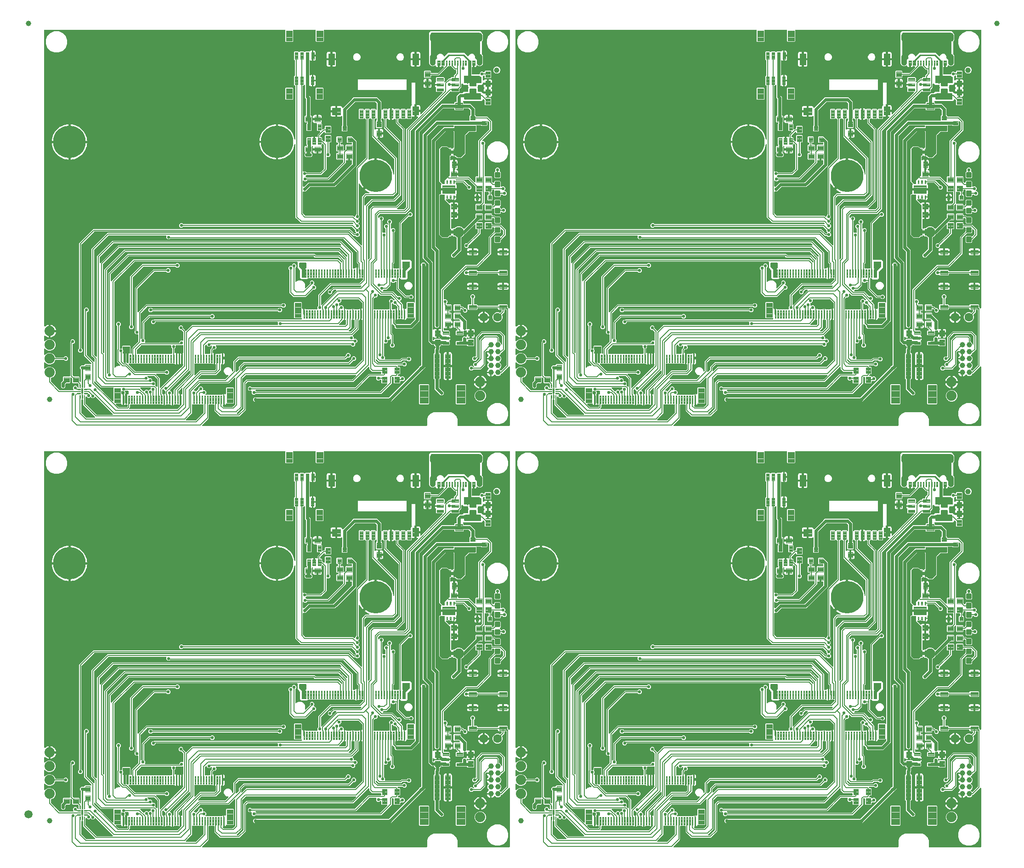
<source format=gtl>
G04 EAGLE Gerber RS-274X export*
G75*
%MOMM*%
%FSLAX34Y34*%
%LPD*%
%INTop Copper*%
%IPPOS*%
%AMOC8*
5,1,8,0,0,1.08239X$1,22.5*%
G01*
%ADD10C,0.102000*%
%ADD11C,0.096000*%
%ADD12C,6.000000*%
%ADD13C,0.100000*%
%ADD14C,0.099000*%
%ADD15C,0.300000*%
%ADD16C,0.654000*%
%ADD17C,1.000000*%
%ADD18C,0.099059*%
%ADD19C,1.600000*%
%ADD20C,0.101600*%
%ADD21C,1.879600*%
%ADD22C,0.100800*%
%ADD23C,0.104000*%
%ADD24C,0.105000*%
%ADD25C,0.098000*%
%ADD26C,0.102500*%
%ADD27C,1.500000*%
%ADD28C,0.558800*%
%ADD29C,0.254000*%
%ADD30C,0.203200*%
%ADD31C,0.558800*%
%ADD32C,0.604000*%
%ADD33C,0.177800*%

G36*
X1576128Y2803D02*
X1576128Y2803D01*
X1576186Y2801D01*
X1576268Y2823D01*
X1576352Y2835D01*
X1576405Y2858D01*
X1576461Y2873D01*
X1576534Y2916D01*
X1576611Y2951D01*
X1576656Y2989D01*
X1576706Y3018D01*
X1576764Y3080D01*
X1576828Y3134D01*
X1576860Y3183D01*
X1576900Y3226D01*
X1576939Y3301D01*
X1576986Y3371D01*
X1577003Y3427D01*
X1577030Y3479D01*
X1577041Y3547D01*
X1577071Y3642D01*
X1577074Y3742D01*
X1577085Y3810D01*
X1577085Y15782D01*
X1579444Y21477D01*
X1583803Y25836D01*
X1589498Y28195D01*
X1621062Y28195D01*
X1626757Y25836D01*
X1631116Y21477D01*
X1633475Y15782D01*
X1633475Y3810D01*
X1633483Y3752D01*
X1633481Y3694D01*
X1633503Y3612D01*
X1633515Y3528D01*
X1633538Y3475D01*
X1633553Y3419D01*
X1633596Y3346D01*
X1633631Y3269D01*
X1633669Y3224D01*
X1633698Y3174D01*
X1633760Y3116D01*
X1633814Y3052D01*
X1633863Y3020D01*
X1633906Y2980D01*
X1633981Y2941D01*
X1634051Y2894D01*
X1634107Y2877D01*
X1634159Y2850D01*
X1634227Y2839D01*
X1634322Y2809D01*
X1634422Y2806D01*
X1634490Y2795D01*
X1728470Y2795D01*
X1728528Y2803D01*
X1728586Y2801D01*
X1728668Y2823D01*
X1728752Y2835D01*
X1728805Y2858D01*
X1728861Y2873D01*
X1728934Y2916D01*
X1729011Y2951D01*
X1729056Y2989D01*
X1729106Y3018D01*
X1729164Y3080D01*
X1729228Y3134D01*
X1729260Y3183D01*
X1729300Y3226D01*
X1729339Y3301D01*
X1729386Y3371D01*
X1729403Y3427D01*
X1729430Y3479D01*
X1729441Y3547D01*
X1729471Y3642D01*
X1729474Y3742D01*
X1729485Y3810D01*
X1729485Y111474D01*
X1729481Y111503D01*
X1729484Y111533D01*
X1729461Y111644D01*
X1729445Y111756D01*
X1729433Y111783D01*
X1729428Y111811D01*
X1729376Y111912D01*
X1729329Y112015D01*
X1729310Y112038D01*
X1729297Y112064D01*
X1729219Y112146D01*
X1729146Y112232D01*
X1729121Y112249D01*
X1729101Y112270D01*
X1729003Y112327D01*
X1728909Y112390D01*
X1728881Y112399D01*
X1728856Y112413D01*
X1728746Y112441D01*
X1728638Y112476D01*
X1728608Y112476D01*
X1728580Y112484D01*
X1728467Y112480D01*
X1728354Y112483D01*
X1728325Y112475D01*
X1728296Y112475D01*
X1728188Y112440D01*
X1728079Y112411D01*
X1728053Y112396D01*
X1728025Y112387D01*
X1727962Y112342D01*
X1727834Y112266D01*
X1727791Y112220D01*
X1727752Y112192D01*
X1714815Y99255D01*
X1714037Y99255D01*
X1714035Y99255D01*
X1714033Y99255D01*
X1713893Y99235D01*
X1713755Y99215D01*
X1713754Y99215D01*
X1713752Y99215D01*
X1713622Y99156D01*
X1713496Y99099D01*
X1713494Y99098D01*
X1713493Y99097D01*
X1713385Y99005D01*
X1713279Y98916D01*
X1713278Y98914D01*
X1713277Y98913D01*
X1713269Y98901D01*
X1713121Y98679D01*
X1713118Y98670D01*
X1713116Y98667D01*
X1713109Y98646D01*
X1713099Y98629D01*
X1712834Y97990D01*
X1711070Y96226D01*
X1708765Y95271D01*
X1706271Y95271D01*
X1703966Y96226D01*
X1702664Y97528D01*
X1702652Y97537D01*
X1702642Y97549D01*
X1702538Y97622D01*
X1702437Y97699D01*
X1702422Y97704D01*
X1702410Y97713D01*
X1702290Y97755D01*
X1702171Y97800D01*
X1702156Y97801D01*
X1702141Y97806D01*
X1702015Y97813D01*
X1701888Y97823D01*
X1701873Y97820D01*
X1701857Y97821D01*
X1701733Y97792D01*
X1701609Y97768D01*
X1701596Y97760D01*
X1701580Y97757D01*
X1701470Y97695D01*
X1701357Y97637D01*
X1701346Y97626D01*
X1701332Y97618D01*
X1701285Y97568D01*
X1701151Y97441D01*
X1701127Y97401D01*
X1701102Y97374D01*
X1700675Y96735D01*
X1699625Y95685D01*
X1698390Y94860D01*
X1697018Y94291D01*
X1696087Y94106D01*
X1696087Y101288D01*
X1696079Y101344D01*
X1696081Y101390D01*
X1696080Y101392D01*
X1696081Y101404D01*
X1696059Y101486D01*
X1696047Y101569D01*
X1696024Y101623D01*
X1696009Y101679D01*
X1695966Y101752D01*
X1695931Y101829D01*
X1695893Y101873D01*
X1695864Y101924D01*
X1695802Y101981D01*
X1695748Y102046D01*
X1695699Y102078D01*
X1695656Y102118D01*
X1695581Y102157D01*
X1695511Y102203D01*
X1695487Y102211D01*
X1695457Y102260D01*
X1695423Y102337D01*
X1695385Y102382D01*
X1695355Y102432D01*
X1695294Y102490D01*
X1695239Y102554D01*
X1695191Y102586D01*
X1695148Y102626D01*
X1695073Y102665D01*
X1695003Y102712D01*
X1694947Y102729D01*
X1694895Y102756D01*
X1694827Y102767D01*
X1694732Y102797D01*
X1694632Y102800D01*
X1694564Y102811D01*
X1687382Y102811D01*
X1687567Y103742D01*
X1688136Y105114D01*
X1688961Y106349D01*
X1690011Y107399D01*
X1690650Y107826D01*
X1690661Y107836D01*
X1690675Y107844D01*
X1690767Y107931D01*
X1690862Y108016D01*
X1690870Y108029D01*
X1690881Y108039D01*
X1690945Y108149D01*
X1691013Y108256D01*
X1691017Y108271D01*
X1691025Y108285D01*
X1691056Y108407D01*
X1691091Y108530D01*
X1691091Y108545D01*
X1691095Y108560D01*
X1691091Y108687D01*
X1691091Y108814D01*
X1691087Y108829D01*
X1691086Y108844D01*
X1691047Y108965D01*
X1691012Y109087D01*
X1691003Y109100D01*
X1690999Y109115D01*
X1690959Y109171D01*
X1690860Y109327D01*
X1690825Y109358D01*
X1690804Y109388D01*
X1689502Y110690D01*
X1688547Y112995D01*
X1688547Y115489D01*
X1689502Y117794D01*
X1690804Y119096D01*
X1690813Y119108D01*
X1690825Y119118D01*
X1690899Y119222D01*
X1690975Y119323D01*
X1690980Y119337D01*
X1690989Y119350D01*
X1691031Y119470D01*
X1691076Y119589D01*
X1691077Y119604D01*
X1691082Y119619D01*
X1691089Y119746D01*
X1691099Y119872D01*
X1691096Y119887D01*
X1691097Y119903D01*
X1691068Y120026D01*
X1691044Y120151D01*
X1691036Y120165D01*
X1691033Y120180D01*
X1690971Y120290D01*
X1690913Y120403D01*
X1690902Y120414D01*
X1690894Y120428D01*
X1690844Y120475D01*
X1690717Y120609D01*
X1690677Y120633D01*
X1690650Y120658D01*
X1690011Y121085D01*
X1688961Y122135D01*
X1688136Y123370D01*
X1687567Y124742D01*
X1687382Y125673D01*
X1694564Y125673D01*
X1694622Y125681D01*
X1694680Y125679D01*
X1694762Y125701D01*
X1694845Y125713D01*
X1694899Y125736D01*
X1694955Y125751D01*
X1695028Y125794D01*
X1695105Y125829D01*
X1695149Y125867D01*
X1695200Y125896D01*
X1695257Y125958D01*
X1695322Y126012D01*
X1695354Y126061D01*
X1695394Y126104D01*
X1695433Y126179D01*
X1695479Y126249D01*
X1695487Y126273D01*
X1695536Y126303D01*
X1695613Y126337D01*
X1695658Y126375D01*
X1695708Y126405D01*
X1695766Y126466D01*
X1695830Y126521D01*
X1695862Y126569D01*
X1695902Y126612D01*
X1695941Y126687D01*
X1695988Y126757D01*
X1696005Y126813D01*
X1696032Y126865D01*
X1696043Y126933D01*
X1696073Y127028D01*
X1696076Y127128D01*
X1696087Y127196D01*
X1696087Y139388D01*
X1696079Y139446D01*
X1696081Y139504D01*
X1696059Y139586D01*
X1696047Y139669D01*
X1696024Y139723D01*
X1696009Y139779D01*
X1695966Y139852D01*
X1695931Y139929D01*
X1695893Y139973D01*
X1695864Y140024D01*
X1695802Y140081D01*
X1695748Y140146D01*
X1695699Y140178D01*
X1695656Y140218D01*
X1695581Y140257D01*
X1695511Y140303D01*
X1695487Y140311D01*
X1695457Y140360D01*
X1695423Y140437D01*
X1695385Y140482D01*
X1695355Y140532D01*
X1695294Y140590D01*
X1695239Y140654D01*
X1695191Y140686D01*
X1695148Y140726D01*
X1695073Y140765D01*
X1695003Y140812D01*
X1694947Y140829D01*
X1694895Y140856D01*
X1694827Y140867D01*
X1694732Y140897D01*
X1694632Y140900D01*
X1694564Y140911D01*
X1686346Y140911D01*
X1686259Y140899D01*
X1686172Y140896D01*
X1686119Y140879D01*
X1686064Y140871D01*
X1685984Y140836D01*
X1685901Y140809D01*
X1685862Y140781D01*
X1685805Y140755D01*
X1685692Y140659D01*
X1685628Y140614D01*
X1684572Y139558D01*
X1684550Y139529D01*
X1684532Y139514D01*
X1684504Y139472D01*
X1684460Y139424D01*
X1684434Y139375D01*
X1684401Y139331D01*
X1684389Y139299D01*
X1684374Y139277D01*
X1684359Y139227D01*
X1684330Y139171D01*
X1684322Y139124D01*
X1684300Y139065D01*
X1684297Y139033D01*
X1684289Y139006D01*
X1684286Y138909D01*
X1684275Y138840D01*
X1684275Y115059D01*
X1676493Y107277D01*
X1662502Y107277D01*
X1662416Y107265D01*
X1662328Y107262D01*
X1662275Y107245D01*
X1662221Y107237D01*
X1662141Y107202D01*
X1662058Y107175D01*
X1662018Y107147D01*
X1661961Y107121D01*
X1661848Y107025D01*
X1661784Y106980D01*
X1660304Y105499D01*
X1656936Y105499D01*
X1654555Y107880D01*
X1654555Y111248D01*
X1656936Y113629D01*
X1660304Y113629D01*
X1661784Y112148D01*
X1661854Y112096D01*
X1661918Y112036D01*
X1661967Y112010D01*
X1662011Y111977D01*
X1662093Y111946D01*
X1662171Y111906D01*
X1662219Y111898D01*
X1662277Y111876D01*
X1662425Y111864D01*
X1662502Y111851D01*
X1662522Y111851D01*
X1662544Y111854D01*
X1662560Y111852D01*
X1662566Y111854D01*
X1662580Y111852D01*
X1662691Y111875D01*
X1662803Y111891D01*
X1662830Y111903D01*
X1662859Y111908D01*
X1662960Y111961D01*
X1663063Y112007D01*
X1663085Y112026D01*
X1663111Y112039D01*
X1663193Y112117D01*
X1663280Y112190D01*
X1663296Y112215D01*
X1663317Y112235D01*
X1663374Y112333D01*
X1663437Y112427D01*
X1663446Y112455D01*
X1663461Y112480D01*
X1663489Y112590D01*
X1663523Y112698D01*
X1663524Y112728D01*
X1663531Y112756D01*
X1663528Y112869D01*
X1663530Y112982D01*
X1663523Y113011D01*
X1663522Y113040D01*
X1663487Y113148D01*
X1663459Y113257D01*
X1663444Y113283D01*
X1663435Y113311D01*
X1663389Y113375D01*
X1663313Y113502D01*
X1663268Y113545D01*
X1663240Y113584D01*
X1662175Y114648D01*
X1662175Y118016D01*
X1664556Y120397D01*
X1666650Y120397D01*
X1666737Y120409D01*
X1666824Y120412D01*
X1666877Y120429D01*
X1666932Y120437D01*
X1667012Y120472D01*
X1667095Y120499D01*
X1667134Y120527D01*
X1667191Y120553D01*
X1667304Y120649D01*
X1667368Y120694D01*
X1673816Y127142D01*
X1673868Y127212D01*
X1673928Y127276D01*
X1673954Y127325D01*
X1673987Y127369D01*
X1674018Y127451D01*
X1674058Y127529D01*
X1674066Y127576D01*
X1674088Y127635D01*
X1674100Y127782D01*
X1674113Y127860D01*
X1674113Y161475D01*
X1682057Y169419D01*
X1706433Y169419D01*
X1709805Y166047D01*
X1709805Y158861D01*
X1709805Y158859D01*
X1709805Y158857D01*
X1709826Y158711D01*
X1709845Y158579D01*
X1709845Y158578D01*
X1709845Y158576D01*
X1709904Y158446D01*
X1709961Y158320D01*
X1709962Y158318D01*
X1709963Y158317D01*
X1710053Y158210D01*
X1710144Y158103D01*
X1710146Y158102D01*
X1710147Y158101D01*
X1710159Y158093D01*
X1710381Y157945D01*
X1710410Y157936D01*
X1710431Y157923D01*
X1711070Y157658D01*
X1712834Y155894D01*
X1713816Y153523D01*
X1713860Y153449D01*
X1713895Y153371D01*
X1713932Y153327D01*
X1713961Y153279D01*
X1714023Y153220D01*
X1714079Y153154D01*
X1714126Y153122D01*
X1714167Y153083D01*
X1714244Y153044D01*
X1714315Y152996D01*
X1714369Y152979D01*
X1714420Y152953D01*
X1714504Y152937D01*
X1714586Y152911D01*
X1714643Y152909D01*
X1714699Y152898D01*
X1714784Y152905D01*
X1714870Y152903D01*
X1714925Y152918D01*
X1714982Y152923D01*
X1715062Y152953D01*
X1715145Y152975D01*
X1715194Y153004D01*
X1715247Y153025D01*
X1715316Y153076D01*
X1715390Y153120D01*
X1715429Y153162D01*
X1715474Y153196D01*
X1715526Y153265D01*
X1715584Y153328D01*
X1715610Y153378D01*
X1715644Y153424D01*
X1715675Y153504D01*
X1715714Y153581D01*
X1715722Y153630D01*
X1715745Y153690D01*
X1715756Y153834D01*
X1715769Y153912D01*
X1715769Y167288D01*
X1715762Y167343D01*
X1715763Y167382D01*
X1715756Y167407D01*
X1715754Y167462D01*
X1715737Y167515D01*
X1715729Y167570D01*
X1715694Y167650D01*
X1715667Y167733D01*
X1715639Y167772D01*
X1715613Y167829D01*
X1715517Y167942D01*
X1715472Y168006D01*
X1710802Y172676D01*
X1710732Y172728D01*
X1710668Y172788D01*
X1710619Y172814D01*
X1710575Y172847D01*
X1710493Y172878D01*
X1710415Y172918D01*
X1710368Y172926D01*
X1710309Y172948D01*
X1710162Y172960D01*
X1710084Y172973D01*
X1679546Y172973D01*
X1679459Y172961D01*
X1679372Y172958D01*
X1679319Y172941D01*
X1679264Y172933D01*
X1679184Y172898D01*
X1679101Y172871D01*
X1679062Y172843D01*
X1679005Y172817D01*
X1678892Y172721D01*
X1678828Y172676D01*
X1671872Y165720D01*
X1671820Y165650D01*
X1671760Y165586D01*
X1671734Y165537D01*
X1671701Y165493D01*
X1671670Y165411D01*
X1671630Y165333D01*
X1671622Y165286D01*
X1671600Y165227D01*
X1671588Y165080D01*
X1671575Y165002D01*
X1671575Y129101D01*
X1668720Y126247D01*
X1668668Y126177D01*
X1668608Y126113D01*
X1668583Y126063D01*
X1668550Y126019D01*
X1668518Y125938D01*
X1668479Y125860D01*
X1668471Y125812D01*
X1668448Y125754D01*
X1668436Y125606D01*
X1668423Y125529D01*
X1668423Y125166D01*
X1666042Y122785D01*
X1662675Y122785D01*
X1660294Y125166D01*
X1660294Y128533D01*
X1662675Y130914D01*
X1665986Y130914D01*
X1666044Y130923D01*
X1666102Y130921D01*
X1666184Y130942D01*
X1666268Y130954D01*
X1666321Y130978D01*
X1666377Y130993D01*
X1666450Y131036D01*
X1666527Y131070D01*
X1666572Y131108D01*
X1666622Y131138D01*
X1666680Y131200D01*
X1666744Y131254D01*
X1666776Y131303D01*
X1666816Y131345D01*
X1666855Y131421D01*
X1666902Y131491D01*
X1666919Y131547D01*
X1666946Y131599D01*
X1666957Y131667D01*
X1666987Y131762D01*
X1666990Y131862D01*
X1667001Y131930D01*
X1667001Y167317D01*
X1677231Y177547D01*
X1712399Y177547D01*
X1714036Y175910D01*
X1718706Y171240D01*
X1720343Y169603D01*
X1720343Y143579D01*
X1715756Y138992D01*
X1714119Y137355D01*
X1714037Y137355D01*
X1714035Y137355D01*
X1714033Y137355D01*
X1713893Y137335D01*
X1713755Y137315D01*
X1713754Y137315D01*
X1713752Y137315D01*
X1713622Y137256D01*
X1713496Y137199D01*
X1713494Y137198D01*
X1713493Y137197D01*
X1713386Y137107D01*
X1713279Y137016D01*
X1713278Y137014D01*
X1713277Y137013D01*
X1713269Y137001D01*
X1713121Y136779D01*
X1713112Y136750D01*
X1713099Y136729D01*
X1712834Y136090D01*
X1711070Y134326D01*
X1710838Y134230D01*
X1710813Y134215D01*
X1710785Y134206D01*
X1710691Y134143D01*
X1710594Y134085D01*
X1710573Y134064D01*
X1710549Y134048D01*
X1710476Y133961D01*
X1710398Y133879D01*
X1710385Y133853D01*
X1710366Y133830D01*
X1710320Y133727D01*
X1710268Y133626D01*
X1710263Y133597D01*
X1710251Y133570D01*
X1710235Y133458D01*
X1710213Y133347D01*
X1710216Y133318D01*
X1710212Y133289D01*
X1710228Y133177D01*
X1710238Y133064D01*
X1710248Y133037D01*
X1710252Y133007D01*
X1710299Y132904D01*
X1710340Y132799D01*
X1710357Y132775D01*
X1710369Y132748D01*
X1710443Y132662D01*
X1710511Y132572D01*
X1710535Y132554D01*
X1710554Y132532D01*
X1710620Y132490D01*
X1710739Y132402D01*
X1710798Y132380D01*
X1710838Y132354D01*
X1711070Y132258D01*
X1712834Y130494D01*
X1713789Y128189D01*
X1713789Y125695D01*
X1712834Y123390D01*
X1711070Y121626D01*
X1710838Y121530D01*
X1710813Y121515D01*
X1710785Y121506D01*
X1710691Y121443D01*
X1710594Y121385D01*
X1710573Y121364D01*
X1710549Y121348D01*
X1710476Y121261D01*
X1710398Y121179D01*
X1710385Y121153D01*
X1710366Y121130D01*
X1710320Y121027D01*
X1710268Y120926D01*
X1710263Y120897D01*
X1710251Y120870D01*
X1710235Y120758D01*
X1710213Y120647D01*
X1710216Y120618D01*
X1710212Y120589D01*
X1710228Y120477D01*
X1710238Y120364D01*
X1710248Y120337D01*
X1710252Y120307D01*
X1710299Y120204D01*
X1710340Y120099D01*
X1710357Y120075D01*
X1710369Y120048D01*
X1710443Y119962D01*
X1710511Y119872D01*
X1710535Y119854D01*
X1710554Y119832D01*
X1710620Y119790D01*
X1710739Y119702D01*
X1710798Y119680D01*
X1710838Y119654D01*
X1711070Y119558D01*
X1712834Y117794D01*
X1713789Y115489D01*
X1713789Y112995D01*
X1712834Y110690D01*
X1711070Y108926D01*
X1710838Y108830D01*
X1710813Y108815D01*
X1710785Y108806D01*
X1710691Y108743D01*
X1710594Y108686D01*
X1710573Y108664D01*
X1710549Y108648D01*
X1710476Y108561D01*
X1710398Y108479D01*
X1710385Y108453D01*
X1710366Y108430D01*
X1710320Y108327D01*
X1710268Y108226D01*
X1710263Y108197D01*
X1710251Y108170D01*
X1710235Y108058D01*
X1710213Y107947D01*
X1710216Y107918D01*
X1710212Y107889D01*
X1710228Y107777D01*
X1710238Y107664D01*
X1710248Y107636D01*
X1710252Y107608D01*
X1710299Y107504D01*
X1710340Y107399D01*
X1710357Y107375D01*
X1710369Y107348D01*
X1710443Y107262D01*
X1710511Y107172D01*
X1710535Y107154D01*
X1710554Y107132D01*
X1710620Y107090D01*
X1710739Y107002D01*
X1710797Y106980D01*
X1710838Y106954D01*
X1711070Y106858D01*
X1712792Y105136D01*
X1712839Y105101D01*
X1712879Y105058D01*
X1712952Y105016D01*
X1713019Y104965D01*
X1713074Y104944D01*
X1713124Y104915D01*
X1713206Y104894D01*
X1713285Y104864D01*
X1713343Y104859D01*
X1713400Y104845D01*
X1713484Y104847D01*
X1713568Y104840D01*
X1713626Y104852D01*
X1713684Y104854D01*
X1713764Y104880D01*
X1713847Y104896D01*
X1713899Y104923D01*
X1713955Y104941D01*
X1714011Y104981D01*
X1714099Y105027D01*
X1714172Y105096D01*
X1714228Y105136D01*
X1723346Y114254D01*
X1723398Y114324D01*
X1723458Y114388D01*
X1723484Y114437D01*
X1723517Y114481D01*
X1723548Y114563D01*
X1723588Y114641D01*
X1723596Y114688D01*
X1723618Y114747D01*
X1723630Y114894D01*
X1723643Y114972D01*
X1723643Y216154D01*
X1723635Y216212D01*
X1723637Y216270D01*
X1723615Y216352D01*
X1723603Y216436D01*
X1723580Y216489D01*
X1723565Y216545D01*
X1723522Y216618D01*
X1723487Y216695D01*
X1723449Y216740D01*
X1723420Y216790D01*
X1723358Y216848D01*
X1723304Y216912D01*
X1723255Y216944D01*
X1723212Y216984D01*
X1723137Y217023D01*
X1723067Y217070D01*
X1723011Y217087D01*
X1722959Y217114D01*
X1722891Y217125D01*
X1722796Y217155D01*
X1722696Y217158D01*
X1722628Y217169D01*
X1720342Y217169D01*
X1720284Y217161D01*
X1720226Y217163D01*
X1720144Y217141D01*
X1720060Y217129D01*
X1720007Y217106D01*
X1719951Y217091D01*
X1719878Y217048D01*
X1719801Y217013D01*
X1719756Y216975D01*
X1719706Y216946D01*
X1719648Y216884D01*
X1719584Y216830D01*
X1719552Y216781D01*
X1719512Y216738D01*
X1719473Y216663D01*
X1719426Y216593D01*
X1719409Y216537D01*
X1719382Y216485D01*
X1719371Y216417D01*
X1719341Y216322D01*
X1719338Y216222D01*
X1719327Y216154D01*
X1719327Y212413D01*
X1717690Y210776D01*
X1715402Y208488D01*
X1715401Y208487D01*
X1715400Y208486D01*
X1715314Y208371D01*
X1715231Y208261D01*
X1715231Y208260D01*
X1715230Y208259D01*
X1715180Y208126D01*
X1715130Y207996D01*
X1715130Y207994D01*
X1715130Y207993D01*
X1715118Y207844D01*
X1715107Y207712D01*
X1715107Y207711D01*
X1715107Y207709D01*
X1715111Y207693D01*
X1715163Y207434D01*
X1715177Y207406D01*
X1715182Y207382D01*
X1716151Y205044D01*
X1716151Y201356D01*
X1714739Y197948D01*
X1712132Y195341D01*
X1708724Y193929D01*
X1705036Y193929D01*
X1701628Y195341D01*
X1699021Y197948D01*
X1697609Y201356D01*
X1697609Y205044D01*
X1699021Y208452D01*
X1701628Y211059D01*
X1705036Y212471D01*
X1708724Y212471D01*
X1711062Y211502D01*
X1711064Y211502D01*
X1711065Y211501D01*
X1711198Y211467D01*
X1711337Y211431D01*
X1711339Y211431D01*
X1711340Y211431D01*
X1711481Y211435D01*
X1711622Y211440D01*
X1711623Y211440D01*
X1711625Y211440D01*
X1711759Y211483D01*
X1711892Y211526D01*
X1711894Y211527D01*
X1711895Y211528D01*
X1711907Y211536D01*
X1712128Y211684D01*
X1712148Y211708D01*
X1712168Y211722D01*
X1714456Y214010D01*
X1714508Y214080D01*
X1714568Y214144D01*
X1714594Y214193D01*
X1714627Y214237D01*
X1714658Y214319D01*
X1714698Y214397D01*
X1714706Y214444D01*
X1714728Y214503D01*
X1714740Y214650D01*
X1714753Y214728D01*
X1714753Y216154D01*
X1714745Y216212D01*
X1714747Y216270D01*
X1714725Y216352D01*
X1714713Y216436D01*
X1714690Y216489D01*
X1714675Y216545D01*
X1714632Y216618D01*
X1714597Y216695D01*
X1714559Y216740D01*
X1714530Y216790D01*
X1714468Y216848D01*
X1714414Y216912D01*
X1714365Y216944D01*
X1714322Y216984D01*
X1714247Y217023D01*
X1714177Y217070D01*
X1714121Y217087D01*
X1714069Y217114D01*
X1714001Y217125D01*
X1713906Y217155D01*
X1713806Y217158D01*
X1713738Y217169D01*
X1709184Y217169D01*
X1708149Y218204D01*
X1708149Y218948D01*
X1708141Y219006D01*
X1708143Y219064D01*
X1708121Y219146D01*
X1708109Y219230D01*
X1708086Y219283D01*
X1708071Y219339D01*
X1708028Y219412D01*
X1707993Y219489D01*
X1707955Y219534D01*
X1707926Y219584D01*
X1707864Y219642D01*
X1707810Y219706D01*
X1707761Y219738D01*
X1707718Y219778D01*
X1707643Y219817D01*
X1707573Y219864D01*
X1707517Y219881D01*
X1707465Y219908D01*
X1707397Y219919D01*
X1707302Y219949D01*
X1707202Y219952D01*
X1707134Y219963D01*
X1671066Y219963D01*
X1671008Y219955D01*
X1670950Y219957D01*
X1670868Y219935D01*
X1670784Y219923D01*
X1670731Y219900D01*
X1670675Y219885D01*
X1670602Y219842D01*
X1670525Y219807D01*
X1670480Y219769D01*
X1670430Y219740D01*
X1670372Y219678D01*
X1670308Y219624D01*
X1670276Y219575D01*
X1670236Y219532D01*
X1670197Y219457D01*
X1670150Y219387D01*
X1670133Y219331D01*
X1670106Y219279D01*
X1670095Y219211D01*
X1670065Y219116D01*
X1670062Y219016D01*
X1670051Y218948D01*
X1670051Y218204D01*
X1669016Y217169D01*
X1653304Y217169D01*
X1652988Y217485D01*
X1652964Y217503D01*
X1652945Y217525D01*
X1652851Y217588D01*
X1652761Y217656D01*
X1652733Y217667D01*
X1652709Y217683D01*
X1652601Y217717D01*
X1652495Y217757D01*
X1652466Y217760D01*
X1652438Y217769D01*
X1652324Y217771D01*
X1652212Y217781D01*
X1652183Y217775D01*
X1652154Y217776D01*
X1652044Y217747D01*
X1651933Y217725D01*
X1651907Y217711D01*
X1651879Y217704D01*
X1651781Y217646D01*
X1651681Y217594D01*
X1651659Y217574D01*
X1651634Y217559D01*
X1651557Y217476D01*
X1651475Y217398D01*
X1651460Y217373D01*
X1651440Y217351D01*
X1651388Y217250D01*
X1651331Y217153D01*
X1651324Y217124D01*
X1651310Y217098D01*
X1651297Y217021D01*
X1651261Y216877D01*
X1651263Y216815D01*
X1651255Y216767D01*
X1651255Y214216D01*
X1648874Y211835D01*
X1645506Y211835D01*
X1643125Y214216D01*
X1643125Y216310D01*
X1643113Y216397D01*
X1643110Y216484D01*
X1643093Y216537D01*
X1643085Y216592D01*
X1643050Y216672D01*
X1643023Y216755D01*
X1642995Y216794D01*
X1642969Y216851D01*
X1642873Y216964D01*
X1642828Y217028D01*
X1641460Y218396D01*
X1641390Y218448D01*
X1641326Y218508D01*
X1641277Y218534D01*
X1641233Y218567D01*
X1641151Y218598D01*
X1641073Y218638D01*
X1641026Y218646D01*
X1640967Y218668D01*
X1640820Y218680D01*
X1640742Y218693D01*
X1640616Y218693D01*
X1640558Y218685D01*
X1640500Y218687D01*
X1640418Y218665D01*
X1640334Y218653D01*
X1640281Y218630D01*
X1640225Y218615D01*
X1640152Y218572D01*
X1640075Y218537D01*
X1640030Y218499D01*
X1639980Y218470D01*
X1639922Y218408D01*
X1639858Y218354D01*
X1639826Y218305D01*
X1639786Y218262D01*
X1639747Y218187D01*
X1639700Y218117D01*
X1639683Y218061D01*
X1639656Y218009D01*
X1639645Y217941D01*
X1639615Y217846D01*
X1639612Y217746D01*
X1639601Y217678D01*
X1639601Y215746D01*
X1638564Y214709D01*
X1627096Y214709D01*
X1626059Y215746D01*
X1626059Y226214D01*
X1627096Y227251D01*
X1638564Y227251D01*
X1639601Y226214D01*
X1639601Y224282D01*
X1639609Y224224D01*
X1639607Y224166D01*
X1639629Y224084D01*
X1639641Y224000D01*
X1639664Y223947D01*
X1639679Y223891D01*
X1639722Y223818D01*
X1639757Y223741D01*
X1639795Y223696D01*
X1639824Y223646D01*
X1639886Y223588D01*
X1639940Y223524D01*
X1639989Y223492D01*
X1640032Y223452D01*
X1640107Y223413D01*
X1640177Y223366D01*
X1640233Y223349D01*
X1640285Y223322D01*
X1640353Y223311D01*
X1640448Y223281D01*
X1640548Y223278D01*
X1640616Y223267D01*
X1643057Y223267D01*
X1646062Y220262D01*
X1646132Y220210D01*
X1646196Y220150D01*
X1646245Y220124D01*
X1646289Y220091D01*
X1646371Y220060D01*
X1646449Y220020D01*
X1646496Y220012D01*
X1646555Y219990D01*
X1646702Y219978D01*
X1646780Y219965D01*
X1648874Y219965D01*
X1650536Y218302D01*
X1650560Y218285D01*
X1650579Y218262D01*
X1650632Y218226D01*
X1650647Y218213D01*
X1650673Y218200D01*
X1650673Y218199D01*
X1650763Y218131D01*
X1650791Y218121D01*
X1650815Y218105D01*
X1650923Y218070D01*
X1651029Y218030D01*
X1651058Y218028D01*
X1651086Y218019D01*
X1651200Y218016D01*
X1651312Y218007D01*
X1651341Y218012D01*
X1651370Y218012D01*
X1651480Y218040D01*
X1651591Y218062D01*
X1651617Y218076D01*
X1651645Y218083D01*
X1651743Y218141D01*
X1651843Y218193D01*
X1651865Y218214D01*
X1651890Y218229D01*
X1651967Y218311D01*
X1652049Y218389D01*
X1652064Y218415D01*
X1652084Y218436D01*
X1652136Y218537D01*
X1652193Y218635D01*
X1652200Y218663D01*
X1652214Y218689D01*
X1652227Y218766D01*
X1652251Y218861D01*
X1652255Y218875D01*
X1652255Y218879D01*
X1652263Y218910D01*
X1652261Y218973D01*
X1652269Y219020D01*
X1652269Y226296D01*
X1653304Y227331D01*
X1657858Y227331D01*
X1657916Y227339D01*
X1657974Y227337D01*
X1658056Y227359D01*
X1658140Y227371D01*
X1658193Y227394D01*
X1658249Y227409D01*
X1658322Y227452D01*
X1658399Y227487D01*
X1658444Y227525D01*
X1658494Y227554D01*
X1658552Y227616D01*
X1658616Y227670D01*
X1658648Y227719D01*
X1658688Y227762D01*
X1658727Y227837D01*
X1658774Y227907D01*
X1658791Y227963D01*
X1658818Y228015D01*
X1658829Y228083D01*
X1658859Y228178D01*
X1658862Y228278D01*
X1658873Y228346D01*
X1658873Y237418D01*
X1658861Y237504D01*
X1658858Y237592D01*
X1658841Y237644D01*
X1658833Y237699D01*
X1658798Y237779D01*
X1658771Y237862D01*
X1658743Y237902D01*
X1658717Y237959D01*
X1658621Y238072D01*
X1658576Y238136D01*
X1657095Y239616D01*
X1657095Y242984D01*
X1659476Y245365D01*
X1662844Y245365D01*
X1665225Y242984D01*
X1665225Y239616D01*
X1663744Y238136D01*
X1663692Y238066D01*
X1663632Y238002D01*
X1663606Y237953D01*
X1663573Y237908D01*
X1663542Y237827D01*
X1663502Y237749D01*
X1663494Y237701D01*
X1663472Y237643D01*
X1663460Y237495D01*
X1663447Y237418D01*
X1663447Y228346D01*
X1663455Y228288D01*
X1663453Y228230D01*
X1663475Y228148D01*
X1663487Y228064D01*
X1663510Y228011D01*
X1663525Y227955D01*
X1663568Y227882D01*
X1663603Y227805D01*
X1663641Y227760D01*
X1663670Y227710D01*
X1663732Y227652D01*
X1663786Y227588D01*
X1663835Y227556D01*
X1663878Y227516D01*
X1663953Y227477D01*
X1664023Y227430D01*
X1664079Y227413D01*
X1664131Y227386D01*
X1664199Y227375D01*
X1664294Y227345D01*
X1664394Y227342D01*
X1664462Y227331D01*
X1669016Y227331D01*
X1670051Y226296D01*
X1670051Y225552D01*
X1670059Y225494D01*
X1670057Y225436D01*
X1670079Y225354D01*
X1670091Y225270D01*
X1670114Y225217D01*
X1670129Y225161D01*
X1670172Y225088D01*
X1670207Y225011D01*
X1670245Y224966D01*
X1670274Y224916D01*
X1670336Y224858D01*
X1670390Y224794D01*
X1670439Y224762D01*
X1670482Y224722D01*
X1670557Y224683D01*
X1670627Y224636D01*
X1670683Y224619D01*
X1670735Y224592D01*
X1670803Y224581D01*
X1670898Y224551D01*
X1670998Y224548D01*
X1671066Y224537D01*
X1707134Y224537D01*
X1707192Y224545D01*
X1707250Y224543D01*
X1707332Y224565D01*
X1707416Y224577D01*
X1707469Y224600D01*
X1707525Y224615D01*
X1707598Y224658D01*
X1707675Y224693D01*
X1707720Y224731D01*
X1707770Y224760D01*
X1707828Y224822D01*
X1707892Y224876D01*
X1707924Y224925D01*
X1707964Y224968D01*
X1708003Y225043D01*
X1708050Y225113D01*
X1708067Y225169D01*
X1708094Y225221D01*
X1708105Y225289D01*
X1708135Y225384D01*
X1708138Y225484D01*
X1708149Y225552D01*
X1708149Y226296D01*
X1709184Y227331D01*
X1724896Y227331D01*
X1725931Y226296D01*
X1725931Y222094D01*
X1725943Y222007D01*
X1725943Y222001D01*
X1725942Y221972D01*
X1725944Y221965D01*
X1725946Y221920D01*
X1725963Y221867D01*
X1725971Y221812D01*
X1726003Y221739D01*
X1726014Y221697D01*
X1726022Y221685D01*
X1726033Y221649D01*
X1726061Y221610D01*
X1726087Y221553D01*
X1726131Y221500D01*
X1726159Y221453D01*
X1726201Y221414D01*
X1726228Y221376D01*
X1726580Y221024D01*
X1727752Y219852D01*
X1727776Y219834D01*
X1727795Y219812D01*
X1727889Y219749D01*
X1727979Y219681D01*
X1728007Y219670D01*
X1728031Y219654D01*
X1728139Y219620D01*
X1728245Y219580D01*
X1728274Y219577D01*
X1728302Y219568D01*
X1728416Y219565D01*
X1728528Y219556D01*
X1728557Y219562D01*
X1728586Y219561D01*
X1728696Y219590D01*
X1728807Y219612D01*
X1728833Y219626D01*
X1728861Y219633D01*
X1728959Y219691D01*
X1729059Y219743D01*
X1729081Y219763D01*
X1729106Y219778D01*
X1729183Y219861D01*
X1729265Y219939D01*
X1729280Y219964D01*
X1729300Y219985D01*
X1729352Y220086D01*
X1729409Y220184D01*
X1729416Y220212D01*
X1729430Y220239D01*
X1729443Y220316D01*
X1729479Y220460D01*
X1729477Y220522D01*
X1729485Y220570D01*
X1729485Y732790D01*
X1729478Y732843D01*
X1729479Y732876D01*
X1729478Y732879D01*
X1729479Y732906D01*
X1729457Y732988D01*
X1729445Y733072D01*
X1729422Y733125D01*
X1729407Y733181D01*
X1729364Y733254D01*
X1729329Y733331D01*
X1729291Y733376D01*
X1729262Y733426D01*
X1729200Y733484D01*
X1729146Y733548D01*
X1729097Y733580D01*
X1729054Y733620D01*
X1728979Y733659D01*
X1728909Y733706D01*
X1728853Y733723D01*
X1728801Y733750D01*
X1728733Y733761D01*
X1728638Y733791D01*
X1728538Y733794D01*
X1728470Y733805D01*
X1387566Y733805D01*
X1387508Y733797D01*
X1387450Y733799D01*
X1387368Y733777D01*
X1387284Y733765D01*
X1387231Y733742D01*
X1387175Y733727D01*
X1387102Y733684D01*
X1387025Y733649D01*
X1386980Y733611D01*
X1386930Y733582D01*
X1386872Y733520D01*
X1386808Y733466D01*
X1386776Y733417D01*
X1386736Y733374D01*
X1386697Y733299D01*
X1386650Y733229D01*
X1386633Y733173D01*
X1386606Y733121D01*
X1386595Y733053D01*
X1386565Y732958D01*
X1386562Y732858D01*
X1386551Y732790D01*
X1386551Y712305D01*
X1385525Y711279D01*
X1373035Y711279D01*
X1372009Y712305D01*
X1372009Y732790D01*
X1372002Y732843D01*
X1372003Y732876D01*
X1372002Y732879D01*
X1372003Y732906D01*
X1371981Y732988D01*
X1371969Y733072D01*
X1371946Y733125D01*
X1371931Y733181D01*
X1371888Y733254D01*
X1371853Y733331D01*
X1371815Y733376D01*
X1371786Y733426D01*
X1371724Y733484D01*
X1371670Y733548D01*
X1371621Y733580D01*
X1371578Y733620D01*
X1371503Y733659D01*
X1371433Y733706D01*
X1371377Y733723D01*
X1371325Y733750D01*
X1371257Y733761D01*
X1371162Y733791D01*
X1371062Y733794D01*
X1370994Y733805D01*
X1331566Y733805D01*
X1331508Y733797D01*
X1331450Y733799D01*
X1331368Y733777D01*
X1331284Y733765D01*
X1331231Y733742D01*
X1331175Y733727D01*
X1331102Y733684D01*
X1331025Y733649D01*
X1330980Y733611D01*
X1330930Y733582D01*
X1330872Y733520D01*
X1330808Y733466D01*
X1330776Y733417D01*
X1330736Y733374D01*
X1330697Y733299D01*
X1330650Y733229D01*
X1330633Y733173D01*
X1330606Y733121D01*
X1330595Y733053D01*
X1330565Y732958D01*
X1330562Y732858D01*
X1330551Y732790D01*
X1330551Y712305D01*
X1329525Y711279D01*
X1317035Y711279D01*
X1316009Y712305D01*
X1316009Y732790D01*
X1316002Y732843D01*
X1316003Y732876D01*
X1316002Y732879D01*
X1316003Y732906D01*
X1315981Y732988D01*
X1315969Y733072D01*
X1315946Y733125D01*
X1315931Y733181D01*
X1315888Y733254D01*
X1315853Y733331D01*
X1315815Y733376D01*
X1315786Y733426D01*
X1315724Y733484D01*
X1315670Y733548D01*
X1315621Y733580D01*
X1315578Y733620D01*
X1315503Y733659D01*
X1315433Y733706D01*
X1315377Y733723D01*
X1315325Y733750D01*
X1315257Y733761D01*
X1315162Y733791D01*
X1315062Y733794D01*
X1314994Y733805D01*
X872490Y733805D01*
X872432Y733797D01*
X872374Y733799D01*
X872292Y733777D01*
X872208Y733765D01*
X872155Y733742D01*
X872099Y733727D01*
X872026Y733684D01*
X871949Y733649D01*
X871904Y733611D01*
X871854Y733582D01*
X871796Y733520D01*
X871732Y733466D01*
X871700Y733417D01*
X871660Y733374D01*
X871621Y733299D01*
X871574Y733229D01*
X871557Y733173D01*
X871530Y733121D01*
X871519Y733053D01*
X871489Y732958D01*
X871486Y732858D01*
X871475Y732790D01*
X871475Y187230D01*
X871479Y187201D01*
X871476Y187171D01*
X871499Y187060D01*
X871515Y186948D01*
X871527Y186921D01*
X871532Y186893D01*
X871584Y186792D01*
X871631Y186689D01*
X871650Y186666D01*
X871663Y186640D01*
X871741Y186558D01*
X871814Y186472D01*
X871839Y186455D01*
X871859Y186434D01*
X871957Y186377D01*
X872051Y186314D01*
X872079Y186305D01*
X872104Y186290D01*
X872214Y186263D01*
X872322Y186228D01*
X872351Y186228D01*
X872380Y186220D01*
X872493Y186224D01*
X872606Y186221D01*
X872635Y186228D01*
X872664Y186229D01*
X872772Y186264D01*
X872881Y186293D01*
X872907Y186308D01*
X872935Y186317D01*
X872999Y186363D01*
X873126Y186438D01*
X873169Y186484D01*
X873208Y186512D01*
X873602Y186906D01*
X875123Y188011D01*
X876797Y188864D01*
X878584Y189445D01*
X879349Y189566D01*
X879349Y178816D01*
X879357Y178758D01*
X879355Y178700D01*
X879377Y178618D01*
X879389Y178535D01*
X879413Y178481D01*
X879427Y178425D01*
X879470Y178352D01*
X879505Y178275D01*
X879543Y178231D01*
X879573Y178180D01*
X879634Y178123D01*
X879689Y178058D01*
X879737Y178026D01*
X879780Y177986D01*
X879855Y177947D01*
X879925Y177901D01*
X879981Y177883D01*
X880033Y177856D01*
X880101Y177845D01*
X880196Y177815D01*
X880296Y177812D01*
X880364Y177801D01*
X881381Y177801D01*
X881381Y177799D01*
X880364Y177799D01*
X880306Y177791D01*
X880248Y177792D01*
X880166Y177771D01*
X880083Y177759D01*
X880029Y177735D01*
X879973Y177721D01*
X879900Y177678D01*
X879823Y177643D01*
X879778Y177605D01*
X879728Y177575D01*
X879670Y177514D01*
X879606Y177459D01*
X879574Y177411D01*
X879534Y177368D01*
X879495Y177293D01*
X879449Y177223D01*
X879431Y177167D01*
X879404Y177115D01*
X879393Y177047D01*
X879363Y176952D01*
X879360Y176852D01*
X879349Y176784D01*
X879349Y166034D01*
X878584Y166155D01*
X876797Y166736D01*
X875123Y167589D01*
X873602Y168694D01*
X873208Y169088D01*
X873184Y169106D01*
X873165Y169128D01*
X873071Y169191D01*
X872981Y169259D01*
X872953Y169270D01*
X872929Y169286D01*
X872821Y169320D01*
X872715Y169360D01*
X872686Y169363D01*
X872658Y169372D01*
X872545Y169375D01*
X872432Y169384D01*
X872403Y169378D01*
X872374Y169379D01*
X872264Y169350D01*
X872153Y169328D01*
X872127Y169315D01*
X872099Y169307D01*
X872001Y169249D01*
X871901Y169197D01*
X871879Y169177D01*
X871854Y169162D01*
X871777Y169079D01*
X871695Y169001D01*
X871680Y168976D01*
X871660Y168955D01*
X871608Y168854D01*
X871551Y168756D01*
X871544Y168728D01*
X871530Y168701D01*
X871517Y168624D01*
X871481Y168480D01*
X871483Y168418D01*
X871475Y168370D01*
X871475Y160034D01*
X871479Y160004D01*
X871476Y159975D01*
X871499Y159864D01*
X871515Y159752D01*
X871527Y159725D01*
X871532Y159697D01*
X871585Y159596D01*
X871631Y159493D01*
X871650Y159470D01*
X871663Y159444D01*
X871741Y159362D01*
X871814Y159276D01*
X871839Y159259D01*
X871859Y159238D01*
X871957Y159181D01*
X872051Y159118D01*
X872079Y159109D01*
X872104Y159094D01*
X872214Y159067D01*
X872322Y159032D01*
X872352Y159032D01*
X872380Y159024D01*
X872493Y159028D01*
X872606Y159025D01*
X872635Y159032D01*
X872664Y159033D01*
X872772Y159068D01*
X872881Y159097D01*
X872907Y159112D01*
X872935Y159121D01*
X872998Y159166D01*
X873126Y159242D01*
X873169Y159288D01*
X873208Y159316D01*
X875337Y161445D01*
X879258Y163069D01*
X883502Y163069D01*
X887423Y161444D01*
X890424Y158443D01*
X892049Y154522D01*
X892049Y150278D01*
X890424Y146357D01*
X887423Y143356D01*
X883502Y141731D01*
X879258Y141731D01*
X875337Y143355D01*
X873208Y145484D01*
X873184Y145502D01*
X873165Y145524D01*
X873071Y145587D01*
X872981Y145655D01*
X872953Y145666D01*
X872929Y145682D01*
X872821Y145716D01*
X872715Y145756D01*
X872686Y145759D01*
X872658Y145768D01*
X872544Y145771D01*
X872432Y145780D01*
X872403Y145774D01*
X872374Y145775D01*
X872264Y145746D01*
X872153Y145724D01*
X872127Y145711D01*
X872099Y145703D01*
X872001Y145645D01*
X871901Y145593D01*
X871879Y145573D01*
X871854Y145558D01*
X871777Y145475D01*
X871695Y145397D01*
X871680Y145372D01*
X871660Y145351D01*
X871608Y145250D01*
X871551Y145152D01*
X871544Y145124D01*
X871530Y145097D01*
X871517Y145020D01*
X871481Y144877D01*
X871483Y144814D01*
X871475Y144766D01*
X871475Y134634D01*
X871479Y134605D01*
X871476Y134575D01*
X871499Y134464D01*
X871515Y134352D01*
X871527Y134325D01*
X871532Y134297D01*
X871585Y134196D01*
X871631Y134093D01*
X871650Y134070D01*
X871663Y134044D01*
X871741Y133962D01*
X871814Y133876D01*
X871839Y133859D01*
X871859Y133838D01*
X871957Y133781D01*
X872051Y133718D01*
X872079Y133709D01*
X872104Y133694D01*
X872214Y133667D01*
X872322Y133632D01*
X872352Y133632D01*
X872380Y133624D01*
X872493Y133628D01*
X872606Y133625D01*
X872635Y133632D01*
X872664Y133633D01*
X872772Y133668D01*
X872881Y133697D01*
X872907Y133712D01*
X872935Y133721D01*
X872998Y133766D01*
X873126Y133842D01*
X873169Y133888D01*
X873208Y133916D01*
X875337Y136045D01*
X879258Y137669D01*
X883502Y137669D01*
X887423Y136044D01*
X890424Y133043D01*
X891721Y129913D01*
X891722Y129912D01*
X891722Y129911D01*
X891792Y129792D01*
X891865Y129669D01*
X891867Y129668D01*
X891867Y129666D01*
X891971Y129569D01*
X892072Y129473D01*
X892074Y129473D01*
X892075Y129472D01*
X892201Y129407D01*
X892325Y129343D01*
X892326Y129343D01*
X892328Y129342D01*
X892343Y129340D01*
X892604Y129288D01*
X892634Y129291D01*
X892659Y129287D01*
X907550Y129287D01*
X907636Y129299D01*
X907724Y129302D01*
X907776Y129319D01*
X907831Y129327D01*
X907911Y129362D01*
X907994Y129389D01*
X908034Y129417D01*
X908091Y129443D01*
X908204Y129539D01*
X908268Y129584D01*
X909748Y131065D01*
X913116Y131065D01*
X915497Y128684D01*
X915497Y125316D01*
X913116Y122935D01*
X909748Y122935D01*
X908268Y124416D01*
X908198Y124468D01*
X908134Y124528D01*
X908085Y124554D01*
X908040Y124587D01*
X907959Y124618D01*
X907881Y124658D01*
X907833Y124666D01*
X907775Y124688D01*
X907627Y124700D01*
X907550Y124713D01*
X892659Y124713D01*
X892657Y124713D01*
X892656Y124713D01*
X892516Y124693D01*
X892377Y124673D01*
X892376Y124673D01*
X892374Y124673D01*
X892249Y124616D01*
X892118Y124557D01*
X892117Y124556D01*
X892115Y124555D01*
X892008Y124464D01*
X891901Y124374D01*
X891900Y124372D01*
X891899Y124371D01*
X891891Y124358D01*
X891743Y124137D01*
X891734Y124108D01*
X891721Y124087D01*
X890424Y120957D01*
X887423Y117956D01*
X883502Y116331D01*
X879258Y116331D01*
X875337Y117955D01*
X873208Y120084D01*
X873184Y120102D01*
X873165Y120124D01*
X873071Y120187D01*
X872981Y120255D01*
X872953Y120266D01*
X872929Y120282D01*
X872821Y120316D01*
X872715Y120356D01*
X872686Y120359D01*
X872658Y120368D01*
X872544Y120371D01*
X872432Y120380D01*
X872403Y120374D01*
X872374Y120375D01*
X872264Y120346D01*
X872153Y120324D01*
X872127Y120311D01*
X872099Y120303D01*
X872001Y120245D01*
X871901Y120193D01*
X871879Y120173D01*
X871854Y120158D01*
X871777Y120075D01*
X871695Y119997D01*
X871680Y119972D01*
X871660Y119951D01*
X871608Y119850D01*
X871551Y119752D01*
X871544Y119724D01*
X871530Y119697D01*
X871517Y119620D01*
X871481Y119477D01*
X871483Y119414D01*
X871475Y119366D01*
X871475Y109234D01*
X871479Y109205D01*
X871476Y109175D01*
X871499Y109064D01*
X871515Y108952D01*
X871527Y108925D01*
X871532Y108897D01*
X871585Y108796D01*
X871631Y108693D01*
X871650Y108670D01*
X871663Y108644D01*
X871741Y108562D01*
X871814Y108476D01*
X871839Y108459D01*
X871859Y108438D01*
X871957Y108381D01*
X872051Y108318D01*
X872079Y108309D01*
X872104Y108294D01*
X872214Y108267D01*
X872322Y108232D01*
X872352Y108232D01*
X872380Y108224D01*
X872493Y108228D01*
X872606Y108225D01*
X872635Y108232D01*
X872664Y108233D01*
X872772Y108268D01*
X872881Y108297D01*
X872907Y108312D01*
X872935Y108321D01*
X872998Y108366D01*
X873126Y108442D01*
X873169Y108488D01*
X873208Y108516D01*
X875337Y110645D01*
X879258Y112269D01*
X883502Y112269D01*
X887423Y110644D01*
X890424Y107643D01*
X892049Y103722D01*
X892049Y99478D01*
X890424Y95557D01*
X887423Y92556D01*
X884293Y91259D01*
X884292Y91258D01*
X884291Y91258D01*
X884172Y91188D01*
X884049Y91115D01*
X884048Y91113D01*
X884046Y91113D01*
X883949Y91009D01*
X883853Y90908D01*
X883853Y90906D01*
X883852Y90905D01*
X883787Y90779D01*
X883723Y90655D01*
X883723Y90654D01*
X883722Y90652D01*
X883720Y90637D01*
X883668Y90376D01*
X883671Y90346D01*
X883667Y90321D01*
X883667Y85369D01*
X883679Y85283D01*
X883682Y85195D01*
X883699Y85143D01*
X883707Y85088D01*
X883742Y85008D01*
X883769Y84925D01*
X883797Y84886D01*
X883823Y84829D01*
X883919Y84715D01*
X883964Y84652D01*
X899384Y69232D01*
X899453Y69180D01*
X899517Y69120D01*
X899567Y69094D01*
X899611Y69061D01*
X899692Y69030D01*
X899770Y68990D01*
X899818Y68982D01*
X899876Y68960D01*
X900024Y68948D01*
X900101Y68935D01*
X924642Y68935D01*
X924671Y68939D01*
X924700Y68936D01*
X924811Y68959D01*
X924923Y68975D01*
X924950Y68987D01*
X924979Y68992D01*
X925080Y69045D01*
X925183Y69091D01*
X925205Y69110D01*
X925231Y69123D01*
X925313Y69201D01*
X925400Y69274D01*
X925416Y69299D01*
X925437Y69319D01*
X925494Y69417D01*
X925557Y69511D01*
X925566Y69539D01*
X925581Y69564D01*
X925609Y69674D01*
X925643Y69782D01*
X925644Y69812D01*
X925651Y69840D01*
X925648Y69953D01*
X925650Y70066D01*
X925643Y70095D01*
X925642Y70124D01*
X925607Y70232D01*
X925579Y70341D01*
X925564Y70367D01*
X925555Y70395D01*
X925509Y70459D01*
X925433Y70586D01*
X925388Y70629D01*
X925360Y70668D01*
X924559Y71468D01*
X924559Y74836D01*
X926940Y77217D01*
X930308Y77217D01*
X932689Y74836D01*
X932689Y74184D01*
X932697Y74126D01*
X932695Y74068D01*
X932717Y73986D01*
X932729Y73902D01*
X932752Y73849D01*
X932767Y73793D01*
X932810Y73720D01*
X932845Y73643D01*
X932883Y73598D01*
X932912Y73548D01*
X932974Y73490D01*
X933028Y73426D01*
X933077Y73394D01*
X933120Y73354D01*
X933195Y73315D01*
X933265Y73268D01*
X933321Y73251D01*
X933373Y73224D01*
X933441Y73213D01*
X933536Y73183D01*
X933636Y73180D01*
X933704Y73169D01*
X933842Y73169D01*
X933900Y73177D01*
X933958Y73175D01*
X934040Y73197D01*
X934124Y73209D01*
X934177Y73232D01*
X934233Y73247D01*
X934306Y73290D01*
X934383Y73325D01*
X934428Y73363D01*
X934478Y73392D01*
X934536Y73454D01*
X934600Y73508D01*
X934632Y73557D01*
X934672Y73600D01*
X934711Y73675D01*
X934758Y73745D01*
X934775Y73801D01*
X934802Y73853D01*
X934813Y73921D01*
X934843Y74016D01*
X934846Y74116D01*
X934857Y74184D01*
X934857Y79638D01*
X934845Y79725D01*
X934842Y79812D01*
X934825Y79865D01*
X934817Y79920D01*
X934782Y80000D01*
X934755Y80083D01*
X934727Y80122D01*
X934701Y80179D01*
X934605Y80292D01*
X934560Y80356D01*
X933346Y81570D01*
X933276Y81622D01*
X933212Y81682D01*
X933163Y81708D01*
X933119Y81741D01*
X933037Y81772D01*
X932959Y81812D01*
X932912Y81820D01*
X932853Y81842D01*
X932706Y81854D01*
X932628Y81867D01*
X924278Y81867D01*
X923241Y82904D01*
X923241Y89748D01*
X923229Y89835D01*
X923226Y89922D01*
X923209Y89975D01*
X923201Y90030D01*
X923166Y90110D01*
X923139Y90193D01*
X923111Y90232D01*
X923085Y90289D01*
X922989Y90402D01*
X922944Y90466D01*
X921516Y91894D01*
X921492Y91912D01*
X921473Y91934D01*
X921379Y91997D01*
X921289Y92065D01*
X921261Y92076D01*
X921237Y92092D01*
X921129Y92126D01*
X921023Y92166D01*
X920994Y92169D01*
X920966Y92178D01*
X920852Y92181D01*
X920740Y92190D01*
X920711Y92184D01*
X920682Y92185D01*
X920572Y92156D01*
X920461Y92134D01*
X920435Y92120D01*
X920407Y92113D01*
X920309Y92055D01*
X920209Y92003D01*
X920187Y91983D01*
X920162Y91968D01*
X920085Y91885D01*
X920003Y91807D01*
X919988Y91782D01*
X919968Y91761D01*
X919916Y91660D01*
X919859Y91562D01*
X919852Y91534D01*
X919838Y91507D01*
X919825Y91430D01*
X919789Y91286D01*
X919791Y91224D01*
X919783Y91176D01*
X919783Y82904D01*
X918746Y81867D01*
X912910Y81867D01*
X912824Y81855D01*
X912736Y81852D01*
X912684Y81835D01*
X912629Y81827D01*
X912549Y81792D01*
X912466Y81765D01*
X912426Y81737D01*
X912369Y81711D01*
X912256Y81615D01*
X912192Y81570D01*
X910634Y80012D01*
X910582Y79942D01*
X910522Y79878D01*
X910496Y79829D01*
X910463Y79785D01*
X910432Y79703D01*
X910392Y79625D01*
X910384Y79577D01*
X910362Y79519D01*
X910350Y79371D01*
X910337Y79294D01*
X910337Y74516D01*
X907956Y72135D01*
X904588Y72135D01*
X902207Y74516D01*
X902207Y83082D01*
X904886Y85760D01*
X905944Y86818D01*
X905996Y86888D01*
X906056Y86952D01*
X906082Y87001D01*
X906115Y87046D01*
X906146Y87127D01*
X906186Y87205D01*
X906194Y87253D01*
X906216Y87311D01*
X906228Y87459D01*
X906241Y87536D01*
X906241Y93372D01*
X907278Y94409D01*
X918290Y94409D01*
X918348Y94417D01*
X918406Y94415D01*
X918488Y94437D01*
X918572Y94449D01*
X918625Y94472D01*
X918681Y94487D01*
X918754Y94530D01*
X918831Y94565D01*
X918876Y94603D01*
X918926Y94632D01*
X918984Y94694D01*
X919048Y94748D01*
X919080Y94797D01*
X919120Y94840D01*
X919159Y94915D01*
X919206Y94985D01*
X919223Y95041D01*
X919250Y95093D01*
X919261Y95161D01*
X919291Y95256D01*
X919294Y95356D01*
X919305Y95424D01*
X919305Y156983D01*
X919690Y157368D01*
X919742Y157438D01*
X919802Y157502D01*
X919828Y157551D01*
X919861Y157595D01*
X919892Y157677D01*
X919932Y157755D01*
X919940Y157802D01*
X919962Y157861D01*
X919969Y157947D01*
X919973Y157960D01*
X919975Y158010D01*
X919987Y158086D01*
X919987Y160180D01*
X922368Y162561D01*
X925736Y162561D01*
X928117Y160180D01*
X928117Y156812D01*
X925736Y154431D01*
X924894Y154431D01*
X924836Y154423D01*
X924778Y154425D01*
X924696Y154403D01*
X924612Y154391D01*
X924559Y154368D01*
X924503Y154353D01*
X924430Y154310D01*
X924353Y154275D01*
X924308Y154237D01*
X924258Y154208D01*
X924200Y154146D01*
X924136Y154092D01*
X924104Y154043D01*
X924064Y154000D01*
X924025Y153925D01*
X923978Y153855D01*
X923961Y153799D01*
X923934Y153747D01*
X923923Y153679D01*
X923893Y153584D01*
X923890Y153484D01*
X923879Y153416D01*
X923879Y96420D01*
X923891Y96333D01*
X923894Y96246D01*
X923911Y96193D01*
X923919Y96138D01*
X923954Y96058D01*
X923981Y95975D01*
X924009Y95936D01*
X924035Y95879D01*
X924131Y95766D01*
X924176Y95702D01*
X925172Y94706D01*
X925242Y94654D01*
X925306Y94594D01*
X925355Y94568D01*
X925399Y94535D01*
X925481Y94504D01*
X925559Y94464D01*
X925606Y94456D01*
X925665Y94434D01*
X925812Y94422D01*
X925890Y94409D01*
X935746Y94409D01*
X936783Y93372D01*
X936783Y85022D01*
X936791Y84965D01*
X936789Y84914D01*
X936796Y84887D01*
X936798Y84848D01*
X936815Y84795D01*
X936823Y84740D01*
X936852Y84675D01*
X936861Y84639D01*
X936870Y84623D01*
X936885Y84578D01*
X936913Y84538D01*
X936939Y84481D01*
X936993Y84417D01*
X937006Y84394D01*
X937034Y84368D01*
X937080Y84304D01*
X937104Y84280D01*
X937117Y84270D01*
X937122Y84264D01*
X937131Y84258D01*
X937147Y84240D01*
X937240Y84177D01*
X937331Y84109D01*
X937358Y84099D01*
X937383Y84082D01*
X937491Y84048D01*
X937596Y84008D01*
X937626Y84005D01*
X937654Y83996D01*
X937767Y83993D01*
X937880Y83984D01*
X937909Y83990D01*
X937938Y83989D01*
X938047Y84018D01*
X938158Y84040D01*
X938185Y84053D01*
X938213Y84061D01*
X938310Y84118D01*
X938411Y84171D01*
X938432Y84191D01*
X938458Y84206D01*
X938535Y84288D01*
X938617Y84366D01*
X938632Y84392D01*
X938652Y84413D01*
X938704Y84514D01*
X938761Y84611D01*
X938768Y84640D01*
X938782Y84667D01*
X938795Y84744D01*
X938831Y84887D01*
X938829Y84950D01*
X938837Y84998D01*
X938837Y106980D01*
X938825Y107066D01*
X938822Y107154D01*
X938805Y107206D01*
X938797Y107261D01*
X938762Y107341D01*
X938735Y107424D01*
X938707Y107464D01*
X938681Y107521D01*
X938585Y107634D01*
X938540Y107698D01*
X937313Y108924D01*
X937313Y112292D01*
X939694Y114673D01*
X944452Y114673D01*
X944510Y114681D01*
X944568Y114679D01*
X944650Y114701D01*
X944734Y114713D01*
X944787Y114736D01*
X944843Y114751D01*
X944916Y114794D01*
X944993Y114829D01*
X945038Y114867D01*
X945088Y114896D01*
X945146Y114958D01*
X945210Y115012D01*
X945242Y115061D01*
X945282Y115104D01*
X945321Y115179D01*
X945368Y115249D01*
X945385Y115305D01*
X945412Y115357D01*
X945423Y115425D01*
X945453Y115520D01*
X945456Y115620D01*
X945467Y115688D01*
X945467Y116342D01*
X946504Y117379D01*
X956971Y117379D01*
X957036Y117314D01*
X957060Y117296D01*
X957079Y117274D01*
X957173Y117211D01*
X957263Y117143D01*
X957291Y117133D01*
X957315Y117116D01*
X957423Y117082D01*
X957529Y117042D01*
X957558Y117040D01*
X957586Y117031D01*
X957699Y117028D01*
X957812Y117018D01*
X957841Y117024D01*
X957870Y117023D01*
X957980Y117052D01*
X958091Y117074D01*
X958117Y117088D01*
X958145Y117095D01*
X958243Y117153D01*
X958343Y117205D01*
X958365Y117225D01*
X958390Y117240D01*
X958467Y117323D01*
X958549Y117401D01*
X958564Y117426D01*
X958584Y117448D01*
X958636Y117549D01*
X958693Y117646D01*
X958700Y117675D01*
X958714Y117701D01*
X958727Y117778D01*
X958763Y117922D01*
X958761Y117984D01*
X958769Y118032D01*
X958769Y118442D01*
X958757Y118529D01*
X958754Y118616D01*
X958737Y118669D01*
X958729Y118724D01*
X958694Y118804D01*
X958667Y118887D01*
X958639Y118926D01*
X958613Y118983D01*
X958517Y119096D01*
X958472Y119160D01*
X945133Y132499D01*
X945133Y218854D01*
X947514Y221235D01*
X950882Y221235D01*
X953263Y218854D01*
X953263Y215486D01*
X950882Y213105D01*
X950722Y213105D01*
X950664Y213097D01*
X950606Y213099D01*
X950524Y213077D01*
X950440Y213065D01*
X950387Y213042D01*
X950331Y213027D01*
X950258Y212984D01*
X950181Y212949D01*
X950136Y212911D01*
X950086Y212882D01*
X950028Y212820D01*
X949964Y212766D01*
X949932Y212717D01*
X949892Y212674D01*
X949853Y212599D01*
X949806Y212529D01*
X949789Y212473D01*
X949762Y212421D01*
X949751Y212353D01*
X949721Y212258D01*
X949718Y212158D01*
X949707Y212090D01*
X949707Y134814D01*
X949719Y134727D01*
X949722Y134640D01*
X949739Y134587D01*
X949747Y134532D01*
X949782Y134452D01*
X949809Y134369D01*
X949837Y134330D01*
X949863Y134273D01*
X949950Y134169D01*
X949967Y134141D01*
X949981Y134128D01*
X950004Y134096D01*
X961706Y122394D01*
X962958Y121142D01*
X962982Y121124D01*
X963001Y121102D01*
X963095Y121039D01*
X963185Y120971D01*
X963213Y120960D01*
X963237Y120944D01*
X963345Y120910D01*
X963451Y120870D01*
X963480Y120867D01*
X963508Y120858D01*
X963622Y120855D01*
X963734Y120846D01*
X963763Y120852D01*
X963792Y120851D01*
X963902Y120880D01*
X964013Y120902D01*
X964039Y120916D01*
X964067Y120923D01*
X964165Y120981D01*
X964265Y121033D01*
X964287Y121053D01*
X964312Y121068D01*
X964389Y121151D01*
X964471Y121229D01*
X964486Y121254D01*
X964506Y121275D01*
X964558Y121376D01*
X964615Y121474D01*
X964622Y121502D01*
X964636Y121529D01*
X964649Y121606D01*
X964685Y121750D01*
X964683Y121812D01*
X964691Y121860D01*
X964691Y126109D01*
X964679Y126195D01*
X964676Y126283D01*
X964659Y126335D01*
X964651Y126390D01*
X964616Y126470D01*
X964589Y126553D01*
X964561Y126592D01*
X964535Y126649D01*
X964439Y126763D01*
X964394Y126826D01*
X958595Y132625D01*
X958595Y329591D01*
X960232Y331228D01*
X986218Y357214D01*
X987855Y358851D01*
X1432797Y358851D01*
X1434434Y357214D01*
X1455464Y336184D01*
X1455488Y336166D01*
X1455507Y336144D01*
X1455601Y336081D01*
X1455691Y336013D01*
X1455719Y336002D01*
X1455743Y335986D01*
X1455851Y335952D01*
X1455957Y335912D01*
X1455986Y335909D01*
X1456014Y335900D01*
X1456128Y335897D01*
X1456240Y335888D01*
X1456269Y335894D01*
X1456298Y335893D01*
X1456408Y335922D01*
X1456519Y335944D01*
X1456545Y335958D01*
X1456573Y335965D01*
X1456671Y336023D01*
X1456771Y336075D01*
X1456793Y336095D01*
X1456818Y336110D01*
X1456895Y336193D01*
X1456977Y336271D01*
X1456992Y336296D01*
X1457012Y336317D01*
X1457064Y336418D01*
X1457121Y336516D01*
X1457128Y336544D01*
X1457142Y336571D01*
X1457155Y336648D01*
X1457191Y336792D01*
X1457189Y336854D01*
X1457197Y336902D01*
X1457197Y425635D01*
X1458834Y427272D01*
X1463236Y431674D01*
X1469871Y431674D01*
X1469956Y431686D01*
X1470042Y431688D01*
X1470096Y431706D01*
X1470152Y431714D01*
X1470231Y431749D01*
X1470312Y431775D01*
X1470360Y431807D01*
X1470412Y431830D01*
X1470477Y431885D01*
X1470549Y431933D01*
X1470585Y431977D01*
X1470629Y432013D01*
X1470676Y432085D01*
X1470732Y432151D01*
X1470755Y432203D01*
X1470786Y432250D01*
X1470812Y432332D01*
X1470847Y432411D01*
X1470855Y432467D01*
X1470872Y432521D01*
X1470874Y432607D01*
X1470886Y432692D01*
X1470878Y432748D01*
X1470879Y432805D01*
X1470858Y432888D01*
X1470845Y432973D01*
X1470822Y433025D01*
X1470807Y433080D01*
X1470764Y433154D01*
X1470728Y433233D01*
X1470691Y433276D01*
X1470662Y433325D01*
X1470600Y433384D01*
X1470544Y433449D01*
X1470502Y433475D01*
X1470455Y433519D01*
X1470326Y433585D01*
X1470259Y433627D01*
X1468378Y434406D01*
X1465558Y435913D01*
X1462900Y437689D01*
X1460428Y439718D01*
X1458168Y441978D01*
X1456139Y444450D01*
X1454363Y447109D01*
X1453267Y449159D01*
X1453246Y449188D01*
X1453231Y449221D01*
X1453162Y449302D01*
X1453100Y449388D01*
X1453071Y449410D01*
X1453047Y449438D01*
X1452959Y449497D01*
X1452875Y449562D01*
X1452841Y449576D01*
X1452811Y449596D01*
X1452709Y449628D01*
X1452610Y449667D01*
X1452574Y449671D01*
X1452540Y449681D01*
X1452433Y449684D01*
X1452327Y449694D01*
X1452292Y449688D01*
X1452256Y449689D01*
X1452153Y449662D01*
X1452048Y449642D01*
X1452016Y449626D01*
X1451981Y449617D01*
X1451889Y449563D01*
X1451794Y449515D01*
X1451767Y449490D01*
X1451736Y449472D01*
X1451663Y449394D01*
X1451585Y449322D01*
X1451566Y449291D01*
X1451542Y449264D01*
X1451493Y449170D01*
X1451438Y449079D01*
X1451429Y449043D01*
X1451412Y449011D01*
X1451399Y448934D01*
X1451364Y448804D01*
X1451366Y448733D01*
X1451357Y448680D01*
X1451357Y391740D01*
X1451369Y391654D01*
X1451372Y391566D01*
X1451389Y391514D01*
X1451397Y391459D01*
X1451432Y391379D01*
X1451459Y391296D01*
X1451487Y391256D01*
X1451513Y391199D01*
X1451609Y391086D01*
X1451654Y391022D01*
X1452373Y390304D01*
X1452373Y386936D01*
X1450456Y385020D01*
X1450421Y384973D01*
X1450379Y384933D01*
X1450336Y384860D01*
X1450285Y384793D01*
X1450265Y384738D01*
X1450235Y384688D01*
X1450214Y384606D01*
X1450184Y384527D01*
X1450179Y384469D01*
X1450165Y384412D01*
X1450168Y384328D01*
X1450161Y384244D01*
X1450172Y384186D01*
X1450174Y384128D01*
X1450200Y384048D01*
X1450216Y383965D01*
X1450243Y383913D01*
X1450261Y383857D01*
X1450302Y383801D01*
X1450347Y383713D01*
X1450416Y383640D01*
X1450456Y383584D01*
X1452373Y381668D01*
X1452373Y378300D01*
X1450964Y376892D01*
X1450929Y376845D01*
X1450887Y376805D01*
X1450844Y376732D01*
X1450793Y376665D01*
X1450773Y376610D01*
X1450743Y376560D01*
X1450722Y376478D01*
X1450692Y376399D01*
X1450687Y376341D01*
X1450673Y376284D01*
X1450676Y376200D01*
X1450669Y376116D01*
X1450680Y376058D01*
X1450682Y376000D01*
X1450708Y375920D01*
X1450724Y375837D01*
X1450751Y375785D01*
X1450769Y375729D01*
X1450810Y375673D01*
X1450855Y375585D01*
X1450924Y375512D01*
X1450964Y375456D01*
X1452881Y373540D01*
X1452881Y370172D01*
X1450746Y368038D01*
X1450711Y367991D01*
X1450669Y367951D01*
X1450626Y367878D01*
X1450576Y367811D01*
X1450555Y367756D01*
X1450525Y367706D01*
X1450504Y367624D01*
X1450474Y367545D01*
X1450470Y367487D01*
X1450455Y367430D01*
X1450458Y367346D01*
X1450451Y367262D01*
X1450462Y367205D01*
X1450464Y367146D01*
X1450490Y367066D01*
X1450507Y366983D01*
X1450534Y366931D01*
X1450552Y366876D01*
X1450592Y366819D01*
X1450638Y366731D01*
X1450706Y366659D01*
X1450721Y366638D01*
X1450724Y366634D01*
X1450725Y366632D01*
X1450746Y366602D01*
X1452409Y364940D01*
X1452409Y361572D01*
X1451218Y360382D01*
X1451183Y360335D01*
X1451141Y360295D01*
X1451098Y360222D01*
X1451047Y360155D01*
X1451027Y360100D01*
X1450997Y360050D01*
X1450976Y359968D01*
X1450946Y359889D01*
X1450941Y359831D01*
X1450927Y359774D01*
X1450930Y359690D01*
X1450923Y359606D01*
X1450934Y359548D01*
X1450936Y359490D01*
X1450962Y359410D01*
X1450978Y359327D01*
X1451005Y359275D01*
X1451023Y359219D01*
X1451064Y359163D01*
X1451109Y359075D01*
X1451178Y359002D01*
X1451218Y358946D01*
X1452881Y357284D01*
X1452881Y353916D01*
X1450500Y351535D01*
X1447132Y351535D01*
X1445652Y353016D01*
X1445582Y353068D01*
X1445518Y353128D01*
X1445469Y353154D01*
X1445424Y353187D01*
X1445343Y353218D01*
X1445265Y353258D01*
X1445217Y353266D01*
X1445159Y353288D01*
X1445011Y353300D01*
X1444934Y353313D01*
X1441519Y353313D01*
X1433688Y361144D01*
X1433618Y361196D01*
X1433554Y361256D01*
X1433505Y361282D01*
X1433461Y361315D01*
X1433379Y361346D01*
X1433301Y361386D01*
X1433254Y361394D01*
X1433195Y361416D01*
X1433048Y361428D01*
X1432970Y361441D01*
X964028Y361441D01*
X963941Y361429D01*
X963854Y361426D01*
X963801Y361409D01*
X963746Y361401D01*
X963666Y361366D01*
X963583Y361339D01*
X963544Y361311D01*
X963487Y361285D01*
X963374Y361189D01*
X963310Y361144D01*
X940352Y338186D01*
X940300Y338116D01*
X940240Y338052D01*
X940214Y338003D01*
X940181Y337959D01*
X940150Y337877D01*
X940110Y337799D01*
X940102Y337752D01*
X940080Y337693D01*
X940068Y337546D01*
X940055Y337468D01*
X940055Y146630D01*
X940067Y146544D01*
X940070Y146456D01*
X940087Y146404D01*
X940095Y146349D01*
X940130Y146269D01*
X940157Y146186D01*
X940185Y146146D01*
X940211Y146089D01*
X940307Y145976D01*
X940352Y145912D01*
X942341Y143924D01*
X942341Y140556D01*
X939960Y138175D01*
X936592Y138175D01*
X934211Y140556D01*
X934211Y143924D01*
X935184Y144896D01*
X935236Y144966D01*
X935296Y145030D01*
X935322Y145079D01*
X935355Y145124D01*
X935386Y145205D01*
X935426Y145283D01*
X935434Y145331D01*
X935456Y145389D01*
X935468Y145537D01*
X935481Y145614D01*
X935481Y339783D01*
X937118Y341420D01*
X961713Y366015D01*
X1435285Y366015D01*
X1443116Y358184D01*
X1443186Y358132D01*
X1443250Y358072D01*
X1443299Y358046D01*
X1443343Y358013D01*
X1443425Y357982D01*
X1443503Y357942D01*
X1443550Y357934D01*
X1443609Y357912D01*
X1443756Y357900D01*
X1443834Y357887D01*
X1444934Y357887D01*
X1445020Y357899D01*
X1445108Y357902D01*
X1445160Y357919D01*
X1445215Y357927D01*
X1445295Y357962D01*
X1445378Y357989D01*
X1445418Y358017D01*
X1445475Y358043D01*
X1445588Y358139D01*
X1445652Y358184D01*
X1445942Y358474D01*
X1445977Y358521D01*
X1446019Y358561D01*
X1446062Y358634D01*
X1446113Y358701D01*
X1446134Y358756D01*
X1446163Y358807D01*
X1446184Y358888D01*
X1446214Y358967D01*
X1446219Y359025D01*
X1446233Y359082D01*
X1446231Y359166D01*
X1446238Y359250D01*
X1446226Y359308D01*
X1446224Y359366D01*
X1446198Y359446D01*
X1446182Y359529D01*
X1446155Y359581D01*
X1446137Y359637D01*
X1446097Y359693D01*
X1446051Y359781D01*
X1445982Y359854D01*
X1445942Y359910D01*
X1444279Y361572D01*
X1444279Y363666D01*
X1444267Y363753D01*
X1444264Y363840D01*
X1444247Y363893D01*
X1444240Y363948D01*
X1444204Y364028D01*
X1444177Y364111D01*
X1444149Y364150D01*
X1444123Y364207D01*
X1444027Y364321D01*
X1443982Y364384D01*
X1438333Y370034D01*
X1438263Y370086D01*
X1438199Y370146D01*
X1438149Y370172D01*
X1438105Y370205D01*
X1438024Y370236D01*
X1437946Y370276D01*
X1437898Y370284D01*
X1437840Y370306D01*
X1437692Y370318D01*
X1437615Y370331D01*
X1128086Y370331D01*
X1128000Y370319D01*
X1127912Y370316D01*
X1127859Y370299D01*
X1127805Y370291D01*
X1127725Y370256D01*
X1127642Y370229D01*
X1127602Y370201D01*
X1127545Y370175D01*
X1127432Y370079D01*
X1127368Y370034D01*
X1125888Y368553D01*
X1122520Y368553D01*
X1120139Y370934D01*
X1120139Y374302D01*
X1122520Y376683D01*
X1125888Y376683D01*
X1127368Y375202D01*
X1127438Y375150D01*
X1127502Y375090D01*
X1127551Y375064D01*
X1127595Y375031D01*
X1127677Y375000D01*
X1127755Y374960D01*
X1127803Y374952D01*
X1127861Y374930D01*
X1128009Y374918D01*
X1128086Y374905D01*
X1440082Y374905D01*
X1440111Y374909D01*
X1440141Y374906D01*
X1440252Y374929D01*
X1440364Y374945D01*
X1440391Y374957D01*
X1440419Y374962D01*
X1440520Y375015D01*
X1440623Y375061D01*
X1440646Y375080D01*
X1440672Y375093D01*
X1440754Y375171D01*
X1440840Y375244D01*
X1440856Y375269D01*
X1440878Y375289D01*
X1440935Y375387D01*
X1440998Y375481D01*
X1441007Y375509D01*
X1441022Y375534D01*
X1441049Y375644D01*
X1441084Y375752D01*
X1441084Y375782D01*
X1441092Y375810D01*
X1441088Y375923D01*
X1441091Y376036D01*
X1441083Y376065D01*
X1441083Y376094D01*
X1441048Y376202D01*
X1441019Y376311D01*
X1441004Y376337D01*
X1440995Y376365D01*
X1440949Y376429D01*
X1440874Y376556D01*
X1440828Y376599D01*
X1440800Y376638D01*
X1440038Y377400D01*
X1439968Y377453D01*
X1439904Y377512D01*
X1439855Y377538D01*
X1439811Y377571D01*
X1439729Y377602D01*
X1439651Y377642D01*
X1439604Y377650D01*
X1439545Y377672D01*
X1439398Y377684D01*
X1439320Y377697D01*
X1344491Y377697D01*
X1334769Y387419D01*
X1334769Y521450D01*
X1334763Y521493D01*
X1334766Y521536D01*
X1334743Y521633D01*
X1334729Y521732D01*
X1334712Y521771D01*
X1334702Y521813D01*
X1334654Y521900D01*
X1334613Y521991D01*
X1334585Y522024D01*
X1334564Y522062D01*
X1334494Y522132D01*
X1334430Y522208D01*
X1334394Y522232D01*
X1334363Y522262D01*
X1334276Y522310D01*
X1334193Y522366D01*
X1334152Y522379D01*
X1334114Y522399D01*
X1334017Y522421D01*
X1333922Y522451D01*
X1333879Y522453D01*
X1333837Y522462D01*
X1333737Y522456D01*
X1333638Y522459D01*
X1333596Y522448D01*
X1333553Y522445D01*
X1333459Y522412D01*
X1333363Y522387D01*
X1333326Y522365D01*
X1333285Y522350D01*
X1333204Y522292D01*
X1333118Y522242D01*
X1333089Y522210D01*
X1333054Y522185D01*
X1332992Y522107D01*
X1332924Y522034D01*
X1332904Y521996D01*
X1332877Y521962D01*
X1332850Y521891D01*
X1332794Y521781D01*
X1332783Y521713D01*
X1332758Y521648D01*
X1332208Y518880D01*
X1331280Y515820D01*
X1330056Y512866D01*
X1328549Y510046D01*
X1326773Y507388D01*
X1324744Y504916D01*
X1322484Y502656D01*
X1320012Y500627D01*
X1317354Y498851D01*
X1314534Y497344D01*
X1311580Y496120D01*
X1308520Y495192D01*
X1305385Y494569D01*
X1302635Y494298D01*
X1302635Y525780D01*
X1302627Y525838D01*
X1302629Y525896D01*
X1302607Y525978D01*
X1302595Y526061D01*
X1302571Y526115D01*
X1302557Y526171D01*
X1302514Y526244D01*
X1302479Y526321D01*
X1302441Y526365D01*
X1302411Y526416D01*
X1302350Y526473D01*
X1302295Y526538D01*
X1302247Y526570D01*
X1302204Y526610D01*
X1302129Y526649D01*
X1302059Y526695D01*
X1302003Y526713D01*
X1301951Y526740D01*
X1301883Y526751D01*
X1301788Y526781D01*
X1301688Y526784D01*
X1301620Y526795D01*
X1300603Y526795D01*
X1300603Y526797D01*
X1301620Y526797D01*
X1301678Y526805D01*
X1301736Y526804D01*
X1301818Y526825D01*
X1301901Y526837D01*
X1301955Y526861D01*
X1302011Y526875D01*
X1302084Y526918D01*
X1302161Y526953D01*
X1302206Y526991D01*
X1302256Y527021D01*
X1302314Y527082D01*
X1302378Y527137D01*
X1302410Y527185D01*
X1302450Y527228D01*
X1302489Y527303D01*
X1302535Y527373D01*
X1302553Y527429D01*
X1302580Y527481D01*
X1302591Y527549D01*
X1302621Y527644D01*
X1302624Y527744D01*
X1302635Y527812D01*
X1302635Y559294D01*
X1305385Y559023D01*
X1308520Y558400D01*
X1311580Y557472D01*
X1314534Y556248D01*
X1317354Y554741D01*
X1320012Y552965D01*
X1322484Y550936D01*
X1324744Y548676D01*
X1326773Y546204D01*
X1328549Y543546D01*
X1330056Y540726D01*
X1331280Y537772D01*
X1332208Y534712D01*
X1332758Y531944D01*
X1332773Y531903D01*
X1332779Y531860D01*
X1332819Y531769D01*
X1332852Y531675D01*
X1332877Y531640D01*
X1332895Y531601D01*
X1332959Y531525D01*
X1333017Y531444D01*
X1333051Y531417D01*
X1333079Y531384D01*
X1333161Y531329D01*
X1333239Y531267D01*
X1333279Y531250D01*
X1333315Y531226D01*
X1333410Y531196D01*
X1333502Y531158D01*
X1333545Y531154D01*
X1333586Y531141D01*
X1333686Y531138D01*
X1333785Y531127D01*
X1333827Y531134D01*
X1333870Y531133D01*
X1333967Y531158D01*
X1334065Y531175D01*
X1334104Y531194D01*
X1334145Y531205D01*
X1334231Y531256D01*
X1334321Y531299D01*
X1334353Y531328D01*
X1334390Y531350D01*
X1334458Y531423D01*
X1334532Y531490D01*
X1334555Y531526D01*
X1334584Y531558D01*
X1334630Y531646D01*
X1334682Y531731D01*
X1334694Y531772D01*
X1334714Y531811D01*
X1334726Y531886D01*
X1334760Y532004D01*
X1334758Y532074D01*
X1334769Y532142D01*
X1334769Y629914D01*
X1334761Y629972D01*
X1334763Y630030D01*
X1334741Y630112D01*
X1334729Y630196D01*
X1334706Y630249D01*
X1334691Y630305D01*
X1334648Y630378D01*
X1334613Y630455D01*
X1334575Y630500D01*
X1334546Y630550D01*
X1334484Y630608D01*
X1334430Y630672D01*
X1334381Y630704D01*
X1334338Y630744D01*
X1334263Y630783D01*
X1334193Y630830D01*
X1334137Y630847D01*
X1334085Y630874D01*
X1334017Y630885D01*
X1333922Y630915D01*
X1333822Y630918D01*
X1333754Y630929D01*
X1332832Y630929D01*
X1331789Y631972D01*
X1331789Y647928D01*
X1332840Y648978D01*
X1332874Y648977D01*
X1332956Y648999D01*
X1333040Y649011D01*
X1333093Y649034D01*
X1333149Y649049D01*
X1333222Y649092D01*
X1333299Y649127D01*
X1333344Y649165D01*
X1333394Y649194D01*
X1333452Y649256D01*
X1333516Y649310D01*
X1333548Y649359D01*
X1333588Y649402D01*
X1333627Y649477D01*
X1333674Y649547D01*
X1333691Y649603D01*
X1333718Y649655D01*
X1333729Y649723D01*
X1333759Y649818D01*
X1333762Y649918D01*
X1333773Y649986D01*
X1333773Y676764D01*
X1333765Y676822D01*
X1333767Y676880D01*
X1333745Y676962D01*
X1333733Y677046D01*
X1333710Y677099D01*
X1333695Y677155D01*
X1333652Y677228D01*
X1333617Y677305D01*
X1333579Y677350D01*
X1333550Y677400D01*
X1333488Y677458D01*
X1333434Y677522D01*
X1333385Y677554D01*
X1333342Y677594D01*
X1333267Y677633D01*
X1333197Y677680D01*
X1333141Y677697D01*
X1333128Y677704D01*
X1332009Y678822D01*
X1332009Y692778D01*
X1333052Y693821D01*
X1339508Y693821D01*
X1340562Y692766D01*
X1340609Y692731D01*
X1340649Y692689D01*
X1340722Y692646D01*
X1340789Y692595D01*
X1340844Y692574D01*
X1340894Y692545D01*
X1340976Y692524D01*
X1341055Y692494D01*
X1341113Y692489D01*
X1341170Y692475D01*
X1341254Y692478D01*
X1341338Y692471D01*
X1341396Y692482D01*
X1341454Y692484D01*
X1341534Y692510D01*
X1341617Y692526D01*
X1341669Y692553D01*
X1341725Y692571D01*
X1341781Y692612D01*
X1341869Y692657D01*
X1341942Y692726D01*
X1341998Y692766D01*
X1343052Y693821D01*
X1349508Y693821D01*
X1350562Y692766D01*
X1350609Y692731D01*
X1350649Y692689D01*
X1350722Y692646D01*
X1350789Y692595D01*
X1350844Y692574D01*
X1350894Y692545D01*
X1350976Y692524D01*
X1351055Y692494D01*
X1351113Y692489D01*
X1351170Y692475D01*
X1351254Y692478D01*
X1351338Y692471D01*
X1351396Y692482D01*
X1351454Y692484D01*
X1351534Y692510D01*
X1351617Y692526D01*
X1351669Y692553D01*
X1351725Y692571D01*
X1351781Y692612D01*
X1351869Y692657D01*
X1351942Y692726D01*
X1351998Y692766D01*
X1353052Y693821D01*
X1359508Y693821D01*
X1359705Y693623D01*
X1359744Y693594D01*
X1359777Y693558D01*
X1359858Y693508D01*
X1359933Y693452D01*
X1359978Y693435D01*
X1360020Y693409D01*
X1360111Y693384D01*
X1360198Y693351D01*
X1360247Y693347D01*
X1360294Y693334D01*
X1360388Y693335D01*
X1360482Y693327D01*
X1360530Y693337D01*
X1360578Y693337D01*
X1360668Y693365D01*
X1360760Y693383D01*
X1360804Y693406D01*
X1360850Y693420D01*
X1360929Y693471D01*
X1361013Y693514D01*
X1361048Y693548D01*
X1361089Y693574D01*
X1361136Y693631D01*
X1361219Y693710D01*
X1361263Y693785D01*
X1361303Y693833D01*
X1361349Y693913D01*
X1361917Y694481D01*
X1362612Y694883D01*
X1363388Y695091D01*
X1364781Y695091D01*
X1364781Y686284D01*
X1364789Y686226D01*
X1364787Y686168D01*
X1364809Y686086D01*
X1364821Y686003D01*
X1364844Y685949D01*
X1364859Y685893D01*
X1364902Y685820D01*
X1364911Y685801D01*
X1364880Y685755D01*
X1364863Y685699D01*
X1364836Y685647D01*
X1364825Y685579D01*
X1364795Y685484D01*
X1364792Y685384D01*
X1364781Y685316D01*
X1364781Y676509D01*
X1363388Y676509D01*
X1362612Y676717D01*
X1361868Y677147D01*
X1361831Y677162D01*
X1361799Y677183D01*
X1361700Y677215D01*
X1361604Y677253D01*
X1361565Y677257D01*
X1361528Y677269D01*
X1361424Y677272D01*
X1361321Y677282D01*
X1361283Y677276D01*
X1361244Y677277D01*
X1361143Y677250D01*
X1361041Y677232D01*
X1361006Y677215D01*
X1360969Y677205D01*
X1360880Y677152D01*
X1360787Y677106D01*
X1360758Y677079D01*
X1360724Y677059D01*
X1360653Y676984D01*
X1360577Y676914D01*
X1360556Y676881D01*
X1360530Y676852D01*
X1360482Y676760D01*
X1360428Y676672D01*
X1360418Y676634D01*
X1360400Y676599D01*
X1360387Y676522D01*
X1360353Y676397D01*
X1360354Y676323D01*
X1360345Y676268D01*
X1360345Y650609D01*
X1360350Y650570D01*
X1360348Y650531D01*
X1360370Y650430D01*
X1360385Y650328D01*
X1360401Y650292D01*
X1360409Y650254D01*
X1360458Y650163D01*
X1360501Y650068D01*
X1360526Y650038D01*
X1360545Y650004D01*
X1360618Y649930D01*
X1360684Y649851D01*
X1360717Y649829D01*
X1360744Y649802D01*
X1360835Y649751D01*
X1360921Y649694D01*
X1360958Y649682D01*
X1360992Y649663D01*
X1361093Y649639D01*
X1361192Y649608D01*
X1361231Y649607D01*
X1361269Y649598D01*
X1361373Y649603D01*
X1361476Y649600D01*
X1361514Y649610D01*
X1361553Y649612D01*
X1361626Y649640D01*
X1361751Y649672D01*
X1361815Y649710D01*
X1361868Y649730D01*
X1362392Y650033D01*
X1363168Y650241D01*
X1364561Y650241D01*
X1364561Y640434D01*
X1364569Y640376D01*
X1364567Y640318D01*
X1364589Y640236D01*
X1364601Y640153D01*
X1364624Y640099D01*
X1364639Y640043D01*
X1364682Y639970D01*
X1364691Y639951D01*
X1364660Y639905D01*
X1364643Y639849D01*
X1364616Y639797D01*
X1364605Y639729D01*
X1364575Y639634D01*
X1364572Y639534D01*
X1364561Y639466D01*
X1364561Y629659D01*
X1363168Y629659D01*
X1362392Y629867D01*
X1361648Y630297D01*
X1361611Y630312D01*
X1361579Y630333D01*
X1361480Y630365D01*
X1361384Y630403D01*
X1361345Y630407D01*
X1361308Y630419D01*
X1361204Y630422D01*
X1361101Y630432D01*
X1361063Y630426D01*
X1361024Y630427D01*
X1360923Y630400D01*
X1360821Y630382D01*
X1360786Y630365D01*
X1360749Y630355D01*
X1360660Y630302D01*
X1360567Y630256D01*
X1360538Y630229D01*
X1360504Y630209D01*
X1360433Y630134D01*
X1360357Y630064D01*
X1360336Y630031D01*
X1360310Y630002D01*
X1360262Y629910D01*
X1360208Y629822D01*
X1360198Y629784D01*
X1360180Y629749D01*
X1360167Y629672D01*
X1360133Y629547D01*
X1360134Y629473D01*
X1360125Y629418D01*
X1360125Y612004D01*
X1360137Y611918D01*
X1360140Y611830D01*
X1360157Y611778D01*
X1360165Y611723D01*
X1360200Y611643D01*
X1360227Y611560D01*
X1360255Y611520D01*
X1360281Y611463D01*
X1360377Y611350D01*
X1360422Y611286D01*
X1362085Y609624D01*
X1362085Y576246D01*
X1362093Y576188D01*
X1362091Y576130D01*
X1362113Y576048D01*
X1362125Y575964D01*
X1362148Y575911D01*
X1362163Y575855D01*
X1362206Y575782D01*
X1362241Y575705D01*
X1362279Y575660D01*
X1362308Y575610D01*
X1362370Y575552D01*
X1362424Y575488D01*
X1362473Y575456D01*
X1362516Y575416D01*
X1362591Y575377D01*
X1362661Y575330D01*
X1362717Y575313D01*
X1362769Y575286D01*
X1362837Y575275D01*
X1362932Y575245D01*
X1363032Y575242D01*
X1363100Y575231D01*
X1363754Y575231D01*
X1364791Y574194D01*
X1364791Y563727D01*
X1363922Y562858D01*
X1363870Y562788D01*
X1363810Y562724D01*
X1363784Y562675D01*
X1363751Y562631D01*
X1363720Y562549D01*
X1363680Y562471D01*
X1363672Y562424D01*
X1363650Y562365D01*
X1363638Y562217D01*
X1363625Y562140D01*
X1363625Y561366D01*
X1363637Y561280D01*
X1363640Y561192D01*
X1363657Y561140D01*
X1363665Y561085D01*
X1363700Y561005D01*
X1363727Y560922D01*
X1363755Y560882D01*
X1363781Y560825D01*
X1363877Y560712D01*
X1363922Y560648D01*
X1364331Y560240D01*
X1364331Y547802D01*
X1363279Y546750D01*
X1355841Y546750D01*
X1354789Y547802D01*
X1354789Y560240D01*
X1355198Y560648D01*
X1355250Y560718D01*
X1355310Y560782D01*
X1355336Y560831D01*
X1355369Y560876D01*
X1355400Y560957D01*
X1355440Y561035D01*
X1355448Y561083D01*
X1355470Y561141D01*
X1355482Y561289D01*
X1355495Y561366D01*
X1355495Y561674D01*
X1355487Y561732D01*
X1355489Y561790D01*
X1355467Y561872D01*
X1355455Y561956D01*
X1355432Y562009D01*
X1355417Y562065D01*
X1355374Y562138D01*
X1355339Y562215D01*
X1355301Y562260D01*
X1355272Y562310D01*
X1355210Y562368D01*
X1355156Y562432D01*
X1355107Y562464D01*
X1355064Y562504D01*
X1354989Y562543D01*
X1354919Y562590D01*
X1354863Y562607D01*
X1354811Y562634D01*
X1354743Y562645D01*
X1354648Y562675D01*
X1354548Y562678D01*
X1354480Y562689D01*
X1352286Y562689D01*
X1351249Y563726D01*
X1351249Y574194D01*
X1352286Y575231D01*
X1352940Y575231D01*
X1352998Y575239D01*
X1353056Y575237D01*
X1353138Y575259D01*
X1353222Y575271D01*
X1353275Y575294D01*
X1353331Y575309D01*
X1353404Y575352D01*
X1353481Y575387D01*
X1353526Y575425D01*
X1353576Y575454D01*
X1353634Y575516D01*
X1353698Y575570D01*
X1353730Y575619D01*
X1353770Y575662D01*
X1353809Y575737D01*
X1353856Y575807D01*
X1353873Y575863D01*
X1353900Y575915D01*
X1353911Y575983D01*
X1353941Y576078D01*
X1353944Y576178D01*
X1353955Y576246D01*
X1353955Y605836D01*
X1353943Y605922D01*
X1353940Y606010D01*
X1353923Y606062D01*
X1353915Y606117D01*
X1353880Y606197D01*
X1353853Y606280D01*
X1353825Y606320D01*
X1353799Y606377D01*
X1353738Y606449D01*
X1353714Y606489D01*
X1353684Y606518D01*
X1353658Y606554D01*
X1351995Y608216D01*
X1351995Y631186D01*
X1351991Y631215D01*
X1351994Y631244D01*
X1351971Y631355D01*
X1351955Y631467D01*
X1351943Y631494D01*
X1351938Y631523D01*
X1351885Y631624D01*
X1351839Y631727D01*
X1351820Y631749D01*
X1351807Y631775D01*
X1351729Y631857D01*
X1351656Y631944D01*
X1351631Y631960D01*
X1351611Y631981D01*
X1351513Y632039D01*
X1351419Y632101D01*
X1351391Y632110D01*
X1351366Y632125D01*
X1351256Y632153D01*
X1351148Y632187D01*
X1351118Y632188D01*
X1351090Y632195D01*
X1350977Y632192D01*
X1350864Y632194D01*
X1350835Y632187D01*
X1350806Y632186D01*
X1350698Y632151D01*
X1350589Y632123D01*
X1350563Y632108D01*
X1350535Y632099D01*
X1350471Y632053D01*
X1350344Y631977D01*
X1350301Y631932D01*
X1350262Y631904D01*
X1349280Y630922D01*
X1349246Y630923D01*
X1349164Y630901D01*
X1349080Y630889D01*
X1349027Y630866D01*
X1348971Y630851D01*
X1348898Y630808D01*
X1348821Y630773D01*
X1348776Y630735D01*
X1348726Y630706D01*
X1348668Y630644D01*
X1348604Y630590D01*
X1348572Y630541D01*
X1348532Y630498D01*
X1348493Y630423D01*
X1348446Y630353D01*
X1348429Y630297D01*
X1348402Y630245D01*
X1348391Y630177D01*
X1348361Y630082D01*
X1348358Y629982D01*
X1348347Y629914D01*
X1348347Y473202D01*
X1348355Y473144D01*
X1348353Y473086D01*
X1348375Y473004D01*
X1348387Y472920D01*
X1348410Y472867D01*
X1348425Y472811D01*
X1348468Y472738D01*
X1348503Y472661D01*
X1348541Y472616D01*
X1348570Y472566D01*
X1348632Y472508D01*
X1348686Y472444D01*
X1348735Y472412D01*
X1348778Y472372D01*
X1348853Y472333D01*
X1348923Y472286D01*
X1348979Y472269D01*
X1349031Y472242D01*
X1349099Y472231D01*
X1349194Y472201D01*
X1349294Y472198D01*
X1349362Y472187D01*
X1352964Y472187D01*
X1354444Y470706D01*
X1354514Y470654D01*
X1354578Y470594D01*
X1354627Y470568D01*
X1354672Y470535D01*
X1354753Y470504D01*
X1354831Y470464D01*
X1354879Y470456D01*
X1354937Y470434D01*
X1355085Y470422D01*
X1355162Y470409D01*
X1379884Y470409D01*
X1379971Y470421D01*
X1380058Y470424D01*
X1380111Y470441D01*
X1380166Y470449D01*
X1380246Y470484D01*
X1380329Y470511D01*
X1380368Y470539D01*
X1380425Y470565D01*
X1380538Y470661D01*
X1380602Y470706D01*
X1386796Y476900D01*
X1386848Y476970D01*
X1386908Y477034D01*
X1386934Y477083D01*
X1386967Y477127D01*
X1386998Y477209D01*
X1387038Y477287D01*
X1387046Y477334D01*
X1387068Y477393D01*
X1387080Y477540D01*
X1387093Y477618D01*
X1387093Y520602D01*
X1387086Y520656D01*
X1387087Y520689D01*
X1387080Y520713D01*
X1387078Y520776D01*
X1387061Y520829D01*
X1387053Y520884D01*
X1387018Y520964D01*
X1386991Y521047D01*
X1386963Y521086D01*
X1386937Y521143D01*
X1386841Y521256D01*
X1386796Y521320D01*
X1385064Y523052D01*
X1385040Y523070D01*
X1385021Y523092D01*
X1384927Y523155D01*
X1384837Y523223D01*
X1384809Y523234D01*
X1384785Y523250D01*
X1384677Y523284D01*
X1384571Y523324D01*
X1384542Y523327D01*
X1384514Y523336D01*
X1384400Y523339D01*
X1384288Y523348D01*
X1384259Y523342D01*
X1384230Y523343D01*
X1384120Y523314D01*
X1384009Y523292D01*
X1383983Y523278D01*
X1383955Y523271D01*
X1383857Y523213D01*
X1383757Y523161D01*
X1383735Y523141D01*
X1383710Y523126D01*
X1383633Y523043D01*
X1383551Y522965D01*
X1383536Y522940D01*
X1383516Y522919D01*
X1383464Y522818D01*
X1383407Y522720D01*
X1383400Y522692D01*
X1383386Y522665D01*
X1383373Y522588D01*
X1383337Y522444D01*
X1383339Y522382D01*
X1383331Y522334D01*
X1383331Y521800D01*
X1382433Y520903D01*
X1382398Y520856D01*
X1382356Y520816D01*
X1382313Y520743D01*
X1382262Y520676D01*
X1382242Y520621D01*
X1382212Y520570D01*
X1382191Y520489D01*
X1382161Y520410D01*
X1382156Y520352D01*
X1382142Y520295D01*
X1382145Y520211D01*
X1382138Y520127D01*
X1382149Y520069D01*
X1382151Y520011D01*
X1382177Y519931D01*
X1382193Y519848D01*
X1382220Y519796D01*
X1382238Y519740D01*
X1382278Y519684D01*
X1382324Y519596D01*
X1382393Y519523D01*
X1382433Y519467D01*
X1382453Y519447D01*
X1382854Y518754D01*
X1383061Y517980D01*
X1383061Y515111D01*
X1376036Y515111D01*
X1375978Y515103D01*
X1375920Y515104D01*
X1375838Y515083D01*
X1375755Y515071D01*
X1375701Y515047D01*
X1375645Y515033D01*
X1375572Y514990D01*
X1375495Y514955D01*
X1375451Y514917D01*
X1375400Y514887D01*
X1375343Y514826D01*
X1375278Y514771D01*
X1375246Y514723D01*
X1375206Y514680D01*
X1375167Y514605D01*
X1375121Y514535D01*
X1375103Y514479D01*
X1375076Y514427D01*
X1375065Y514359D01*
X1375035Y514264D01*
X1375032Y514164D01*
X1375021Y514096D01*
X1375021Y513079D01*
X1375019Y513079D01*
X1375019Y514096D01*
X1375011Y514154D01*
X1375012Y514212D01*
X1374991Y514294D01*
X1374979Y514377D01*
X1374955Y514431D01*
X1374941Y514487D01*
X1374898Y514560D01*
X1374863Y514637D01*
X1374825Y514681D01*
X1374795Y514732D01*
X1374734Y514789D01*
X1374679Y514854D01*
X1374631Y514886D01*
X1374588Y514926D01*
X1374513Y514965D01*
X1374443Y515011D01*
X1374387Y515029D01*
X1374335Y515056D01*
X1374267Y515067D01*
X1374172Y515097D01*
X1374072Y515100D01*
X1374004Y515111D01*
X1366979Y515111D01*
X1366979Y517980D01*
X1367038Y518200D01*
X1367044Y518249D01*
X1367059Y518295D01*
X1367061Y518389D01*
X1367073Y518482D01*
X1367065Y518531D01*
X1367066Y518579D01*
X1367042Y518670D01*
X1367027Y518763D01*
X1367007Y518807D01*
X1366994Y518854D01*
X1366946Y518935D01*
X1366906Y519020D01*
X1366874Y519057D01*
X1366849Y519099D01*
X1366781Y519163D01*
X1366718Y519234D01*
X1366677Y519260D01*
X1366642Y519293D01*
X1366558Y519336D01*
X1366479Y519387D01*
X1366432Y519401D01*
X1366389Y519423D01*
X1366316Y519435D01*
X1366206Y519467D01*
X1366119Y519468D01*
X1366058Y519478D01*
X1365806Y519478D01*
X1365748Y519470D01*
X1365690Y519472D01*
X1365608Y519450D01*
X1365524Y519438D01*
X1365471Y519415D01*
X1365415Y519400D01*
X1365342Y519357D01*
X1365265Y519322D01*
X1365220Y519284D01*
X1365170Y519255D01*
X1365112Y519193D01*
X1365048Y519139D01*
X1365016Y519090D01*
X1364976Y519047D01*
X1364937Y518972D01*
X1364890Y518902D01*
X1364873Y518846D01*
X1364846Y518794D01*
X1364835Y518726D01*
X1364805Y518631D01*
X1364802Y518531D01*
X1364791Y518463D01*
X1364791Y507847D01*
X1364244Y507300D01*
X1364209Y507253D01*
X1364167Y507213D01*
X1364124Y507140D01*
X1364073Y507073D01*
X1364052Y507018D01*
X1364023Y506968D01*
X1364002Y506886D01*
X1363972Y506807D01*
X1363967Y506749D01*
X1363953Y506692D01*
X1363956Y506608D01*
X1363949Y506524D01*
X1363960Y506467D01*
X1363962Y506408D01*
X1363988Y506328D01*
X1364004Y506245D01*
X1364031Y506193D01*
X1364049Y506138D01*
X1364089Y506081D01*
X1364135Y505993D01*
X1364204Y505920D01*
X1364244Y505864D01*
X1365505Y504604D01*
X1365505Y501236D01*
X1363124Y498855D01*
X1353406Y498855D01*
X1351025Y501236D01*
X1351025Y504604D01*
X1352041Y505619D01*
X1352076Y505666D01*
X1352118Y505706D01*
X1352161Y505779D01*
X1352212Y505846D01*
X1352233Y505901D01*
X1352262Y505952D01*
X1352283Y506033D01*
X1352313Y506112D01*
X1352318Y506170D01*
X1352332Y506227D01*
X1352329Y506311D01*
X1352336Y506395D01*
X1352325Y506453D01*
X1352323Y506511D01*
X1352297Y506591D01*
X1352281Y506674D01*
X1352254Y506726D01*
X1352236Y506782D01*
X1352196Y506838D01*
X1352150Y506926D01*
X1352106Y506972D01*
X1352093Y506995D01*
X1352066Y507020D01*
X1352041Y507055D01*
X1351249Y507847D01*
X1351249Y518314D01*
X1352286Y519351D01*
X1354480Y519351D01*
X1354538Y519359D01*
X1354596Y519357D01*
X1354678Y519379D01*
X1354762Y519391D01*
X1354815Y519414D01*
X1354871Y519429D01*
X1354944Y519472D01*
X1355021Y519507D01*
X1355066Y519545D01*
X1355116Y519574D01*
X1355174Y519636D01*
X1355238Y519690D01*
X1355270Y519739D01*
X1355310Y519782D01*
X1355349Y519857D01*
X1355396Y519927D01*
X1355413Y519983D01*
X1355440Y520035D01*
X1355451Y520103D01*
X1355481Y520198D01*
X1355484Y520298D01*
X1355495Y520366D01*
X1355495Y520674D01*
X1355483Y520760D01*
X1355480Y520848D01*
X1355463Y520900D01*
X1355455Y520955D01*
X1355420Y521035D01*
X1355393Y521118D01*
X1355365Y521157D01*
X1355339Y521215D01*
X1355243Y521328D01*
X1355198Y521392D01*
X1354789Y521800D01*
X1354789Y534238D01*
X1355841Y535290D01*
X1363125Y535290D01*
X1363211Y535302D01*
X1363299Y535305D01*
X1363351Y535322D01*
X1363406Y535330D01*
X1363486Y535365D01*
X1363569Y535392D01*
X1363608Y535420D01*
X1363665Y535446D01*
X1363779Y535542D01*
X1363842Y535587D01*
X1364203Y535947D01*
X1364902Y536351D01*
X1365681Y536560D01*
X1367311Y536560D01*
X1367311Y528753D01*
X1367319Y528695D01*
X1367317Y528637D01*
X1367339Y528555D01*
X1367351Y528472D01*
X1367374Y528418D01*
X1367389Y528362D01*
X1367432Y528289D01*
X1367467Y528212D01*
X1367505Y528168D01*
X1367534Y528117D01*
X1367596Y528060D01*
X1367650Y527995D01*
X1367699Y527963D01*
X1367742Y527923D01*
X1367817Y527884D01*
X1367887Y527838D01*
X1367943Y527820D01*
X1367995Y527793D01*
X1368063Y527782D01*
X1368158Y527752D01*
X1368258Y527749D01*
X1368326Y527738D01*
X1369794Y527738D01*
X1369852Y527746D01*
X1369910Y527745D01*
X1369992Y527766D01*
X1370076Y527778D01*
X1370129Y527802D01*
X1370185Y527816D01*
X1370258Y527860D01*
X1370335Y527894D01*
X1370380Y527932D01*
X1370430Y527962D01*
X1370488Y528023D01*
X1370552Y528078D01*
X1370584Y528126D01*
X1370624Y528169D01*
X1370663Y528244D01*
X1370710Y528314D01*
X1370727Y528370D01*
X1370754Y528422D01*
X1370765Y528490D01*
X1370795Y528585D01*
X1370798Y528685D01*
X1370809Y528753D01*
X1370809Y536560D01*
X1372439Y536560D01*
X1373218Y536351D01*
X1373917Y535947D01*
X1373961Y535904D01*
X1373985Y535886D01*
X1374004Y535863D01*
X1374098Y535801D01*
X1374188Y535733D01*
X1374216Y535722D01*
X1374240Y535706D01*
X1374348Y535672D01*
X1374454Y535631D01*
X1374483Y535629D01*
X1374511Y535620D01*
X1374624Y535617D01*
X1374737Y535608D01*
X1374766Y535614D01*
X1374795Y535613D01*
X1374905Y535641D01*
X1375016Y535664D01*
X1375042Y535677D01*
X1375070Y535685D01*
X1375168Y535742D01*
X1375268Y535795D01*
X1375289Y535815D01*
X1375315Y535830D01*
X1375393Y535913D01*
X1375474Y535990D01*
X1375489Y536016D01*
X1375509Y536037D01*
X1375561Y536138D01*
X1375618Y536236D01*
X1375625Y536264D01*
X1375639Y536290D01*
X1375652Y536368D01*
X1375688Y536511D01*
X1375686Y536574D01*
X1375694Y536621D01*
X1375694Y540728D01*
X1379983Y545017D01*
X1380001Y545041D01*
X1380023Y545060D01*
X1380086Y545154D01*
X1380154Y545244D01*
X1380165Y545272D01*
X1380181Y545296D01*
X1380215Y545404D01*
X1380255Y545510D01*
X1380258Y545539D01*
X1380267Y545567D01*
X1380270Y545681D01*
X1380279Y545793D01*
X1380273Y545822D01*
X1380274Y545851D01*
X1380245Y545961D01*
X1380223Y546072D01*
X1380209Y546098D01*
X1380202Y546126D01*
X1380144Y546224D01*
X1380092Y546324D01*
X1380072Y546346D01*
X1380057Y546371D01*
X1379974Y546448D01*
X1379896Y546530D01*
X1379871Y546545D01*
X1379850Y546565D01*
X1379749Y546617D01*
X1379651Y546674D01*
X1379623Y546681D01*
X1379596Y546695D01*
X1379519Y546708D01*
X1379375Y546744D01*
X1379313Y546742D01*
X1379265Y546750D01*
X1374841Y546750D01*
X1373789Y547802D01*
X1373789Y560404D01*
X1373781Y560462D01*
X1373783Y560520D01*
X1373761Y560602D01*
X1373749Y560686D01*
X1373726Y560739D01*
X1373711Y560795D01*
X1373668Y560868D01*
X1373633Y560945D01*
X1373595Y560990D01*
X1373566Y561040D01*
X1373504Y561098D01*
X1373450Y561162D01*
X1373401Y561194D01*
X1373358Y561234D01*
X1373283Y561273D01*
X1373213Y561320D01*
X1373157Y561337D01*
X1373105Y561364D01*
X1373037Y561375D01*
X1372942Y561405D01*
X1372842Y561408D01*
X1372774Y561419D01*
X1369620Y561419D01*
X1368846Y561626D01*
X1368153Y562027D01*
X1367587Y562593D01*
X1367186Y563286D01*
X1366979Y564060D01*
X1366979Y566929D01*
X1374004Y566929D01*
X1374062Y566937D01*
X1374120Y566935D01*
X1374202Y566957D01*
X1374285Y566969D01*
X1374339Y566993D01*
X1374395Y567007D01*
X1374468Y567050D01*
X1374545Y567085D01*
X1374589Y567123D01*
X1374640Y567153D01*
X1374697Y567214D01*
X1374762Y567269D01*
X1374794Y567317D01*
X1374834Y567360D01*
X1374873Y567435D01*
X1374919Y567505D01*
X1374937Y567561D01*
X1374964Y567613D01*
X1374975Y567681D01*
X1375005Y567776D01*
X1375008Y567876D01*
X1375019Y567944D01*
X1375019Y568961D01*
X1375021Y568961D01*
X1375021Y567944D01*
X1375029Y567886D01*
X1375028Y567828D01*
X1375049Y567746D01*
X1375061Y567663D01*
X1375085Y567609D01*
X1375099Y567553D01*
X1375142Y567480D01*
X1375177Y567403D01*
X1375215Y567358D01*
X1375245Y567308D01*
X1375306Y567250D01*
X1375361Y567186D01*
X1375409Y567154D01*
X1375452Y567114D01*
X1375527Y567075D01*
X1375597Y567029D01*
X1375653Y567011D01*
X1375705Y566984D01*
X1375773Y566973D01*
X1375868Y566943D01*
X1375968Y566940D01*
X1376036Y566929D01*
X1383061Y566929D01*
X1383061Y564060D01*
X1382854Y563286D01*
X1382453Y562593D01*
X1382433Y562573D01*
X1382398Y562526D01*
X1382356Y562486D01*
X1382313Y562413D01*
X1382262Y562346D01*
X1382242Y562291D01*
X1382212Y562241D01*
X1382191Y562159D01*
X1382161Y562080D01*
X1382156Y562022D01*
X1382142Y561965D01*
X1382145Y561881D01*
X1382138Y561797D01*
X1382149Y561740D01*
X1382151Y561681D01*
X1382177Y561601D01*
X1382193Y561518D01*
X1382220Y561466D01*
X1382238Y561411D01*
X1382279Y561354D01*
X1382324Y561266D01*
X1382393Y561193D01*
X1382433Y561137D01*
X1383331Y560240D01*
X1383331Y550816D01*
X1383335Y550787D01*
X1383332Y550757D01*
X1383355Y550646D01*
X1383371Y550534D01*
X1383383Y550507D01*
X1383388Y550479D01*
X1383441Y550378D01*
X1383487Y550275D01*
X1383506Y550252D01*
X1383519Y550226D01*
X1383597Y550144D01*
X1383670Y550058D01*
X1383695Y550042D01*
X1383715Y550020D01*
X1383813Y549963D01*
X1383907Y549900D01*
X1383935Y549891D01*
X1383960Y549877D01*
X1384070Y549849D01*
X1384178Y549814D01*
X1384208Y549814D01*
X1384236Y549806D01*
X1384349Y549810D01*
X1384462Y549807D01*
X1384491Y549815D01*
X1384520Y549815D01*
X1384628Y549850D01*
X1384737Y549879D01*
X1384763Y549894D01*
X1384791Y549903D01*
X1384855Y549949D01*
X1384982Y550024D01*
X1385025Y550070D01*
X1385064Y550098D01*
X1385893Y550927D01*
X1387174Y550927D01*
X1387232Y550935D01*
X1387290Y550933D01*
X1387372Y550955D01*
X1387456Y550967D01*
X1387509Y550990D01*
X1387565Y551005D01*
X1387638Y551048D01*
X1387715Y551083D01*
X1387760Y551121D01*
X1387810Y551150D01*
X1387868Y551212D01*
X1387932Y551266D01*
X1387964Y551315D01*
X1388004Y551358D01*
X1388043Y551433D01*
X1388090Y551503D01*
X1388107Y551559D01*
X1388134Y551611D01*
X1388145Y551679D01*
X1388175Y551774D01*
X1388178Y551874D01*
X1388189Y551942D01*
X1388189Y555254D01*
X1389226Y556291D01*
X1399694Y556291D01*
X1400731Y555254D01*
X1400731Y543786D01*
X1399694Y542749D01*
X1389226Y542749D01*
X1388189Y543786D01*
X1388189Y544304D01*
X1388185Y544333D01*
X1388188Y544363D01*
X1388165Y544474D01*
X1388149Y544586D01*
X1388137Y544613D01*
X1388132Y544641D01*
X1388080Y544742D01*
X1388033Y544845D01*
X1388014Y544868D01*
X1388001Y544894D01*
X1387923Y544976D01*
X1387850Y545062D01*
X1387825Y545079D01*
X1387805Y545100D01*
X1387707Y545157D01*
X1387613Y545220D01*
X1387585Y545229D01*
X1387560Y545243D01*
X1387450Y545271D01*
X1387342Y545306D01*
X1387312Y545306D01*
X1387284Y545314D01*
X1387171Y545310D01*
X1387058Y545313D01*
X1387029Y545305D01*
X1387000Y545305D01*
X1386892Y545270D01*
X1386783Y545241D01*
X1386757Y545226D01*
X1386729Y545217D01*
X1386666Y545172D01*
X1386538Y545096D01*
X1386495Y545050D01*
X1386456Y545022D01*
X1380565Y539131D01*
X1380513Y539061D01*
X1380453Y538997D01*
X1380427Y538948D01*
X1380394Y538904D01*
X1380363Y538822D01*
X1380323Y538744D01*
X1380315Y538697D01*
X1380293Y538638D01*
X1380281Y538491D01*
X1380268Y538413D01*
X1380268Y536305D01*
X1380276Y536247D01*
X1380274Y536189D01*
X1380296Y536107D01*
X1380308Y536023D01*
X1380331Y535970D01*
X1380346Y535914D01*
X1380389Y535841D01*
X1380424Y535764D01*
X1380462Y535719D01*
X1380491Y535669D01*
X1380553Y535611D01*
X1380607Y535547D01*
X1380656Y535515D01*
X1380699Y535475D01*
X1380774Y535436D01*
X1380844Y535389D01*
X1380900Y535372D01*
X1380952Y535345D01*
X1381020Y535334D01*
X1381115Y535304D01*
X1381215Y535301D01*
X1381283Y535290D01*
X1382279Y535290D01*
X1383331Y534238D01*
X1383331Y531321D01*
X1383339Y531263D01*
X1383337Y531205D01*
X1383359Y531123D01*
X1383371Y531039D01*
X1383394Y530986D01*
X1383409Y530930D01*
X1383452Y530857D01*
X1383487Y530780D01*
X1383525Y530735D01*
X1383554Y530685D01*
X1383616Y530627D01*
X1383670Y530563D01*
X1383719Y530531D01*
X1383762Y530491D01*
X1383837Y530452D01*
X1383907Y530405D01*
X1383963Y530388D01*
X1384015Y530361D01*
X1384083Y530350D01*
X1384178Y530320D01*
X1384267Y530317D01*
X1385915Y528669D01*
X1386456Y528128D01*
X1386480Y528110D01*
X1386499Y528088D01*
X1386593Y528025D01*
X1386683Y527957D01*
X1386711Y527946D01*
X1386735Y527930D01*
X1386843Y527896D01*
X1386949Y527856D01*
X1386978Y527853D01*
X1387006Y527844D01*
X1387119Y527841D01*
X1387232Y527832D01*
X1387261Y527838D01*
X1387290Y527837D01*
X1387400Y527866D01*
X1387511Y527888D01*
X1387537Y527902D01*
X1387565Y527909D01*
X1387663Y527967D01*
X1387763Y528019D01*
X1387785Y528039D01*
X1387810Y528054D01*
X1387887Y528137D01*
X1387969Y528215D01*
X1387984Y528240D01*
X1388004Y528261D01*
X1388056Y528362D01*
X1388113Y528460D01*
X1388120Y528489D01*
X1388134Y528515D01*
X1388147Y528592D01*
X1388183Y528736D01*
X1388181Y528798D01*
X1388189Y528846D01*
X1388189Y538254D01*
X1389226Y539291D01*
X1399694Y539291D01*
X1400731Y538254D01*
X1400731Y526786D01*
X1399694Y525749D01*
X1397762Y525749D01*
X1397704Y525741D01*
X1397646Y525743D01*
X1397564Y525721D01*
X1397480Y525709D01*
X1397427Y525686D01*
X1397371Y525671D01*
X1397298Y525628D01*
X1397221Y525593D01*
X1397176Y525555D01*
X1397126Y525526D01*
X1397068Y525464D01*
X1397004Y525410D01*
X1396972Y525361D01*
X1396932Y525318D01*
X1396893Y525243D01*
X1396846Y525173D01*
X1396829Y525117D01*
X1396802Y525065D01*
X1396791Y524997D01*
X1396761Y524902D01*
X1396758Y524802D01*
X1396747Y524734D01*
X1396747Y506802D01*
X1396759Y506716D01*
X1396762Y506628D01*
X1396779Y506576D01*
X1396787Y506521D01*
X1396822Y506441D01*
X1396849Y506358D01*
X1396877Y506318D01*
X1396903Y506261D01*
X1396999Y506148D01*
X1397044Y506084D01*
X1398525Y504604D01*
X1398525Y501236D01*
X1396144Y498855D01*
X1392682Y498855D01*
X1392624Y498847D01*
X1392566Y498849D01*
X1392484Y498827D01*
X1392400Y498815D01*
X1392347Y498792D01*
X1392291Y498777D01*
X1392218Y498734D01*
X1392141Y498699D01*
X1392096Y498661D01*
X1392046Y498632D01*
X1391988Y498570D01*
X1391924Y498516D01*
X1391892Y498467D01*
X1391852Y498424D01*
X1391813Y498349D01*
X1391766Y498279D01*
X1391749Y498223D01*
X1391722Y498171D01*
X1391711Y498103D01*
X1391681Y498008D01*
X1391678Y497908D01*
X1391667Y497840D01*
X1391667Y475303D01*
X1383836Y467472D01*
X1382199Y465835D01*
X1355162Y465835D01*
X1355076Y465823D01*
X1354988Y465820D01*
X1354936Y465803D01*
X1354881Y465795D01*
X1354801Y465760D01*
X1354718Y465733D01*
X1354678Y465705D01*
X1354621Y465679D01*
X1354508Y465583D01*
X1354444Y465538D01*
X1353174Y464268D01*
X1353157Y464244D01*
X1353134Y464225D01*
X1353071Y464131D01*
X1353003Y464041D01*
X1352993Y464013D01*
X1352977Y463989D01*
X1352942Y463881D01*
X1352902Y463775D01*
X1352900Y463746D01*
X1352891Y463718D01*
X1352888Y463604D01*
X1352879Y463492D01*
X1352884Y463463D01*
X1352884Y463434D01*
X1352912Y463324D01*
X1352934Y463213D01*
X1352948Y463187D01*
X1352955Y463159D01*
X1353013Y463061D01*
X1353065Y462961D01*
X1353086Y462939D01*
X1353101Y462914D01*
X1353183Y462837D01*
X1353261Y462755D01*
X1353287Y462740D01*
X1353308Y462720D01*
X1353409Y462668D01*
X1353507Y462611D01*
X1353535Y462604D01*
X1353561Y462590D01*
X1353638Y462577D01*
X1353782Y462541D01*
X1353845Y462543D01*
X1353892Y462535D01*
X1354234Y462535D01*
X1355714Y461054D01*
X1355784Y461002D01*
X1355848Y460942D01*
X1355897Y460916D01*
X1355942Y460883D01*
X1356023Y460852D01*
X1356101Y460812D01*
X1356149Y460804D01*
X1356207Y460782D01*
X1356355Y460770D01*
X1356432Y460757D01*
X1393092Y460757D01*
X1393179Y460769D01*
X1393266Y460772D01*
X1393319Y460789D01*
X1393374Y460797D01*
X1393454Y460832D01*
X1393537Y460859D01*
X1393576Y460887D01*
X1393633Y460913D01*
X1393746Y461009D01*
X1393810Y461054D01*
X1422356Y489600D01*
X1422408Y489670D01*
X1422468Y489734D01*
X1422494Y489783D01*
X1422527Y489827D01*
X1422558Y489909D01*
X1422598Y489987D01*
X1422606Y490034D01*
X1422628Y490093D01*
X1422640Y490240D01*
X1422653Y490318D01*
X1422653Y493094D01*
X1422645Y493152D01*
X1422647Y493210D01*
X1422625Y493292D01*
X1422613Y493376D01*
X1422590Y493429D01*
X1422575Y493485D01*
X1422532Y493558D01*
X1422497Y493635D01*
X1422459Y493680D01*
X1422430Y493730D01*
X1422368Y493788D01*
X1422314Y493852D01*
X1422265Y493884D01*
X1422222Y493924D01*
X1422147Y493963D01*
X1422077Y494010D01*
X1422021Y494027D01*
X1421969Y494054D01*
X1421901Y494065D01*
X1421806Y494095D01*
X1421706Y494098D01*
X1421638Y494109D01*
X1410706Y494109D01*
X1409669Y495146D01*
X1409669Y505614D01*
X1410706Y506651D01*
X1413138Y506651D01*
X1413196Y506659D01*
X1413254Y506657D01*
X1413336Y506679D01*
X1413420Y506691D01*
X1413473Y506714D01*
X1413529Y506729D01*
X1413602Y506772D01*
X1413679Y506807D01*
X1413724Y506845D01*
X1413774Y506874D01*
X1413832Y506936D01*
X1413896Y506990D01*
X1413928Y507039D01*
X1413968Y507082D01*
X1414007Y507157D01*
X1414054Y507227D01*
X1414071Y507283D01*
X1414098Y507335D01*
X1414109Y507403D01*
X1414139Y507498D01*
X1414142Y507598D01*
X1414153Y507666D01*
X1414153Y508334D01*
X1414145Y508392D01*
X1414147Y508450D01*
X1414125Y508532D01*
X1414113Y508616D01*
X1414090Y508669D01*
X1414075Y508725D01*
X1414032Y508798D01*
X1413997Y508875D01*
X1413959Y508920D01*
X1413930Y508970D01*
X1413868Y509028D01*
X1413814Y509092D01*
X1413765Y509124D01*
X1413722Y509164D01*
X1413647Y509203D01*
X1413577Y509250D01*
X1413521Y509267D01*
X1413469Y509294D01*
X1413401Y509305D01*
X1413306Y509335D01*
X1413206Y509338D01*
X1413138Y509349D01*
X1410706Y509349D01*
X1409669Y510386D01*
X1409669Y520854D01*
X1410706Y521891D01*
X1412138Y521891D01*
X1412196Y521899D01*
X1412254Y521897D01*
X1412336Y521919D01*
X1412420Y521931D01*
X1412473Y521954D01*
X1412529Y521969D01*
X1412602Y522012D01*
X1412679Y522047D01*
X1412724Y522085D01*
X1412774Y522114D01*
X1412832Y522176D01*
X1412896Y522230D01*
X1412928Y522279D01*
X1412968Y522322D01*
X1413007Y522397D01*
X1413054Y522467D01*
X1413071Y522523D01*
X1413098Y522575D01*
X1413109Y522643D01*
X1413139Y522738D01*
X1413142Y522838D01*
X1413153Y522906D01*
X1413153Y524234D01*
X1413145Y524292D01*
X1413147Y524350D01*
X1413125Y524432D01*
X1413113Y524516D01*
X1413090Y524569D01*
X1413075Y524625D01*
X1413032Y524698D01*
X1412997Y524775D01*
X1412959Y524820D01*
X1412930Y524870D01*
X1412868Y524928D01*
X1412814Y524992D01*
X1412765Y525024D01*
X1412722Y525064D01*
X1412647Y525103D01*
X1412577Y525150D01*
X1412521Y525167D01*
X1412469Y525194D01*
X1412401Y525205D01*
X1412306Y525235D01*
X1412206Y525238D01*
X1412138Y525249D01*
X1411218Y525249D01*
X1410169Y526298D01*
X1410169Y535742D01*
X1411218Y536791D01*
X1419662Y536791D01*
X1420711Y535742D01*
X1420711Y526298D01*
X1419662Y525249D01*
X1418742Y525249D01*
X1418684Y525241D01*
X1418626Y525243D01*
X1418544Y525221D01*
X1418460Y525209D01*
X1418407Y525186D01*
X1418351Y525171D01*
X1418278Y525128D01*
X1418201Y525093D01*
X1418156Y525055D01*
X1418106Y525026D01*
X1418048Y524964D01*
X1417984Y524910D01*
X1417952Y524861D01*
X1417912Y524818D01*
X1417873Y524743D01*
X1417826Y524673D01*
X1417809Y524617D01*
X1417782Y524565D01*
X1417771Y524497D01*
X1417741Y524402D01*
X1417738Y524302D01*
X1417727Y524234D01*
X1417727Y522906D01*
X1417735Y522848D01*
X1417733Y522790D01*
X1417755Y522708D01*
X1417767Y522624D01*
X1417790Y522571D01*
X1417805Y522515D01*
X1417848Y522442D01*
X1417883Y522365D01*
X1417921Y522320D01*
X1417950Y522270D01*
X1418012Y522212D01*
X1418066Y522148D01*
X1418115Y522116D01*
X1418158Y522076D01*
X1418233Y522037D01*
X1418303Y521990D01*
X1418359Y521973D01*
X1418411Y521946D01*
X1418479Y521935D01*
X1418574Y521905D01*
X1418674Y521902D01*
X1418742Y521891D01*
X1422174Y521891D01*
X1423211Y520854D01*
X1423211Y511816D01*
X1423215Y511787D01*
X1423212Y511757D01*
X1423235Y511646D01*
X1423251Y511534D01*
X1423263Y511507D01*
X1423268Y511479D01*
X1423321Y511378D01*
X1423367Y511275D01*
X1423386Y511252D01*
X1423399Y511226D01*
X1423477Y511144D01*
X1423550Y511058D01*
X1423575Y511042D01*
X1423595Y511020D01*
X1423693Y510963D01*
X1423787Y510900D01*
X1423815Y510891D01*
X1423840Y510877D01*
X1423950Y510849D01*
X1424058Y510814D01*
X1424088Y510814D01*
X1424116Y510806D01*
X1424229Y510810D01*
X1424342Y510807D01*
X1424371Y510815D01*
X1424400Y510815D01*
X1424508Y510850D01*
X1424617Y510879D01*
X1424643Y510894D01*
X1424671Y510903D01*
X1424735Y510949D01*
X1424862Y511024D01*
X1424905Y511070D01*
X1424944Y511098D01*
X1426372Y512526D01*
X1426424Y512596D01*
X1426484Y512660D01*
X1426510Y512709D01*
X1426543Y512753D01*
X1426574Y512835D01*
X1426614Y512913D01*
X1426622Y512960D01*
X1426644Y513019D01*
X1426656Y513166D01*
X1426669Y513244D01*
X1426669Y520854D01*
X1427706Y521891D01*
X1437924Y521891D01*
X1437982Y521899D01*
X1438040Y521897D01*
X1438122Y521919D01*
X1438206Y521931D01*
X1438259Y521954D01*
X1438315Y521969D01*
X1438388Y522012D01*
X1438465Y522047D01*
X1438510Y522085D01*
X1438560Y522114D01*
X1438618Y522176D01*
X1438682Y522230D01*
X1438714Y522279D01*
X1438754Y522322D01*
X1438793Y522397D01*
X1438840Y522467D01*
X1438857Y522523D01*
X1438884Y522575D01*
X1438895Y522643D01*
X1438925Y522738D01*
X1438928Y522838D01*
X1438939Y522906D01*
X1438939Y524234D01*
X1438931Y524292D01*
X1438933Y524350D01*
X1438911Y524432D01*
X1438899Y524516D01*
X1438876Y524569D01*
X1438861Y524625D01*
X1438818Y524698D01*
X1438783Y524775D01*
X1438745Y524820D01*
X1438716Y524870D01*
X1438654Y524928D01*
X1438600Y524992D01*
X1438551Y525024D01*
X1438508Y525064D01*
X1438433Y525103D01*
X1438363Y525150D01*
X1438307Y525167D01*
X1438255Y525194D01*
X1438187Y525205D01*
X1438092Y525235D01*
X1437992Y525238D01*
X1437924Y525249D01*
X1430218Y525249D01*
X1429169Y526298D01*
X1429169Y535742D01*
X1430218Y536791D01*
X1438662Y536791D01*
X1439845Y535607D01*
X1439867Y535559D01*
X1439905Y535514D01*
X1439934Y535464D01*
X1439996Y535406D01*
X1440050Y535342D01*
X1440099Y535310D01*
X1440142Y535270D01*
X1440217Y535231D01*
X1440287Y535184D01*
X1440343Y535167D01*
X1440395Y535140D01*
X1440463Y535129D01*
X1440516Y535112D01*
X1447069Y528559D01*
X1447069Y483204D01*
X1407574Y443709D01*
X1361790Y443709D01*
X1361704Y443697D01*
X1361616Y443694D01*
X1361564Y443677D01*
X1361509Y443669D01*
X1361429Y443634D01*
X1361346Y443607D01*
X1361306Y443579D01*
X1361249Y443553D01*
X1361136Y443457D01*
X1361072Y443412D01*
X1355646Y437986D01*
X1355646Y437985D01*
X1352968Y435307D01*
X1349362Y435307D01*
X1349304Y435299D01*
X1349246Y435301D01*
X1349164Y435279D01*
X1349080Y435267D01*
X1349027Y435244D01*
X1348971Y435229D01*
X1348898Y435186D01*
X1348821Y435151D01*
X1348776Y435113D01*
X1348726Y435084D01*
X1348668Y435022D01*
X1348604Y434968D01*
X1348572Y434919D01*
X1348532Y434876D01*
X1348493Y434801D01*
X1348446Y434731D01*
X1348429Y434675D01*
X1348402Y434623D01*
X1348391Y434555D01*
X1348361Y434460D01*
X1348358Y434360D01*
X1348347Y434292D01*
X1348347Y395068D01*
X1348359Y394981D01*
X1348362Y394894D01*
X1348379Y394841D01*
X1348387Y394786D01*
X1348422Y394706D01*
X1348449Y394623D01*
X1348477Y394584D01*
X1348503Y394527D01*
X1348599Y394414D01*
X1348644Y394350D01*
X1352298Y390696D01*
X1352368Y390644D01*
X1352432Y390584D01*
X1352481Y390558D01*
X1352525Y390525D01*
X1352607Y390494D01*
X1352685Y390454D01*
X1352732Y390446D01*
X1352791Y390424D01*
X1352938Y390412D01*
X1353016Y390399D01*
X1441127Y390399D01*
X1442510Y389016D01*
X1442534Y388998D01*
X1442553Y388976D01*
X1442647Y388913D01*
X1442737Y388845D01*
X1442765Y388834D01*
X1442789Y388818D01*
X1442897Y388784D01*
X1443003Y388744D01*
X1443032Y388741D01*
X1443060Y388732D01*
X1443174Y388729D01*
X1443286Y388720D01*
X1443315Y388726D01*
X1443344Y388725D01*
X1443454Y388754D01*
X1443565Y388776D01*
X1443591Y388790D01*
X1443619Y388797D01*
X1443717Y388855D01*
X1443817Y388907D01*
X1443839Y388927D01*
X1443864Y388942D01*
X1443941Y389025D01*
X1444023Y389103D01*
X1444038Y389128D01*
X1444058Y389149D01*
X1444110Y389250D01*
X1444167Y389348D01*
X1444174Y389376D01*
X1444188Y389403D01*
X1444201Y389480D01*
X1444237Y389624D01*
X1444235Y389686D01*
X1444243Y389734D01*
X1444243Y390304D01*
X1445724Y391784D01*
X1445776Y391854D01*
X1445836Y391918D01*
X1445862Y391967D01*
X1445895Y392012D01*
X1445926Y392093D01*
X1445966Y392171D01*
X1445974Y392219D01*
X1445996Y392277D01*
X1446004Y392374D01*
X1446486Y392856D01*
X1446538Y392925D01*
X1446598Y392989D01*
X1446624Y393039D01*
X1446657Y393083D01*
X1446688Y393164D01*
X1446728Y393242D01*
X1446736Y393290D01*
X1446758Y393348D01*
X1446770Y393496D01*
X1446783Y393573D01*
X1446783Y479737D01*
X1448420Y481374D01*
X1464196Y497150D01*
X1464248Y497220D01*
X1464308Y497284D01*
X1464334Y497333D01*
X1464367Y497377D01*
X1464398Y497459D01*
X1464438Y497537D01*
X1464446Y497584D01*
X1464468Y497643D01*
X1464480Y497790D01*
X1464493Y497868D01*
X1464493Y567974D01*
X1464485Y568032D01*
X1464487Y568090D01*
X1464465Y568172D01*
X1464453Y568256D01*
X1464430Y568309D01*
X1464415Y568365D01*
X1464372Y568438D01*
X1464337Y568515D01*
X1464299Y568560D01*
X1464270Y568610D01*
X1464208Y568668D01*
X1464154Y568732D01*
X1464105Y568764D01*
X1464062Y568804D01*
X1463987Y568843D01*
X1463917Y568890D01*
X1463861Y568907D01*
X1463809Y568934D01*
X1463741Y568945D01*
X1463646Y568975D01*
X1463546Y568978D01*
X1463478Y568989D01*
X1463061Y568989D01*
X1461998Y570053D01*
X1461951Y570088D01*
X1461911Y570130D01*
X1461838Y570173D01*
X1461771Y570223D01*
X1461716Y570244D01*
X1461666Y570274D01*
X1461584Y570295D01*
X1461505Y570325D01*
X1461447Y570330D01*
X1461390Y570344D01*
X1461306Y570341D01*
X1461222Y570348D01*
X1461164Y570337D01*
X1461106Y570335D01*
X1461026Y570309D01*
X1460943Y570292D01*
X1460891Y570265D01*
X1460835Y570247D01*
X1460779Y570207D01*
X1460691Y570161D01*
X1460618Y570093D01*
X1460562Y570053D01*
X1459499Y568989D01*
X1452061Y568989D01*
X1451009Y570041D01*
X1451009Y586479D01*
X1452061Y587531D01*
X1459499Y587531D01*
X1460562Y586467D01*
X1460609Y586432D01*
X1460649Y586390D01*
X1460722Y586347D01*
X1460789Y586297D01*
X1460844Y586276D01*
X1460894Y586246D01*
X1460976Y586225D01*
X1461055Y586195D01*
X1461113Y586190D01*
X1461170Y586176D01*
X1461254Y586179D01*
X1461338Y586172D01*
X1461396Y586183D01*
X1461454Y586185D01*
X1461534Y586211D01*
X1461617Y586228D01*
X1461669Y586255D01*
X1461725Y586273D01*
X1461781Y586313D01*
X1461869Y586359D01*
X1461942Y586427D01*
X1461998Y586467D01*
X1463061Y587531D01*
X1470499Y587531D01*
X1471562Y586467D01*
X1471609Y586432D01*
X1471649Y586390D01*
X1471722Y586347D01*
X1471789Y586297D01*
X1471844Y586276D01*
X1471894Y586246D01*
X1471976Y586225D01*
X1472055Y586195D01*
X1472113Y586190D01*
X1472170Y586176D01*
X1472254Y586179D01*
X1472338Y586172D01*
X1472396Y586183D01*
X1472454Y586185D01*
X1472534Y586211D01*
X1472617Y586228D01*
X1472669Y586255D01*
X1472725Y586273D01*
X1472781Y586313D01*
X1472869Y586359D01*
X1472942Y586427D01*
X1472998Y586467D01*
X1474061Y587531D01*
X1481499Y587531D01*
X1482562Y586467D01*
X1482609Y586432D01*
X1482649Y586390D01*
X1482722Y586347D01*
X1482789Y586297D01*
X1482844Y586276D01*
X1482894Y586246D01*
X1482976Y586225D01*
X1483055Y586195D01*
X1483113Y586190D01*
X1483170Y586176D01*
X1483254Y586179D01*
X1483338Y586172D01*
X1483396Y586183D01*
X1483454Y586185D01*
X1483534Y586211D01*
X1483617Y586228D01*
X1483669Y586255D01*
X1483725Y586273D01*
X1483781Y586313D01*
X1483869Y586359D01*
X1483942Y586427D01*
X1483998Y586467D01*
X1484078Y586547D01*
X1484130Y586617D01*
X1484190Y586681D01*
X1484216Y586731D01*
X1484249Y586775D01*
X1484280Y586856D01*
X1484320Y586934D01*
X1484328Y586982D01*
X1484350Y587040D01*
X1484362Y587188D01*
X1484375Y587265D01*
X1484375Y597336D01*
X1484363Y597422D01*
X1484360Y597510D01*
X1484343Y597562D01*
X1484335Y597617D01*
X1484300Y597697D01*
X1484273Y597780D01*
X1484245Y597820D01*
X1484219Y597877D01*
X1484123Y597990D01*
X1484078Y598054D01*
X1481974Y600158D01*
X1481904Y600210D01*
X1481840Y600270D01*
X1481791Y600296D01*
X1481746Y600329D01*
X1481665Y600360D01*
X1481587Y600400D01*
X1481539Y600408D01*
X1481481Y600430D01*
X1481333Y600442D01*
X1481256Y600455D01*
X1444824Y600455D01*
X1444738Y600443D01*
X1444650Y600440D01*
X1444598Y600423D01*
X1444543Y600415D01*
X1444463Y600380D01*
X1444380Y600353D01*
X1444340Y600325D01*
X1444283Y600299D01*
X1444170Y600203D01*
X1444106Y600158D01*
X1429302Y585354D01*
X1429250Y585284D01*
X1429190Y585220D01*
X1429164Y585171D01*
X1429131Y585126D01*
X1429100Y585045D01*
X1429060Y584967D01*
X1429052Y584919D01*
X1429030Y584861D01*
X1429018Y584713D01*
X1429005Y584636D01*
X1429005Y558368D01*
X1429017Y558282D01*
X1429020Y558194D01*
X1429037Y558142D01*
X1429045Y558087D01*
X1429080Y558007D01*
X1429107Y557924D01*
X1429135Y557884D01*
X1429161Y557827D01*
X1429257Y557714D01*
X1429302Y557650D01*
X1430211Y556742D01*
X1430211Y547298D01*
X1429162Y546249D01*
X1420718Y546249D01*
X1419669Y547298D01*
X1419669Y556742D01*
X1420578Y557650D01*
X1420630Y557720D01*
X1420690Y557784D01*
X1420716Y557833D01*
X1420749Y557878D01*
X1420780Y557959D01*
X1420820Y558037D01*
X1420828Y558085D01*
X1420850Y558143D01*
X1420862Y558291D01*
X1420875Y558368D01*
X1420875Y573598D01*
X1420871Y573627D01*
X1420874Y573657D01*
X1420851Y573768D01*
X1420835Y573880D01*
X1420823Y573906D01*
X1420818Y573935D01*
X1420765Y574036D01*
X1420719Y574139D01*
X1420700Y574161D01*
X1420687Y574188D01*
X1420609Y574270D01*
X1420536Y574356D01*
X1420511Y574372D01*
X1420491Y574394D01*
X1420393Y574451D01*
X1420299Y574514D01*
X1420271Y574523D01*
X1420245Y574537D01*
X1420136Y574565D01*
X1420028Y574599D01*
X1419998Y574600D01*
X1419970Y574607D01*
X1419857Y574604D01*
X1419744Y574607D01*
X1419715Y574599D01*
X1419686Y574598D01*
X1419578Y574563D01*
X1419469Y574535D01*
X1419443Y574520D01*
X1419415Y574511D01*
X1419351Y574465D01*
X1419224Y574390D01*
X1419181Y574344D01*
X1419169Y574335D01*
X1418460Y573926D01*
X1417689Y573719D01*
X1411811Y573719D01*
X1411811Y582244D01*
X1411803Y582302D01*
X1411804Y582360D01*
X1411783Y582442D01*
X1411771Y582525D01*
X1411747Y582579D01*
X1411733Y582635D01*
X1411690Y582708D01*
X1411655Y582785D01*
X1411617Y582829D01*
X1411587Y582880D01*
X1411526Y582937D01*
X1411471Y583002D01*
X1411423Y583034D01*
X1411380Y583074D01*
X1411305Y583113D01*
X1411235Y583159D01*
X1411179Y583177D01*
X1411127Y583204D01*
X1411059Y583215D01*
X1410964Y583245D01*
X1410864Y583248D01*
X1410796Y583259D01*
X1409779Y583259D01*
X1409779Y583261D01*
X1410796Y583261D01*
X1410854Y583269D01*
X1410912Y583268D01*
X1410994Y583289D01*
X1411077Y583301D01*
X1411131Y583325D01*
X1411187Y583339D01*
X1411260Y583382D01*
X1411337Y583417D01*
X1411381Y583455D01*
X1411432Y583485D01*
X1411489Y583546D01*
X1411554Y583601D01*
X1411586Y583649D01*
X1411626Y583692D01*
X1411665Y583767D01*
X1411711Y583837D01*
X1411729Y583893D01*
X1411756Y583945D01*
X1411767Y584013D01*
X1411797Y584108D01*
X1411800Y584208D01*
X1411811Y584276D01*
X1411811Y592801D01*
X1417689Y592801D01*
X1418460Y592594D01*
X1419151Y592195D01*
X1419715Y591631D01*
X1420114Y590940D01*
X1420352Y590054D01*
X1420367Y590018D01*
X1420375Y589979D01*
X1420422Y589887D01*
X1420463Y589792D01*
X1420488Y589762D01*
X1420506Y589727D01*
X1420577Y589652D01*
X1420642Y589572D01*
X1420675Y589549D01*
X1420701Y589521D01*
X1420791Y589469D01*
X1420876Y589410D01*
X1420913Y589397D01*
X1420947Y589377D01*
X1421047Y589352D01*
X1421145Y589319D01*
X1421184Y589317D01*
X1421222Y589307D01*
X1421326Y589310D01*
X1421429Y589306D01*
X1421467Y589315D01*
X1421506Y589316D01*
X1421605Y589348D01*
X1421706Y589372D01*
X1421740Y589392D01*
X1421777Y589404D01*
X1421840Y589449D01*
X1421953Y589513D01*
X1422005Y589566D01*
X1422050Y589599D01*
X1438358Y605906D01*
X1441036Y608585D01*
X1485044Y608585D01*
X1492505Y601124D01*
X1492505Y587945D01*
X1492517Y587859D01*
X1492520Y587771D01*
X1492537Y587719D01*
X1492545Y587664D01*
X1492580Y587584D01*
X1492607Y587501D01*
X1492635Y587462D01*
X1492661Y587404D01*
X1492757Y587291D01*
X1492802Y587227D01*
X1493562Y586467D01*
X1493609Y586432D01*
X1493649Y586390D01*
X1493722Y586347D01*
X1493789Y586297D01*
X1493844Y586276D01*
X1493894Y586246D01*
X1493976Y586225D01*
X1494055Y586195D01*
X1494113Y586190D01*
X1494170Y586176D01*
X1494254Y586179D01*
X1494338Y586172D01*
X1494396Y586183D01*
X1494454Y586185D01*
X1494534Y586211D01*
X1494617Y586228D01*
X1494669Y586255D01*
X1494725Y586273D01*
X1494781Y586313D01*
X1494869Y586359D01*
X1494942Y586427D01*
X1494998Y586467D01*
X1496061Y587531D01*
X1503499Y587531D01*
X1503706Y587323D01*
X1503745Y587294D01*
X1503778Y587258D01*
X1503858Y587209D01*
X1503933Y587152D01*
X1503979Y587135D01*
X1504021Y587110D01*
X1504111Y587085D01*
X1504199Y587051D01*
X1504248Y587047D01*
X1504295Y587034D01*
X1504389Y587035D01*
X1504482Y587028D01*
X1504530Y587037D01*
X1504579Y587038D01*
X1504669Y587065D01*
X1504761Y587083D01*
X1504804Y587106D01*
X1504851Y587120D01*
X1504930Y587171D01*
X1505013Y587214D01*
X1505049Y587248D01*
X1505090Y587275D01*
X1505137Y587332D01*
X1505220Y587410D01*
X1505263Y587485D01*
X1505303Y587534D01*
X1505352Y587618D01*
X1505923Y588188D01*
X1506622Y588592D01*
X1507401Y588801D01*
X1509031Y588801D01*
X1509031Y578994D01*
X1509039Y578936D01*
X1509037Y578878D01*
X1509059Y578796D01*
X1509071Y578713D01*
X1509094Y578659D01*
X1509109Y578603D01*
X1509152Y578530D01*
X1509187Y578453D01*
X1509225Y578409D01*
X1509254Y578358D01*
X1509316Y578301D01*
X1509353Y578257D01*
X1509352Y578256D01*
X1509288Y578201D01*
X1509256Y578153D01*
X1509216Y578110D01*
X1509177Y578035D01*
X1509130Y577965D01*
X1509113Y577909D01*
X1509086Y577857D01*
X1509075Y577789D01*
X1509045Y577694D01*
X1509042Y577594D01*
X1509031Y577526D01*
X1509031Y567719D01*
X1507401Y567719D01*
X1506622Y567928D01*
X1505923Y568332D01*
X1505352Y568902D01*
X1505303Y568986D01*
X1505273Y569025D01*
X1505251Y569068D01*
X1505186Y569136D01*
X1505128Y569210D01*
X1505089Y569239D01*
X1505055Y569274D01*
X1504974Y569322D01*
X1504898Y569377D01*
X1504852Y569393D01*
X1504810Y569418D01*
X1504719Y569441D01*
X1504630Y569473D01*
X1504581Y569476D01*
X1504534Y569488D01*
X1504440Y569485D01*
X1504346Y569491D01*
X1504299Y569481D01*
X1504250Y569479D01*
X1504161Y569450D01*
X1504069Y569430D01*
X1504026Y569407D01*
X1503980Y569392D01*
X1503919Y569349D01*
X1503819Y569294D01*
X1503757Y569233D01*
X1503706Y569197D01*
X1503499Y568989D01*
X1503082Y568989D01*
X1503024Y568981D01*
X1502966Y568983D01*
X1502884Y568961D01*
X1502800Y568949D01*
X1502747Y568926D01*
X1502691Y568911D01*
X1502618Y568868D01*
X1502541Y568833D01*
X1502496Y568795D01*
X1502446Y568766D01*
X1502388Y568704D01*
X1502324Y568650D01*
X1502292Y568601D01*
X1502252Y568558D01*
X1502213Y568483D01*
X1502166Y568413D01*
X1502149Y568357D01*
X1502122Y568305D01*
X1502111Y568237D01*
X1502081Y568142D01*
X1502078Y568042D01*
X1502067Y567974D01*
X1502067Y554924D01*
X1502079Y554837D01*
X1502082Y554750D01*
X1502099Y554697D01*
X1502107Y554642D01*
X1502142Y554562D01*
X1502169Y554479D01*
X1502197Y554440D01*
X1502223Y554383D01*
X1502319Y554270D01*
X1502364Y554206D01*
X1529081Y527489D01*
X1529081Y428567D01*
X1517327Y416813D01*
X1477616Y416813D01*
X1477529Y416801D01*
X1477442Y416798D01*
X1477389Y416781D01*
X1477334Y416773D01*
X1477254Y416738D01*
X1477171Y416711D01*
X1477132Y416683D01*
X1477075Y416657D01*
X1476962Y416561D01*
X1476898Y416516D01*
X1468164Y407782D01*
X1468112Y407712D01*
X1468052Y407648D01*
X1468026Y407599D01*
X1467993Y407555D01*
X1467962Y407473D01*
X1467922Y407395D01*
X1467914Y407348D01*
X1467892Y407289D01*
X1467880Y407142D01*
X1467867Y407064D01*
X1467867Y311248D01*
X1467871Y311219D01*
X1467868Y311189D01*
X1467891Y311078D01*
X1467907Y310966D01*
X1467919Y310939D01*
X1467924Y310911D01*
X1467977Y310810D01*
X1468023Y310707D01*
X1468042Y310684D01*
X1468055Y310658D01*
X1468133Y310576D01*
X1468206Y310490D01*
X1468231Y310474D01*
X1468251Y310452D01*
X1468349Y310395D01*
X1468443Y310332D01*
X1468471Y310323D01*
X1468496Y310309D01*
X1468606Y310281D01*
X1468714Y310246D01*
X1468744Y310246D01*
X1468772Y310238D01*
X1468885Y310242D01*
X1468998Y310239D01*
X1469027Y310247D01*
X1469056Y310247D01*
X1469164Y310282D01*
X1469273Y310311D01*
X1469299Y310326D01*
X1469327Y310335D01*
X1469391Y310381D01*
X1469518Y310456D01*
X1469561Y310502D01*
X1469600Y310530D01*
X1471378Y312308D01*
X1471430Y312378D01*
X1471490Y312442D01*
X1471516Y312491D01*
X1471549Y312535D01*
X1471580Y312617D01*
X1471620Y312695D01*
X1471628Y312742D01*
X1471650Y312801D01*
X1471662Y312948D01*
X1471675Y313026D01*
X1471675Y403029D01*
X1477333Y408687D01*
X1519904Y408687D01*
X1519991Y408699D01*
X1520078Y408702D01*
X1520131Y408719D01*
X1520186Y408727D01*
X1520266Y408762D01*
X1520349Y408789D01*
X1520388Y408817D01*
X1520445Y408843D01*
X1520558Y408939D01*
X1520622Y408984D01*
X1531388Y419750D01*
X1531440Y419820D01*
X1531500Y419884D01*
X1531526Y419933D01*
X1531559Y419977D01*
X1531590Y420059D01*
X1531630Y420137D01*
X1531638Y420184D01*
X1531660Y420243D01*
X1531672Y420390D01*
X1531685Y420468D01*
X1531685Y548796D01*
X1531673Y548883D01*
X1531670Y548970D01*
X1531653Y549023D01*
X1531645Y549078D01*
X1531610Y549158D01*
X1531583Y549241D01*
X1531555Y549280D01*
X1531529Y549337D01*
X1531433Y549450D01*
X1531388Y549514D01*
X1519493Y561409D01*
X1519493Y567974D01*
X1519485Y568032D01*
X1519487Y568090D01*
X1519465Y568172D01*
X1519453Y568256D01*
X1519430Y568309D01*
X1519415Y568365D01*
X1519372Y568438D01*
X1519337Y568515D01*
X1519299Y568560D01*
X1519270Y568610D01*
X1519208Y568668D01*
X1519154Y568732D01*
X1519105Y568764D01*
X1519062Y568804D01*
X1518987Y568843D01*
X1518917Y568890D01*
X1518861Y568907D01*
X1518809Y568934D01*
X1518741Y568945D01*
X1518646Y568975D01*
X1518546Y568978D01*
X1518478Y568989D01*
X1518061Y568989D01*
X1517854Y569197D01*
X1517815Y569226D01*
X1517782Y569262D01*
X1517702Y569311D01*
X1517627Y569368D01*
X1517581Y569385D01*
X1517539Y569411D01*
X1517449Y569435D01*
X1517361Y569469D01*
X1517312Y569473D01*
X1517265Y569486D01*
X1517171Y569485D01*
X1517078Y569492D01*
X1517030Y569483D01*
X1516981Y569482D01*
X1516891Y569455D01*
X1516799Y569437D01*
X1516755Y569414D01*
X1516709Y569400D01*
X1516630Y569349D01*
X1516547Y569306D01*
X1516511Y569272D01*
X1516470Y569245D01*
X1516423Y569188D01*
X1516340Y569110D01*
X1516297Y569035D01*
X1516256Y568986D01*
X1516208Y568902D01*
X1515637Y568332D01*
X1514938Y567928D01*
X1514159Y567719D01*
X1512529Y567719D01*
X1512529Y577526D01*
X1512521Y577584D01*
X1512523Y577642D01*
X1512501Y577724D01*
X1512489Y577807D01*
X1512466Y577861D01*
X1512451Y577917D01*
X1512408Y577990D01*
X1512373Y578067D01*
X1512335Y578111D01*
X1512306Y578162D01*
X1512244Y578219D01*
X1512207Y578263D01*
X1512208Y578264D01*
X1512272Y578319D01*
X1512304Y578367D01*
X1512344Y578410D01*
X1512383Y578485D01*
X1512430Y578555D01*
X1512447Y578611D01*
X1512474Y578663D01*
X1512485Y578731D01*
X1512515Y578826D01*
X1512518Y578926D01*
X1512529Y578994D01*
X1512529Y588801D01*
X1514159Y588801D01*
X1514938Y588592D01*
X1515637Y588188D01*
X1516208Y587618D01*
X1516257Y587534D01*
X1516287Y587495D01*
X1516309Y587452D01*
X1516374Y587384D01*
X1516432Y587310D01*
X1516471Y587281D01*
X1516505Y587246D01*
X1516586Y587198D01*
X1516662Y587143D01*
X1516708Y587127D01*
X1516750Y587102D01*
X1516841Y587079D01*
X1516930Y587047D01*
X1516979Y587044D01*
X1517026Y587032D01*
X1517120Y587035D01*
X1517214Y587029D01*
X1517261Y587039D01*
X1517310Y587041D01*
X1517399Y587070D01*
X1517491Y587090D01*
X1517534Y587113D01*
X1517580Y587128D01*
X1517641Y587171D01*
X1517741Y587226D01*
X1517803Y587287D01*
X1517854Y587323D01*
X1518061Y587531D01*
X1525499Y587531D01*
X1526562Y586467D01*
X1526609Y586432D01*
X1526649Y586390D01*
X1526722Y586347D01*
X1526789Y586297D01*
X1526844Y586276D01*
X1526894Y586246D01*
X1526976Y586225D01*
X1527055Y586195D01*
X1527113Y586190D01*
X1527170Y586176D01*
X1527254Y586179D01*
X1527338Y586172D01*
X1527396Y586183D01*
X1527454Y586185D01*
X1527534Y586211D01*
X1527617Y586228D01*
X1527669Y586255D01*
X1527725Y586273D01*
X1527781Y586313D01*
X1527869Y586359D01*
X1527942Y586427D01*
X1527998Y586467D01*
X1529061Y587531D01*
X1536499Y587531D01*
X1537562Y586467D01*
X1537609Y586432D01*
X1537649Y586390D01*
X1537722Y586347D01*
X1537789Y586297D01*
X1537844Y586276D01*
X1537894Y586246D01*
X1537976Y586225D01*
X1538055Y586195D01*
X1538113Y586190D01*
X1538170Y586176D01*
X1538254Y586179D01*
X1538338Y586172D01*
X1538396Y586183D01*
X1538454Y586185D01*
X1538534Y586211D01*
X1538617Y586228D01*
X1538669Y586255D01*
X1538725Y586273D01*
X1538781Y586313D01*
X1538869Y586359D01*
X1538942Y586427D01*
X1538998Y586467D01*
X1540061Y587531D01*
X1546224Y587531D01*
X1546282Y587539D01*
X1546340Y587537D01*
X1546422Y587559D01*
X1546506Y587571D01*
X1546559Y587594D01*
X1546615Y587609D01*
X1546688Y587652D01*
X1546765Y587687D01*
X1546810Y587725D01*
X1546860Y587754D01*
X1546918Y587816D01*
X1546982Y587870D01*
X1547014Y587919D01*
X1547054Y587962D01*
X1547093Y588037D01*
X1547140Y588107D01*
X1547157Y588163D01*
X1547184Y588215D01*
X1547195Y588283D01*
X1547225Y588378D01*
X1547228Y588478D01*
X1547239Y588546D01*
X1547239Y592178D01*
X1547445Y592946D01*
X1547843Y593635D01*
X1548405Y594197D01*
X1548695Y594365D01*
X1548711Y594377D01*
X1548729Y594385D01*
X1548823Y594464D01*
X1548919Y594540D01*
X1548931Y594556D01*
X1548946Y594569D01*
X1549014Y594671D01*
X1549086Y594770D01*
X1549093Y594789D01*
X1549103Y594805D01*
X1549141Y594922D01*
X1549182Y595038D01*
X1549183Y595057D01*
X1549189Y595076D01*
X1549192Y595199D01*
X1549200Y595322D01*
X1549196Y595341D01*
X1549196Y595360D01*
X1549166Y595479D01*
X1549139Y595599D01*
X1549130Y595617D01*
X1549125Y595635D01*
X1549062Y595741D01*
X1549003Y595849D01*
X1548989Y595863D01*
X1548979Y595880D01*
X1548890Y595964D01*
X1548803Y596051D01*
X1548786Y596061D01*
X1548772Y596074D01*
X1548662Y596130D01*
X1548556Y596190D01*
X1548536Y596195D01*
X1548519Y596204D01*
X1548446Y596216D01*
X1548285Y596254D01*
X1548279Y596260D01*
X1548279Y636260D01*
X1548280Y636261D01*
X1555280Y636261D01*
X1555281Y636260D01*
X1555281Y596260D01*
X1555280Y596259D01*
X1554764Y596259D01*
X1554706Y596251D01*
X1554648Y596253D01*
X1554566Y596231D01*
X1554483Y596219D01*
X1554429Y596196D01*
X1554373Y596181D01*
X1554300Y596138D01*
X1554223Y596103D01*
X1554178Y596065D01*
X1554128Y596036D01*
X1554070Y595974D01*
X1554006Y595920D01*
X1553974Y595871D01*
X1553934Y595828D01*
X1553895Y595753D01*
X1553849Y595683D01*
X1553831Y595627D01*
X1553804Y595575D01*
X1553793Y595507D01*
X1553763Y595412D01*
X1553760Y595312D01*
X1553749Y595244D01*
X1553749Y585276D01*
X1553757Y585218D01*
X1553755Y585160D01*
X1553777Y585078D01*
X1553789Y584995D01*
X1553813Y584941D01*
X1553827Y584885D01*
X1553870Y584812D01*
X1553905Y584735D01*
X1553943Y584691D01*
X1553973Y584640D01*
X1554034Y584583D01*
X1554089Y584518D01*
X1554137Y584486D01*
X1554180Y584446D01*
X1554255Y584407D01*
X1554325Y584361D01*
X1554381Y584343D01*
X1554433Y584316D01*
X1554501Y584305D01*
X1554596Y584275D01*
X1554696Y584272D01*
X1554764Y584261D01*
X1555781Y584261D01*
X1555781Y584259D01*
X1554764Y584259D01*
X1554706Y584251D01*
X1554648Y584252D01*
X1554566Y584231D01*
X1554483Y584219D01*
X1554429Y584195D01*
X1554373Y584181D01*
X1554300Y584138D01*
X1554223Y584103D01*
X1554178Y584065D01*
X1554128Y584035D01*
X1554070Y583974D01*
X1554006Y583919D01*
X1553974Y583871D01*
X1553934Y583828D01*
X1553895Y583753D01*
X1553849Y583683D01*
X1553831Y583627D01*
X1553804Y583575D01*
X1553793Y583507D01*
X1553763Y583412D01*
X1553760Y583312D01*
X1553749Y583244D01*
X1553749Y573719D01*
X1549862Y573719D01*
X1549829Y573728D01*
X1549780Y573734D01*
X1549734Y573749D01*
X1549640Y573751D01*
X1549547Y573763D01*
X1549498Y573755D01*
X1549450Y573756D01*
X1549359Y573732D01*
X1549266Y573718D01*
X1549222Y573697D01*
X1549175Y573684D01*
X1549094Y573636D01*
X1549009Y573596D01*
X1548972Y573564D01*
X1548930Y573539D01*
X1548866Y573471D01*
X1548795Y573409D01*
X1548769Y573367D01*
X1548736Y573332D01*
X1548693Y573248D01*
X1548642Y573169D01*
X1548628Y573122D01*
X1548606Y573079D01*
X1548594Y573006D01*
X1548562Y572896D01*
X1548561Y572809D01*
X1548551Y572748D01*
X1548551Y570041D01*
X1547499Y568989D01*
X1540061Y568989D01*
X1538998Y570053D01*
X1538951Y570088D01*
X1538911Y570130D01*
X1538838Y570173D01*
X1538771Y570223D01*
X1538716Y570244D01*
X1538666Y570274D01*
X1538584Y570295D01*
X1538505Y570325D01*
X1538447Y570330D01*
X1538390Y570344D01*
X1538306Y570341D01*
X1538222Y570348D01*
X1538164Y570337D01*
X1538106Y570335D01*
X1538026Y570309D01*
X1537943Y570292D01*
X1537891Y570265D01*
X1537835Y570247D01*
X1537779Y570207D01*
X1537691Y570161D01*
X1537618Y570093D01*
X1537562Y570053D01*
X1536499Y568989D01*
X1529061Y568989D01*
X1527998Y570053D01*
X1527951Y570088D01*
X1527911Y570130D01*
X1527838Y570173D01*
X1527771Y570223D01*
X1527716Y570244D01*
X1527666Y570274D01*
X1527584Y570295D01*
X1527505Y570325D01*
X1527447Y570330D01*
X1527390Y570344D01*
X1527306Y570341D01*
X1527222Y570348D01*
X1527164Y570337D01*
X1527106Y570335D01*
X1527026Y570309D01*
X1526943Y570292D01*
X1526891Y570265D01*
X1526835Y570247D01*
X1526779Y570207D01*
X1526691Y570161D01*
X1526618Y570093D01*
X1526562Y570053D01*
X1525499Y568989D01*
X1525082Y568989D01*
X1525024Y568981D01*
X1524966Y568983D01*
X1524884Y568961D01*
X1524800Y568949D01*
X1524747Y568926D01*
X1524691Y568911D01*
X1524618Y568868D01*
X1524541Y568833D01*
X1524496Y568795D01*
X1524446Y568766D01*
X1524388Y568704D01*
X1524324Y568650D01*
X1524292Y568601D01*
X1524252Y568558D01*
X1524213Y568483D01*
X1524166Y568413D01*
X1524149Y568357D01*
X1524122Y568305D01*
X1524111Y568237D01*
X1524081Y568142D01*
X1524078Y568042D01*
X1524067Y567974D01*
X1524067Y563724D01*
X1524079Y563637D01*
X1524082Y563550D01*
X1524099Y563497D01*
X1524107Y563442D01*
X1524142Y563362D01*
X1524169Y563279D01*
X1524197Y563240D01*
X1524223Y563183D01*
X1524319Y563070D01*
X1524364Y563006D01*
X1536259Y551111D01*
X1536259Y418153D01*
X1522176Y404070D01*
X1522158Y404046D01*
X1522136Y404027D01*
X1522073Y403933D01*
X1522005Y403843D01*
X1521994Y403815D01*
X1521978Y403791D01*
X1521944Y403683D01*
X1521904Y403577D01*
X1521901Y403548D01*
X1521892Y403520D01*
X1521889Y403406D01*
X1521880Y403294D01*
X1521886Y403265D01*
X1521885Y403236D01*
X1521914Y403126D01*
X1521936Y403015D01*
X1521950Y402989D01*
X1521957Y402961D01*
X1522015Y402863D01*
X1522067Y402763D01*
X1522087Y402741D01*
X1522102Y402716D01*
X1522185Y402639D01*
X1522263Y402557D01*
X1522288Y402542D01*
X1522309Y402522D01*
X1522410Y402470D01*
X1522508Y402413D01*
X1522536Y402406D01*
X1522563Y402392D01*
X1522640Y402379D01*
X1522784Y402343D01*
X1522846Y402345D01*
X1522894Y402337D01*
X1534062Y402337D01*
X1534149Y402349D01*
X1534236Y402352D01*
X1534289Y402369D01*
X1534344Y402377D01*
X1534424Y402412D01*
X1534507Y402439D01*
X1534546Y402467D01*
X1534603Y402493D01*
X1534716Y402589D01*
X1534780Y402634D01*
X1538416Y406270D01*
X1538468Y406340D01*
X1538528Y406403D01*
X1538554Y406453D01*
X1538587Y406497D01*
X1538618Y406579D01*
X1538658Y406657D01*
X1538666Y406704D01*
X1538688Y406763D01*
X1538700Y406910D01*
X1538713Y406988D01*
X1538713Y550175D01*
X1560524Y571986D01*
X1560542Y572010D01*
X1560564Y572029D01*
X1560627Y572123D01*
X1560695Y572213D01*
X1560706Y572241D01*
X1560722Y572265D01*
X1560756Y572373D01*
X1560797Y572479D01*
X1560799Y572508D01*
X1560808Y572536D01*
X1560811Y572650D01*
X1560820Y572762D01*
X1560814Y572791D01*
X1560815Y572820D01*
X1560787Y572930D01*
X1560764Y573041D01*
X1560751Y573067D01*
X1560743Y573095D01*
X1560685Y573193D01*
X1560633Y573293D01*
X1560613Y573315D01*
X1560598Y573340D01*
X1560516Y573417D01*
X1560437Y573499D01*
X1560412Y573514D01*
X1560391Y573534D01*
X1560290Y573586D01*
X1560192Y573643D01*
X1560164Y573650D01*
X1560138Y573664D01*
X1560060Y573677D01*
X1559917Y573713D01*
X1559854Y573711D01*
X1559807Y573719D01*
X1557811Y573719D01*
X1557811Y582229D01*
X1564321Y582229D01*
X1564321Y578233D01*
X1564325Y578204D01*
X1564322Y578175D01*
X1564345Y578064D01*
X1564361Y577952D01*
X1564373Y577925D01*
X1564378Y577896D01*
X1564430Y577796D01*
X1564477Y577693D01*
X1564496Y577670D01*
X1564509Y577644D01*
X1564587Y577562D01*
X1564660Y577476D01*
X1564685Y577459D01*
X1564705Y577438D01*
X1564803Y577381D01*
X1564897Y577318D01*
X1564925Y577309D01*
X1564950Y577294D01*
X1565060Y577266D01*
X1565168Y577232D01*
X1565198Y577231D01*
X1565226Y577224D01*
X1565339Y577228D01*
X1565452Y577225D01*
X1565481Y577232D01*
X1565510Y577233D01*
X1565618Y577268D01*
X1565727Y577297D01*
X1565753Y577312D01*
X1565781Y577321D01*
X1565844Y577366D01*
X1565972Y577442D01*
X1566015Y577488D01*
X1566054Y577516D01*
X1605744Y617206D01*
X1605762Y617230D01*
X1605784Y617249D01*
X1605847Y617343D01*
X1605915Y617433D01*
X1605926Y617461D01*
X1605942Y617485D01*
X1605976Y617593D01*
X1606017Y617699D01*
X1606019Y617728D01*
X1606028Y617756D01*
X1606031Y617870D01*
X1606040Y617982D01*
X1606034Y618011D01*
X1606035Y618040D01*
X1606007Y618150D01*
X1605984Y618261D01*
X1605971Y618287D01*
X1605963Y618315D01*
X1605905Y618413D01*
X1605853Y618513D01*
X1605833Y618535D01*
X1605818Y618560D01*
X1605736Y618637D01*
X1605657Y618719D01*
X1605632Y618734D01*
X1605611Y618754D01*
X1605510Y618806D01*
X1605412Y618863D01*
X1605384Y618870D01*
X1605358Y618884D01*
X1605280Y618897D01*
X1605137Y618933D01*
X1605074Y618931D01*
X1605027Y618939D01*
X1594195Y618939D01*
X1593160Y619974D01*
X1593160Y625946D01*
X1593349Y626135D01*
X1593378Y626174D01*
X1593414Y626207D01*
X1593463Y626287D01*
X1593519Y626362D01*
X1593537Y626407D01*
X1593562Y626449D01*
X1593587Y626540D01*
X1593621Y626628D01*
X1593625Y626676D01*
X1593638Y626723D01*
X1593636Y626817D01*
X1593644Y626911D01*
X1593635Y626959D01*
X1593634Y627007D01*
X1593607Y627098D01*
X1593588Y627190D01*
X1593566Y627233D01*
X1593552Y627280D01*
X1593501Y627358D01*
X1593457Y627442D01*
X1593424Y627477D01*
X1593397Y627518D01*
X1593340Y627565D01*
X1593262Y627648D01*
X1593187Y627692D01*
X1593138Y627732D01*
X1593062Y627776D01*
X1592497Y628341D01*
X1592097Y629033D01*
X1591890Y629805D01*
X1591890Y631086D01*
X1600822Y631086D01*
X1600880Y631094D01*
X1600938Y631092D01*
X1601020Y631114D01*
X1601103Y631126D01*
X1601157Y631149D01*
X1601213Y631164D01*
X1601286Y631207D01*
X1601363Y631242D01*
X1601407Y631280D01*
X1601458Y631309D01*
X1601515Y631371D01*
X1601580Y631425D01*
X1601612Y631474D01*
X1601652Y631517D01*
X1601691Y631592D01*
X1601737Y631662D01*
X1601755Y631718D01*
X1601782Y631770D01*
X1601793Y631838D01*
X1601823Y631933D01*
X1601826Y632033D01*
X1601837Y632101D01*
X1601837Y632819D01*
X1601829Y632877D01*
X1601830Y632935D01*
X1601809Y633017D01*
X1601797Y633101D01*
X1601773Y633154D01*
X1601759Y633210D01*
X1601715Y633283D01*
X1601681Y633360D01*
X1601643Y633405D01*
X1601613Y633455D01*
X1601552Y633513D01*
X1601497Y633577D01*
X1601449Y633609D01*
X1601406Y633649D01*
X1601331Y633688D01*
X1601261Y633735D01*
X1601205Y633752D01*
X1601153Y633779D01*
X1601085Y633790D01*
X1600990Y633820D01*
X1600890Y633823D01*
X1600822Y633834D01*
X1591890Y633834D01*
X1591890Y635115D01*
X1592097Y635887D01*
X1592497Y636579D01*
X1593062Y637144D01*
X1593138Y637188D01*
X1593177Y637218D01*
X1593220Y637241D01*
X1593288Y637305D01*
X1593362Y637363D01*
X1593391Y637403D01*
X1593426Y637437D01*
X1593474Y637518D01*
X1593529Y637594D01*
X1593545Y637640D01*
X1593570Y637682D01*
X1593593Y637773D01*
X1593625Y637861D01*
X1593628Y637910D01*
X1593640Y637957D01*
X1593637Y638051D01*
X1593643Y638145D01*
X1593632Y638193D01*
X1593631Y638242D01*
X1593602Y638331D01*
X1593582Y638423D01*
X1593558Y638466D01*
X1593543Y638512D01*
X1593500Y638572D01*
X1593446Y638672D01*
X1593385Y638734D01*
X1593349Y638785D01*
X1593160Y638974D01*
X1593160Y644946D01*
X1594195Y645981D01*
X1608167Y645981D01*
X1609202Y644946D01*
X1609202Y638974D01*
X1609013Y638785D01*
X1608984Y638746D01*
X1608948Y638713D01*
X1608899Y638633D01*
X1608843Y638558D01*
X1608825Y638513D01*
X1608800Y638471D01*
X1608775Y638380D01*
X1608741Y638293D01*
X1608737Y638244D01*
X1608724Y638197D01*
X1608726Y638103D01*
X1608718Y638009D01*
X1608727Y637961D01*
X1608728Y637913D01*
X1608755Y637823D01*
X1608774Y637730D01*
X1608796Y637687D01*
X1608810Y637640D01*
X1608861Y637562D01*
X1608905Y637478D01*
X1608938Y637443D01*
X1608965Y637402D01*
X1609022Y637355D01*
X1609100Y637272D01*
X1609175Y637228D01*
X1609224Y637188D01*
X1609412Y637080D01*
X1609475Y637054D01*
X1609534Y637020D01*
X1609606Y637001D01*
X1609675Y636973D01*
X1609743Y636967D01*
X1609809Y636950D01*
X1609884Y636952D01*
X1609958Y636944D01*
X1610025Y636957D01*
X1610093Y636959D01*
X1610165Y636982D01*
X1610238Y636995D01*
X1610299Y637025D01*
X1610364Y637046D01*
X1610415Y637083D01*
X1610493Y637121D01*
X1610577Y637198D01*
X1610637Y637241D01*
X1610980Y637584D01*
X1617033Y643637D01*
X1619647Y643637D01*
X1619705Y643645D01*
X1619763Y643643D01*
X1619845Y643665D01*
X1619929Y643677D01*
X1619982Y643700D01*
X1620038Y643715D01*
X1620111Y643758D01*
X1620188Y643793D01*
X1620233Y643831D01*
X1620283Y643860D01*
X1620341Y643922D01*
X1620405Y643976D01*
X1620437Y644025D01*
X1620477Y644068D01*
X1620516Y644143D01*
X1620563Y644213D01*
X1620580Y644269D01*
X1620607Y644321D01*
X1620618Y644389D01*
X1620648Y644484D01*
X1620651Y644584D01*
X1620662Y644652D01*
X1620662Y644946D01*
X1621697Y645981D01*
X1625381Y645981D01*
X1625439Y645989D01*
X1625497Y645987D01*
X1625579Y646009D01*
X1625663Y646021D01*
X1625716Y646044D01*
X1625772Y646059D01*
X1625845Y646102D01*
X1625922Y646137D01*
X1625967Y646175D01*
X1626017Y646204D01*
X1626075Y646266D01*
X1626139Y646320D01*
X1626171Y646369D01*
X1626211Y646412D01*
X1626250Y646487D01*
X1626297Y646557D01*
X1626314Y646613D01*
X1626341Y646665D01*
X1626352Y646733D01*
X1626382Y646828D01*
X1626385Y646928D01*
X1626396Y646996D01*
X1626396Y649190D01*
X1630636Y653430D01*
X1630688Y653500D01*
X1630748Y653564D01*
X1630774Y653613D01*
X1630807Y653657D01*
X1630838Y653739D01*
X1630878Y653817D01*
X1630886Y653864D01*
X1630908Y653923D01*
X1630920Y654070D01*
X1630933Y654148D01*
X1630933Y658368D01*
X1630925Y658426D01*
X1630927Y658484D01*
X1630905Y658566D01*
X1630893Y658650D01*
X1630870Y658703D01*
X1630855Y658759D01*
X1630812Y658832D01*
X1630777Y658909D01*
X1630739Y658954D01*
X1630710Y659004D01*
X1630648Y659062D01*
X1630594Y659126D01*
X1630545Y659158D01*
X1630502Y659198D01*
X1630427Y659237D01*
X1630357Y659284D01*
X1630301Y659301D01*
X1630249Y659328D01*
X1630181Y659339D01*
X1630086Y659369D01*
X1629986Y659372D01*
X1629918Y659383D01*
X1628463Y659383D01*
X1625280Y662566D01*
X1625210Y662618D01*
X1625146Y662678D01*
X1625097Y662704D01*
X1625053Y662737D01*
X1624971Y662768D01*
X1624893Y662808D01*
X1624846Y662816D01*
X1624826Y662823D01*
X1621781Y665868D01*
X1621712Y665920D01*
X1621648Y665980D01*
X1621627Y665991D01*
X1621398Y666220D01*
X1621351Y666255D01*
X1621311Y666297D01*
X1621238Y666340D01*
X1621171Y666391D01*
X1621116Y666412D01*
X1621066Y666441D01*
X1620984Y666462D01*
X1620905Y666492D01*
X1620847Y666497D01*
X1620790Y666511D01*
X1620706Y666508D01*
X1620622Y666515D01*
X1620564Y666504D01*
X1620506Y666502D01*
X1620426Y666476D01*
X1620343Y666460D01*
X1620291Y666433D01*
X1620235Y666415D01*
X1620179Y666375D01*
X1620091Y666329D01*
X1620018Y666260D01*
X1619962Y666220D01*
X1619908Y666165D01*
X1616224Y666165D01*
X1616137Y666153D01*
X1616050Y666150D01*
X1615997Y666133D01*
X1615942Y666125D01*
X1615862Y666090D01*
X1615779Y666063D01*
X1615740Y666035D01*
X1615683Y666009D01*
X1615570Y665913D01*
X1615506Y665868D01*
X1598979Y649341D01*
X1585134Y649341D01*
X1585076Y649333D01*
X1585018Y649335D01*
X1584936Y649313D01*
X1584852Y649301D01*
X1584799Y649278D01*
X1584743Y649263D01*
X1584670Y649220D01*
X1584593Y649185D01*
X1584548Y649147D01*
X1584498Y649118D01*
X1584440Y649056D01*
X1584376Y649002D01*
X1584344Y648953D01*
X1584304Y648910D01*
X1584265Y648835D01*
X1584218Y648765D01*
X1584201Y648709D01*
X1584174Y648657D01*
X1584163Y648589D01*
X1584133Y648494D01*
X1584130Y648394D01*
X1584119Y648326D01*
X1584119Y645894D01*
X1583082Y644857D01*
X1572614Y644857D01*
X1571577Y645894D01*
X1571577Y657362D01*
X1572614Y658399D01*
X1583082Y658399D01*
X1584119Y657362D01*
X1584119Y654930D01*
X1584127Y654872D01*
X1584125Y654814D01*
X1584147Y654732D01*
X1584159Y654648D01*
X1584182Y654595D01*
X1584197Y654539D01*
X1584240Y654466D01*
X1584275Y654389D01*
X1584313Y654344D01*
X1584342Y654294D01*
X1584404Y654236D01*
X1584458Y654172D01*
X1584507Y654140D01*
X1584550Y654100D01*
X1584625Y654061D01*
X1584695Y654014D01*
X1584751Y653997D01*
X1584803Y653970D01*
X1584871Y653959D01*
X1584966Y653929D01*
X1585066Y653926D01*
X1585134Y653915D01*
X1596664Y653915D01*
X1596751Y653927D01*
X1596838Y653930D01*
X1596891Y653947D01*
X1596946Y653955D01*
X1597026Y653990D01*
X1597109Y654017D01*
X1597148Y654045D01*
X1597205Y654071D01*
X1597318Y654167D01*
X1597382Y654212D01*
X1607602Y664432D01*
X1607620Y664456D01*
X1607642Y664475D01*
X1607705Y664569D01*
X1607773Y664659D01*
X1607784Y664687D01*
X1607800Y664711D01*
X1607834Y664819D01*
X1607874Y664925D01*
X1607877Y664954D01*
X1607886Y664982D01*
X1607889Y665095D01*
X1607898Y665208D01*
X1607892Y665237D01*
X1607893Y665266D01*
X1607864Y665376D01*
X1607842Y665487D01*
X1607828Y665513D01*
X1607821Y665541D01*
X1607763Y665639D01*
X1607711Y665739D01*
X1607691Y665761D01*
X1607676Y665786D01*
X1607593Y665863D01*
X1607515Y665945D01*
X1607490Y665960D01*
X1607469Y665980D01*
X1607368Y666032D01*
X1607270Y666089D01*
X1607242Y666096D01*
X1607215Y666110D01*
X1607138Y666123D01*
X1606994Y666159D01*
X1606932Y666157D01*
X1606884Y666165D01*
X1603874Y666165D01*
X1603788Y666153D01*
X1603700Y666150D01*
X1603647Y666133D01*
X1603593Y666125D01*
X1603513Y666090D01*
X1603430Y666063D01*
X1603390Y666035D01*
X1603333Y666009D01*
X1603220Y665913D01*
X1603156Y665868D01*
X1602793Y665505D01*
X1602098Y665103D01*
X1601322Y664895D01*
X1599929Y664895D01*
X1599929Y668020D01*
X1599921Y668078D01*
X1599923Y668136D01*
X1599901Y668218D01*
X1599889Y668302D01*
X1599866Y668355D01*
X1599851Y668411D01*
X1599808Y668484D01*
X1599773Y668561D01*
X1599735Y668606D01*
X1599706Y668656D01*
X1599644Y668714D01*
X1599590Y668778D01*
X1599541Y668810D01*
X1599498Y668850D01*
X1599423Y668889D01*
X1599353Y668936D01*
X1599297Y668953D01*
X1599245Y668980D01*
X1599177Y668991D01*
X1599082Y669021D01*
X1598982Y669024D01*
X1598914Y669035D01*
X1597946Y669035D01*
X1597888Y669027D01*
X1597830Y669029D01*
X1597748Y669007D01*
X1597664Y668995D01*
X1597611Y668972D01*
X1597555Y668957D01*
X1597482Y668914D01*
X1597405Y668879D01*
X1597360Y668841D01*
X1597310Y668812D01*
X1597252Y668750D01*
X1597188Y668696D01*
X1597156Y668647D01*
X1597116Y668604D01*
X1597077Y668529D01*
X1597030Y668459D01*
X1597013Y668403D01*
X1596986Y668351D01*
X1596975Y668283D01*
X1596945Y668188D01*
X1596942Y668088D01*
X1596931Y668020D01*
X1596931Y664895D01*
X1595538Y664895D01*
X1594762Y665103D01*
X1594067Y665505D01*
X1593499Y666073D01*
X1593097Y666769D01*
X1592999Y667136D01*
X1592983Y667172D01*
X1592976Y667211D01*
X1592928Y667303D01*
X1592887Y667398D01*
X1592863Y667428D01*
X1592845Y667463D01*
X1592773Y667538D01*
X1592708Y667619D01*
X1592676Y667641D01*
X1592649Y667669D01*
X1592559Y667722D01*
X1592474Y667781D01*
X1592437Y667793D01*
X1592404Y667813D01*
X1592303Y667838D01*
X1592205Y667872D01*
X1592166Y667873D01*
X1592128Y667883D01*
X1592024Y667880D01*
X1591921Y667884D01*
X1591883Y667875D01*
X1591844Y667874D01*
X1591745Y667842D01*
X1591645Y667818D01*
X1591611Y667799D01*
X1591573Y667786D01*
X1591510Y667741D01*
X1591397Y667677D01*
X1591345Y667624D01*
X1591300Y667592D01*
X1591110Y667402D01*
X1591037Y667369D01*
X1590929Y667327D01*
X1590908Y667311D01*
X1590883Y667300D01*
X1590795Y667226D01*
X1590703Y667156D01*
X1590692Y667140D01*
X1590354Y667022D01*
X1590222Y666953D01*
X1590149Y666923D01*
X1589844Y666731D01*
X1589765Y666715D01*
X1589651Y666699D01*
X1589626Y666688D01*
X1589600Y666682D01*
X1589497Y666629D01*
X1589392Y666581D01*
X1589378Y666568D01*
X1589022Y666528D01*
X1588878Y666491D01*
X1588800Y666478D01*
X1588460Y666359D01*
X1588380Y666361D01*
X1588265Y666370D01*
X1588238Y666365D01*
X1588211Y666366D01*
X1588099Y666336D01*
X1587986Y666313D01*
X1587969Y666304D01*
X1587614Y666344D01*
X1587464Y666340D01*
X1587386Y666344D01*
X1587028Y666304D01*
X1586950Y666324D01*
X1586840Y666358D01*
X1586813Y666359D01*
X1586787Y666366D01*
X1586671Y666362D01*
X1586556Y666365D01*
X1586537Y666360D01*
X1586200Y666478D01*
X1586053Y666507D01*
X1585978Y666528D01*
X1585619Y666569D01*
X1585549Y666605D01*
X1585449Y666664D01*
X1585423Y666670D01*
X1585399Y666683D01*
X1585285Y666705D01*
X1585173Y666734D01*
X1585154Y666733D01*
X1584851Y666923D01*
X1584714Y666984D01*
X1584646Y667022D01*
X1584306Y667141D01*
X1584244Y667192D01*
X1584160Y667271D01*
X1584136Y667284D01*
X1584115Y667301D01*
X1584010Y667348D01*
X1583907Y667401D01*
X1583888Y667404D01*
X1583635Y667657D01*
X1583516Y667747D01*
X1583457Y667799D01*
X1583152Y667991D01*
X1583104Y668054D01*
X1583039Y668150D01*
X1583018Y668168D01*
X1583002Y668189D01*
X1582910Y668258D01*
X1582821Y668333D01*
X1582803Y668340D01*
X1582613Y668643D01*
X1582516Y668757D01*
X1582471Y668821D01*
X1582216Y669076D01*
X1582183Y669149D01*
X1582141Y669257D01*
X1582125Y669278D01*
X1582114Y669303D01*
X1582040Y669391D01*
X1581970Y669483D01*
X1581954Y669494D01*
X1581836Y669832D01*
X1581767Y669964D01*
X1581737Y670037D01*
X1581545Y670342D01*
X1581529Y670421D01*
X1581513Y670535D01*
X1581502Y670560D01*
X1581496Y670586D01*
X1581443Y670689D01*
X1581395Y670794D01*
X1581379Y670812D01*
X1581366Y670838D01*
X1581331Y670875D01*
X1581320Y670893D01*
X1581311Y670922D01*
X1581265Y670986D01*
X1581191Y671111D01*
X1581145Y671155D01*
X1581116Y671196D01*
X1580895Y671416D01*
X1580895Y728632D01*
X1583276Y731013D01*
X1675544Y731013D01*
X1677925Y728632D01*
X1677925Y728421D01*
X1677933Y728363D01*
X1677932Y728304D01*
X1677953Y728222D01*
X1677965Y728139D01*
X1677989Y728086D01*
X1678004Y728029D01*
X1678047Y727956D01*
X1678081Y727880D01*
X1678119Y727835D01*
X1678149Y727784D01*
X1678155Y727779D01*
X1678162Y727758D01*
X1678177Y727735D01*
X1678187Y727710D01*
X1678256Y727618D01*
X1678321Y727522D01*
X1678342Y727504D01*
X1678358Y727483D01*
X1678450Y727414D01*
X1678539Y727339D01*
X1678557Y727332D01*
X1678747Y727029D01*
X1678844Y726915D01*
X1678889Y726851D01*
X1679144Y726596D01*
X1679177Y726523D01*
X1679219Y726415D01*
X1679235Y726394D01*
X1679246Y726369D01*
X1679320Y726281D01*
X1679390Y726189D01*
X1679406Y726178D01*
X1679524Y725840D01*
X1679593Y725708D01*
X1679623Y725635D01*
X1679815Y725330D01*
X1679831Y725251D01*
X1679847Y725137D01*
X1679858Y725112D01*
X1679864Y725086D01*
X1679917Y724983D01*
X1679965Y724878D01*
X1679978Y724864D01*
X1680018Y724508D01*
X1680055Y724364D01*
X1680068Y724286D01*
X1680193Y723929D01*
X1680192Y723894D01*
X1680181Y723826D01*
X1680181Y723117D01*
X1680190Y723053D01*
X1680187Y723004D01*
X1680243Y722512D01*
X1680236Y722500D01*
X1680223Y722422D01*
X1680187Y722281D01*
X1680189Y722217D01*
X1680181Y722169D01*
X1680181Y717803D01*
X1680185Y717773D01*
X1680183Y717742D01*
X1680205Y717633D01*
X1680221Y717522D01*
X1680233Y717494D01*
X1680239Y717464D01*
X1680242Y717458D01*
X1680187Y716968D01*
X1680189Y716904D01*
X1680181Y716855D01*
X1680181Y716146D01*
X1680189Y716087D01*
X1680188Y716028D01*
X1680068Y715686D01*
X1680039Y715539D01*
X1680018Y715464D01*
X1679977Y715105D01*
X1679941Y715035D01*
X1679882Y714935D01*
X1679876Y714909D01*
X1679863Y714885D01*
X1679841Y714771D01*
X1679812Y714659D01*
X1679814Y714640D01*
X1679623Y714337D01*
X1679562Y714200D01*
X1679524Y714132D01*
X1679405Y713792D01*
X1679354Y713730D01*
X1679275Y713646D01*
X1679262Y713622D01*
X1679245Y713601D01*
X1679198Y713496D01*
X1679145Y713393D01*
X1679142Y713374D01*
X1678889Y713121D01*
X1678800Y713002D01*
X1678747Y712943D01*
X1678556Y712638D01*
X1678492Y712590D01*
X1678396Y712525D01*
X1678378Y712504D01*
X1678357Y712488D01*
X1678288Y712396D01*
X1678213Y712307D01*
X1678204Y712284D01*
X1678186Y712261D01*
X1678161Y712195D01*
X1678150Y712178D01*
X1678110Y712135D01*
X1678071Y712060D01*
X1678025Y711991D01*
X1678007Y711935D01*
X1677980Y711882D01*
X1677969Y711814D01*
X1677939Y711720D01*
X1677936Y711620D01*
X1677925Y711551D01*
X1677925Y689121D01*
X1677933Y689063D01*
X1677932Y689004D01*
X1677953Y688922D01*
X1677965Y688839D01*
X1677989Y688786D01*
X1678004Y688729D01*
X1678047Y688656D01*
X1678081Y688580D01*
X1678119Y688535D01*
X1678149Y688484D01*
X1678155Y688479D01*
X1678162Y688458D01*
X1678177Y688435D01*
X1678187Y688410D01*
X1678256Y688318D01*
X1678321Y688222D01*
X1678342Y688204D01*
X1678358Y688183D01*
X1678450Y688114D01*
X1678539Y688039D01*
X1678557Y688032D01*
X1678747Y687729D01*
X1678844Y687615D01*
X1678889Y687551D01*
X1679144Y687296D01*
X1679177Y687223D01*
X1679219Y687115D01*
X1679235Y687094D01*
X1679246Y687069D01*
X1679320Y686981D01*
X1679390Y686889D01*
X1679406Y686878D01*
X1679524Y686540D01*
X1679593Y686408D01*
X1679623Y686335D01*
X1679815Y686030D01*
X1679831Y685951D01*
X1679847Y685837D01*
X1679858Y685812D01*
X1679864Y685786D01*
X1679917Y685683D01*
X1679965Y685578D01*
X1679978Y685564D01*
X1680018Y685208D01*
X1680055Y685064D01*
X1680068Y684986D01*
X1680193Y684629D01*
X1680192Y684594D01*
X1680181Y684526D01*
X1680181Y683817D01*
X1680190Y683753D01*
X1680187Y683704D01*
X1680243Y683212D01*
X1680236Y683200D01*
X1680223Y683122D01*
X1680187Y682981D01*
X1680189Y682917D01*
X1680181Y682869D01*
X1680181Y673503D01*
X1680185Y673473D01*
X1680183Y673442D01*
X1680205Y673333D01*
X1680221Y673222D01*
X1680233Y673194D01*
X1680239Y673164D01*
X1680242Y673158D01*
X1680187Y672668D01*
X1680189Y672604D01*
X1680181Y672555D01*
X1680181Y671846D01*
X1680189Y671787D01*
X1680188Y671728D01*
X1680068Y671386D01*
X1680039Y671239D01*
X1680018Y671164D01*
X1679977Y670805D01*
X1679941Y670735D01*
X1679882Y670635D01*
X1679876Y670609D01*
X1679863Y670585D01*
X1679841Y670471D01*
X1679812Y670359D01*
X1679814Y670340D01*
X1679623Y670037D01*
X1679562Y669900D01*
X1679524Y669832D01*
X1679405Y669492D01*
X1679354Y669430D01*
X1679275Y669346D01*
X1679262Y669322D01*
X1679245Y669301D01*
X1679198Y669196D01*
X1679145Y669093D01*
X1679142Y669074D01*
X1678889Y668821D01*
X1678800Y668702D01*
X1678747Y668643D01*
X1678556Y668338D01*
X1678492Y668290D01*
X1678396Y668225D01*
X1678378Y668204D01*
X1678357Y668188D01*
X1678288Y668096D01*
X1678213Y668007D01*
X1678206Y667989D01*
X1677903Y667799D01*
X1677789Y667702D01*
X1677725Y667657D01*
X1677470Y667402D01*
X1677397Y667369D01*
X1677289Y667327D01*
X1677268Y667311D01*
X1677243Y667300D01*
X1677155Y667226D01*
X1677063Y667156D01*
X1677052Y667140D01*
X1676714Y667022D01*
X1676582Y666953D01*
X1676509Y666923D01*
X1676204Y666731D01*
X1676125Y666715D01*
X1676011Y666699D01*
X1675986Y666688D01*
X1675960Y666682D01*
X1675857Y666629D01*
X1675752Y666581D01*
X1675738Y666568D01*
X1675382Y666528D01*
X1675238Y666491D01*
X1675160Y666478D01*
X1674820Y666359D01*
X1674740Y666361D01*
X1674625Y666370D01*
X1674598Y666365D01*
X1674571Y666366D01*
X1674459Y666336D01*
X1674346Y666313D01*
X1674329Y666304D01*
X1673974Y666344D01*
X1673824Y666340D01*
X1673746Y666344D01*
X1673388Y666304D01*
X1673310Y666324D01*
X1673200Y666358D01*
X1673173Y666359D01*
X1673147Y666366D01*
X1673031Y666362D01*
X1672916Y666365D01*
X1672897Y666360D01*
X1672560Y666478D01*
X1672413Y666507D01*
X1672338Y666528D01*
X1671979Y666569D01*
X1671909Y666605D01*
X1671809Y666664D01*
X1671783Y666670D01*
X1671759Y666683D01*
X1671645Y666705D01*
X1671533Y666734D01*
X1671514Y666732D01*
X1671211Y666923D01*
X1671074Y666984D01*
X1671006Y667022D01*
X1670666Y667141D01*
X1670604Y667192D01*
X1670520Y667271D01*
X1670496Y667284D01*
X1670475Y667301D01*
X1670370Y667348D01*
X1670267Y667401D01*
X1670248Y667404D01*
X1670060Y667592D01*
X1670029Y667615D01*
X1670003Y667644D01*
X1669915Y667700D01*
X1669833Y667763D01*
X1669796Y667776D01*
X1669763Y667797D01*
X1669664Y667827D01*
X1669567Y667864D01*
X1669528Y667867D01*
X1669491Y667878D01*
X1669387Y667879D01*
X1669284Y667887D01*
X1669246Y667880D01*
X1669206Y667880D01*
X1669106Y667852D01*
X1669005Y667831D01*
X1668970Y667813D01*
X1668933Y667803D01*
X1668845Y667748D01*
X1668753Y667700D01*
X1668724Y667674D01*
X1668691Y667653D01*
X1668622Y667576D01*
X1668547Y667505D01*
X1668527Y667471D01*
X1668501Y667442D01*
X1668469Y667371D01*
X1668403Y667259D01*
X1668385Y667187D01*
X1668361Y667136D01*
X1668263Y666769D01*
X1667861Y666073D01*
X1667293Y665505D01*
X1666598Y665103D01*
X1665822Y664895D01*
X1664429Y664895D01*
X1664429Y668020D01*
X1664421Y668078D01*
X1664423Y668136D01*
X1664401Y668218D01*
X1664389Y668302D01*
X1664366Y668355D01*
X1664351Y668411D01*
X1664308Y668484D01*
X1664273Y668561D01*
X1664235Y668606D01*
X1664206Y668656D01*
X1664144Y668714D01*
X1664090Y668778D01*
X1664041Y668810D01*
X1663998Y668850D01*
X1663923Y668889D01*
X1663853Y668936D01*
X1663797Y668953D01*
X1663745Y668980D01*
X1663677Y668991D01*
X1663582Y669021D01*
X1663482Y669024D01*
X1663414Y669035D01*
X1662446Y669035D01*
X1662388Y669027D01*
X1662330Y669029D01*
X1662248Y669007D01*
X1662164Y668995D01*
X1662111Y668972D01*
X1662055Y668957D01*
X1661982Y668914D01*
X1661905Y668879D01*
X1661860Y668841D01*
X1661810Y668812D01*
X1661752Y668750D01*
X1661688Y668696D01*
X1661656Y668647D01*
X1661616Y668604D01*
X1661577Y668529D01*
X1661530Y668459D01*
X1661513Y668403D01*
X1661486Y668351D01*
X1661475Y668283D01*
X1661445Y668188D01*
X1661442Y668088D01*
X1661431Y668020D01*
X1661431Y664895D01*
X1660260Y664895D01*
X1660202Y664887D01*
X1660144Y664889D01*
X1660062Y664867D01*
X1659978Y664855D01*
X1659925Y664832D01*
X1659869Y664817D01*
X1659796Y664774D01*
X1659719Y664739D01*
X1659674Y664701D01*
X1659624Y664672D01*
X1659566Y664610D01*
X1659502Y664556D01*
X1659470Y664507D01*
X1659430Y664464D01*
X1659391Y664389D01*
X1659344Y664319D01*
X1659327Y664263D01*
X1659300Y664211D01*
X1659289Y664143D01*
X1659259Y664048D01*
X1659256Y663948D01*
X1659245Y663880D01*
X1659245Y652653D01*
X1659253Y652595D01*
X1659251Y652537D01*
X1659273Y652455D01*
X1659285Y652371D01*
X1659308Y652318D01*
X1659323Y652262D01*
X1659366Y652189D01*
X1659401Y652112D01*
X1659439Y652067D01*
X1659468Y652017D01*
X1659530Y651959D01*
X1659584Y651895D01*
X1659633Y651863D01*
X1659676Y651823D01*
X1659751Y651784D01*
X1659821Y651737D01*
X1659877Y651720D01*
X1659929Y651693D01*
X1659997Y651682D01*
X1660092Y651652D01*
X1660192Y651649D01*
X1660260Y651638D01*
X1673352Y651638D01*
X1673410Y651646D01*
X1673468Y651644D01*
X1673550Y651666D01*
X1673634Y651678D01*
X1673687Y651701D01*
X1673743Y651716D01*
X1673816Y651759D01*
X1673893Y651794D01*
X1673938Y651832D01*
X1673988Y651861D01*
X1674046Y651923D01*
X1674110Y651977D01*
X1674142Y652026D01*
X1674182Y652069D01*
X1674221Y652144D01*
X1674268Y652214D01*
X1674285Y652270D01*
X1674312Y652322D01*
X1674323Y652390D01*
X1674353Y652485D01*
X1674356Y652585D01*
X1674367Y652653D01*
X1674367Y653956D01*
X1676748Y656337D01*
X1680116Y656337D01*
X1681096Y655356D01*
X1681120Y655339D01*
X1681139Y655316D01*
X1681233Y655253D01*
X1681323Y655185D01*
X1681351Y655175D01*
X1681375Y655159D01*
X1681483Y655124D01*
X1681589Y655084D01*
X1681618Y655082D01*
X1681646Y655073D01*
X1681760Y655070D01*
X1681872Y655061D01*
X1681901Y655066D01*
X1681930Y655066D01*
X1682040Y655094D01*
X1682151Y655116D01*
X1682177Y655130D01*
X1682205Y655137D01*
X1682303Y655195D01*
X1682403Y655247D01*
X1682425Y655268D01*
X1682450Y655283D01*
X1682527Y655365D01*
X1682609Y655443D01*
X1682624Y655469D01*
X1682644Y655490D01*
X1682696Y655591D01*
X1682753Y655689D01*
X1682760Y655717D01*
X1682774Y655743D01*
X1682787Y655820D01*
X1682823Y655964D01*
X1682821Y656027D01*
X1682829Y656074D01*
X1682829Y656854D01*
X1683866Y657891D01*
X1694334Y657891D01*
X1695371Y656854D01*
X1695371Y645386D01*
X1694334Y644349D01*
X1683866Y644349D01*
X1682829Y645386D01*
X1682829Y648470D01*
X1682825Y648499D01*
X1682828Y648528D01*
X1682805Y648639D01*
X1682789Y648751D01*
X1682777Y648778D01*
X1682772Y648807D01*
X1682719Y648908D01*
X1682673Y649011D01*
X1682654Y649033D01*
X1682641Y649059D01*
X1682563Y649141D01*
X1682490Y649228D01*
X1682465Y649244D01*
X1682445Y649265D01*
X1682347Y649323D01*
X1682253Y649385D01*
X1682225Y649394D01*
X1682200Y649409D01*
X1682090Y649437D01*
X1681982Y649471D01*
X1681952Y649472D01*
X1681924Y649479D01*
X1681811Y649476D01*
X1681698Y649478D01*
X1681669Y649471D01*
X1681640Y649470D01*
X1681532Y649435D01*
X1681423Y649407D01*
X1681397Y649392D01*
X1681369Y649383D01*
X1681305Y649337D01*
X1681178Y649261D01*
X1681135Y649216D01*
X1681096Y649188D01*
X1680381Y648473D01*
X1680328Y648403D01*
X1680269Y648339D01*
X1680243Y648290D01*
X1680210Y648245D01*
X1680179Y648164D01*
X1680139Y648086D01*
X1680131Y648038D01*
X1680109Y647980D01*
X1680097Y647832D01*
X1680084Y647755D01*
X1680084Y641168D01*
X1680086Y641149D01*
X1680084Y641129D01*
X1680106Y641008D01*
X1680124Y640886D01*
X1680132Y640869D01*
X1680135Y640849D01*
X1680190Y640739D01*
X1680240Y640627D01*
X1680252Y640612D01*
X1680261Y640595D01*
X1680344Y640504D01*
X1680423Y640410D01*
X1680440Y640399D01*
X1680453Y640385D01*
X1680558Y640320D01*
X1680660Y640252D01*
X1680679Y640247D01*
X1680696Y640236D01*
X1680814Y640204D01*
X1680931Y640167D01*
X1680951Y640166D01*
X1680970Y640161D01*
X1681092Y640163D01*
X1681215Y640159D01*
X1681234Y640164D01*
X1681254Y640165D01*
X1681372Y640200D01*
X1681490Y640231D01*
X1681507Y640241D01*
X1681526Y640247D01*
X1681629Y640314D01*
X1681735Y640376D01*
X1681748Y640391D01*
X1681765Y640401D01*
X1681811Y640458D01*
X1681929Y640584D01*
X1681953Y640629D01*
X1681978Y640660D01*
X1682167Y640987D01*
X1682733Y641553D01*
X1683426Y641954D01*
X1684200Y642161D01*
X1687069Y642161D01*
X1687069Y636151D01*
X1681099Y636151D01*
X1681041Y636143D01*
X1680983Y636144D01*
X1680901Y636123D01*
X1680817Y636111D01*
X1680764Y636087D01*
X1680708Y636073D01*
X1680635Y636030D01*
X1680558Y635995D01*
X1680513Y635957D01*
X1680463Y635927D01*
X1680405Y635866D01*
X1680341Y635811D01*
X1680309Y635763D01*
X1680269Y635720D01*
X1680230Y635645D01*
X1680183Y635575D01*
X1680166Y635519D01*
X1680139Y635467D01*
X1680128Y635399D01*
X1680098Y635304D01*
X1680095Y635204D01*
X1680084Y635136D01*
X1680084Y634236D01*
X1677926Y632078D01*
X1671955Y632078D01*
X1671897Y632070D01*
X1671839Y632072D01*
X1671757Y632050D01*
X1671673Y632038D01*
X1671620Y632015D01*
X1671564Y632000D01*
X1671491Y631957D01*
X1671414Y631922D01*
X1671369Y631884D01*
X1671319Y631855D01*
X1671261Y631793D01*
X1671197Y631739D01*
X1671165Y631690D01*
X1671125Y631647D01*
X1671086Y631572D01*
X1671039Y631502D01*
X1671022Y631446D01*
X1670995Y631394D01*
X1670984Y631326D01*
X1670954Y631231D01*
X1670951Y631131D01*
X1670940Y631063D01*
X1670940Y628394D01*
X1670262Y627717D01*
X1670227Y627670D01*
X1670185Y627630D01*
X1670142Y627557D01*
X1670092Y627490D01*
X1670071Y627435D01*
X1670041Y627385D01*
X1670020Y627303D01*
X1669990Y627224D01*
X1669986Y627166D01*
X1669971Y627109D01*
X1669974Y627025D01*
X1669967Y626941D01*
X1669978Y626883D01*
X1669980Y626825D01*
X1670006Y626745D01*
X1670023Y626662D01*
X1670050Y626610D01*
X1670068Y626554D01*
X1670108Y626498D01*
X1670154Y626410D01*
X1670222Y626337D01*
X1670262Y626281D01*
X1670940Y625604D01*
X1670940Y620141D01*
X1670948Y620083D01*
X1670946Y620025D01*
X1670968Y619943D01*
X1670980Y619859D01*
X1671003Y619806D01*
X1671018Y619750D01*
X1671061Y619677D01*
X1671096Y619600D01*
X1671134Y619555D01*
X1671163Y619505D01*
X1671225Y619447D01*
X1671279Y619383D01*
X1671328Y619351D01*
X1671371Y619311D01*
X1671446Y619272D01*
X1671516Y619225D01*
X1671572Y619208D01*
X1671624Y619181D01*
X1671692Y619170D01*
X1671787Y619140D01*
X1671887Y619137D01*
X1671955Y619126D01*
X1677672Y619126D01*
X1679839Y616959D01*
X1679858Y616886D01*
X1679870Y616803D01*
X1679893Y616749D01*
X1679908Y616693D01*
X1679951Y616620D01*
X1679986Y616543D01*
X1680024Y616498D01*
X1680053Y616448D01*
X1680115Y616390D01*
X1680169Y616326D01*
X1680218Y616294D01*
X1680261Y616254D01*
X1680336Y616215D01*
X1680406Y616169D01*
X1680462Y616151D01*
X1680514Y616124D01*
X1680582Y616113D01*
X1680677Y616083D01*
X1680777Y616080D01*
X1680845Y616069D01*
X1687069Y616069D01*
X1687069Y610059D01*
X1685826Y610059D01*
X1685797Y610055D01*
X1685767Y610058D01*
X1685656Y610035D01*
X1685544Y610019D01*
X1685517Y610007D01*
X1685489Y610002D01*
X1685388Y609949D01*
X1685285Y609903D01*
X1685262Y609884D01*
X1685236Y609871D01*
X1685154Y609793D01*
X1685068Y609720D01*
X1685051Y609695D01*
X1685030Y609675D01*
X1684973Y609577D01*
X1684910Y609483D01*
X1684901Y609455D01*
X1684886Y609430D01*
X1684859Y609320D01*
X1684824Y609212D01*
X1684824Y609183D01*
X1684816Y609154D01*
X1684820Y609041D01*
X1684817Y608928D01*
X1684825Y608899D01*
X1684825Y608870D01*
X1684860Y608762D01*
X1684889Y608653D01*
X1684904Y608627D01*
X1684913Y608599D01*
X1684959Y608535D01*
X1685034Y608408D01*
X1685080Y608365D01*
X1685108Y608326D01*
X1685266Y608168D01*
X1685336Y608115D01*
X1685400Y608056D01*
X1685449Y608030D01*
X1685493Y607997D01*
X1685575Y607966D01*
X1685653Y607926D01*
X1685700Y607918D01*
X1685759Y607896D01*
X1685906Y607884D01*
X1685984Y607871D01*
X1694334Y607871D01*
X1695371Y606834D01*
X1695371Y595366D01*
X1694334Y594329D01*
X1683866Y594329D01*
X1682829Y595366D01*
X1682829Y603716D01*
X1682817Y603803D01*
X1682814Y603890D01*
X1682797Y603943D01*
X1682789Y603998D01*
X1682754Y604078D01*
X1682727Y604161D01*
X1682699Y604200D01*
X1682673Y604257D01*
X1682577Y604370D01*
X1682532Y604434D01*
X1681563Y605403D01*
X1681539Y605421D01*
X1681520Y605443D01*
X1681426Y605506D01*
X1681336Y605574D01*
X1681308Y605585D01*
X1681284Y605601D01*
X1681176Y605635D01*
X1681070Y605675D01*
X1681041Y605678D01*
X1681013Y605687D01*
X1680899Y605690D01*
X1680787Y605699D01*
X1680758Y605693D01*
X1680729Y605694D01*
X1680619Y605665D01*
X1680508Y605643D01*
X1680482Y605629D01*
X1680454Y605622D01*
X1680356Y605564D01*
X1680256Y605512D01*
X1680234Y605492D01*
X1680209Y605477D01*
X1680132Y605394D01*
X1680050Y605316D01*
X1680035Y605291D01*
X1680015Y605270D01*
X1679963Y605169D01*
X1679906Y605071D01*
X1679899Y605043D01*
X1679885Y605016D01*
X1679872Y604939D01*
X1679836Y604795D01*
X1679838Y604733D01*
X1679830Y604685D01*
X1679830Y604264D01*
X1677672Y602106D01*
X1644304Y602106D01*
X1644275Y602102D01*
X1644246Y602105D01*
X1644135Y602082D01*
X1644023Y602066D01*
X1643996Y602054D01*
X1643967Y602049D01*
X1643867Y601996D01*
X1643763Y601950D01*
X1643741Y601931D01*
X1643715Y601918D01*
X1643633Y601840D01*
X1643546Y601767D01*
X1643530Y601742D01*
X1643509Y601722D01*
X1643452Y601624D01*
X1643389Y601530D01*
X1643380Y601502D01*
X1643365Y601477D01*
X1643337Y601367D01*
X1643303Y601259D01*
X1643302Y601229D01*
X1643295Y601201D01*
X1643299Y601088D01*
X1643296Y600975D01*
X1643303Y600946D01*
X1643304Y600917D01*
X1643339Y600809D01*
X1643368Y600700D01*
X1643382Y600674D01*
X1643392Y600646D01*
X1643437Y600582D01*
X1643513Y600455D01*
X1643558Y600412D01*
X1643586Y600373D01*
X1644381Y599579D01*
X1644381Y598080D01*
X1644389Y598022D01*
X1644387Y597964D01*
X1644409Y597882D01*
X1644421Y597798D01*
X1644444Y597745D01*
X1644459Y597689D01*
X1644502Y597616D01*
X1644537Y597539D01*
X1644575Y597494D01*
X1644604Y597444D01*
X1644666Y597386D01*
X1644720Y597322D01*
X1644769Y597290D01*
X1644812Y597250D01*
X1644887Y597211D01*
X1644957Y597164D01*
X1645013Y597147D01*
X1645065Y597120D01*
X1645133Y597109D01*
X1645228Y597079D01*
X1645328Y597076D01*
X1645396Y597065D01*
X1656584Y597065D01*
X1665385Y588264D01*
X1665385Y577126D01*
X1665393Y577068D01*
X1665391Y577010D01*
X1665413Y576928D01*
X1665425Y576844D01*
X1665448Y576791D01*
X1665463Y576735D01*
X1665506Y576662D01*
X1665541Y576585D01*
X1665579Y576540D01*
X1665608Y576490D01*
X1665670Y576432D01*
X1665724Y576368D01*
X1665773Y576336D01*
X1665816Y576296D01*
X1665891Y576257D01*
X1665904Y576248D01*
X1667091Y575062D01*
X1667091Y574142D01*
X1667099Y574084D01*
X1667097Y574026D01*
X1667119Y573944D01*
X1667131Y573860D01*
X1667154Y573807D01*
X1667169Y573751D01*
X1667212Y573678D01*
X1667247Y573601D01*
X1667285Y573556D01*
X1667314Y573506D01*
X1667376Y573448D01*
X1667430Y573384D01*
X1667479Y573352D01*
X1667522Y573312D01*
X1667597Y573273D01*
X1667667Y573226D01*
X1667723Y573209D01*
X1667775Y573182D01*
X1667843Y573171D01*
X1667938Y573141D01*
X1668038Y573138D01*
X1668106Y573127D01*
X1688167Y573127D01*
X1696467Y564827D01*
X1696467Y547693D01*
X1679082Y530308D01*
X1679064Y530284D01*
X1679042Y530265D01*
X1678979Y530171D01*
X1678911Y530081D01*
X1678900Y530053D01*
X1678884Y530029D01*
X1678850Y529921D01*
X1678810Y529815D01*
X1678807Y529786D01*
X1678798Y529758D01*
X1678795Y529644D01*
X1678786Y529532D01*
X1678792Y529503D01*
X1678791Y529474D01*
X1678820Y529364D01*
X1678842Y529253D01*
X1678856Y529227D01*
X1678863Y529199D01*
X1678921Y529101D01*
X1678973Y529001D01*
X1678993Y528979D01*
X1679008Y528954D01*
X1679091Y528877D01*
X1679169Y528795D01*
X1679194Y528780D01*
X1679215Y528760D01*
X1679316Y528708D01*
X1679414Y528651D01*
X1679442Y528644D01*
X1679469Y528630D01*
X1679546Y528617D01*
X1679690Y528581D01*
X1679752Y528583D01*
X1679800Y528575D01*
X1681894Y528575D01*
X1684275Y526194D01*
X1684275Y522826D01*
X1683350Y521902D01*
X1683298Y521832D01*
X1683238Y521768D01*
X1683212Y521719D01*
X1683179Y521674D01*
X1683148Y521593D01*
X1683108Y521515D01*
X1683100Y521467D01*
X1683078Y521409D01*
X1683066Y521261D01*
X1683053Y521184D01*
X1683053Y464486D01*
X1683061Y464428D01*
X1683059Y464370D01*
X1683081Y464288D01*
X1683093Y464204D01*
X1683116Y464151D01*
X1683131Y464095D01*
X1683174Y464022D01*
X1683209Y463945D01*
X1683247Y463900D01*
X1683276Y463850D01*
X1683338Y463792D01*
X1683392Y463728D01*
X1683441Y463696D01*
X1683484Y463656D01*
X1683559Y463617D01*
X1683629Y463570D01*
X1683685Y463553D01*
X1683737Y463526D01*
X1683805Y463515D01*
X1683900Y463485D01*
X1684000Y463482D01*
X1684068Y463471D01*
X1695714Y463471D01*
X1696751Y462434D01*
X1696751Y454084D01*
X1696763Y453997D01*
X1696766Y453910D01*
X1696783Y453857D01*
X1696791Y453802D01*
X1696826Y453722D01*
X1696853Y453639D01*
X1696881Y453600D01*
X1696907Y453543D01*
X1697003Y453430D01*
X1697048Y453366D01*
X1698876Y451538D01*
X1698900Y451520D01*
X1698919Y451498D01*
X1699013Y451435D01*
X1699103Y451367D01*
X1699131Y451356D01*
X1699155Y451340D01*
X1699263Y451306D01*
X1699369Y451266D01*
X1699398Y451263D01*
X1699426Y451254D01*
X1699540Y451251D01*
X1699652Y451242D01*
X1699681Y451248D01*
X1699710Y451247D01*
X1699820Y451276D01*
X1699931Y451298D01*
X1699957Y451312D01*
X1699985Y451319D01*
X1700083Y451377D01*
X1700183Y451429D01*
X1700205Y451449D01*
X1700230Y451464D01*
X1700307Y451547D01*
X1700389Y451625D01*
X1700404Y451650D01*
X1700424Y451671D01*
X1700476Y451772D01*
X1700533Y451870D01*
X1700540Y451898D01*
X1700554Y451925D01*
X1700567Y452002D01*
X1700603Y452146D01*
X1700601Y452208D01*
X1700609Y452256D01*
X1700609Y453078D01*
X1702232Y454701D01*
X1711528Y454701D01*
X1713151Y453078D01*
X1713151Y445000D01*
X1713155Y444971D01*
X1713152Y444942D01*
X1713175Y444831D01*
X1713191Y444719D01*
X1713203Y444692D01*
X1713208Y444663D01*
X1713261Y444562D01*
X1713307Y444459D01*
X1713326Y444437D01*
X1713339Y444411D01*
X1713417Y444329D01*
X1713490Y444242D01*
X1713515Y444226D01*
X1713535Y444205D01*
X1713633Y444147D01*
X1713727Y444085D01*
X1713755Y444076D01*
X1713780Y444061D01*
X1713890Y444033D01*
X1713998Y443999D01*
X1714028Y443998D01*
X1714056Y443991D01*
X1714169Y443994D01*
X1714282Y443992D01*
X1714311Y443999D01*
X1714340Y444000D01*
X1714448Y444035D01*
X1714557Y444063D01*
X1714583Y444078D01*
X1714611Y444087D01*
X1714675Y444133D01*
X1714802Y444209D01*
X1714845Y444254D01*
X1714884Y444282D01*
X1715356Y444755D01*
X1718724Y444755D01*
X1721105Y442374D01*
X1721105Y439006D01*
X1719696Y437598D01*
X1719679Y437574D01*
X1719656Y437555D01*
X1719593Y437461D01*
X1719525Y437371D01*
X1719515Y437343D01*
X1719499Y437319D01*
X1719464Y437211D01*
X1719424Y437105D01*
X1719422Y437076D01*
X1719413Y437048D01*
X1719410Y436934D01*
X1719401Y436822D01*
X1719406Y436793D01*
X1719406Y436764D01*
X1719434Y436654D01*
X1719456Y436543D01*
X1719470Y436517D01*
X1719477Y436489D01*
X1719535Y436391D01*
X1719587Y436291D01*
X1719608Y436269D01*
X1719623Y436244D01*
X1719705Y436167D01*
X1719783Y436085D01*
X1719809Y436070D01*
X1719830Y436050D01*
X1719931Y435998D01*
X1720029Y435941D01*
X1720057Y435934D01*
X1720083Y435920D01*
X1720160Y435907D01*
X1720304Y435871D01*
X1720367Y435873D01*
X1720414Y435865D01*
X1721264Y435865D01*
X1723645Y433484D01*
X1723645Y430116D01*
X1721264Y427735D01*
X1717896Y427735D01*
X1716416Y429216D01*
X1716346Y429268D01*
X1716282Y429328D01*
X1716233Y429354D01*
X1716188Y429387D01*
X1716107Y429418D01*
X1716029Y429458D01*
X1715981Y429466D01*
X1715923Y429488D01*
X1715775Y429500D01*
X1715698Y429513D01*
X1714166Y429513D01*
X1714108Y429505D01*
X1714050Y429507D01*
X1713968Y429485D01*
X1713884Y429473D01*
X1713831Y429450D01*
X1713775Y429435D01*
X1713702Y429392D01*
X1713625Y429357D01*
X1713580Y429319D01*
X1713530Y429290D01*
X1713472Y429228D01*
X1713408Y429174D01*
X1713376Y429125D01*
X1713336Y429082D01*
X1713297Y429007D01*
X1713250Y428937D01*
X1713233Y428881D01*
X1713206Y428829D01*
X1713195Y428761D01*
X1713165Y428666D01*
X1713162Y428566D01*
X1713151Y428498D01*
X1713151Y427032D01*
X1711528Y425409D01*
X1702232Y425409D01*
X1700609Y427032D01*
X1700609Y436328D01*
X1700952Y436670D01*
X1700969Y436694D01*
X1700992Y436713D01*
X1701055Y436807D01*
X1701123Y436897D01*
X1701133Y436925D01*
X1701149Y436949D01*
X1701184Y437057D01*
X1701224Y437163D01*
X1701226Y437192D01*
X1701235Y437220D01*
X1701238Y437334D01*
X1701247Y437446D01*
X1701242Y437475D01*
X1701242Y437504D01*
X1701214Y437614D01*
X1701192Y437725D01*
X1701178Y437751D01*
X1701171Y437779D01*
X1701113Y437877D01*
X1701061Y437977D01*
X1701040Y437999D01*
X1701025Y438024D01*
X1700943Y438101D01*
X1700865Y438183D01*
X1700839Y438198D01*
X1700818Y438218D01*
X1700717Y438270D01*
X1700619Y438327D01*
X1700591Y438334D01*
X1700565Y438348D01*
X1700488Y438361D01*
X1700344Y438397D01*
X1700281Y438395D01*
X1700234Y438403D01*
X1697766Y438403D01*
X1697708Y438395D01*
X1697650Y438397D01*
X1697568Y438375D01*
X1697484Y438363D01*
X1697431Y438340D01*
X1697375Y438325D01*
X1697302Y438282D01*
X1697225Y438247D01*
X1697180Y438209D01*
X1697130Y438180D01*
X1697072Y438118D01*
X1697008Y438064D01*
X1696976Y438015D01*
X1696936Y437972D01*
X1696897Y437897D01*
X1696850Y437827D01*
X1696833Y437771D01*
X1696806Y437719D01*
X1696795Y437651D01*
X1696765Y437556D01*
X1696762Y437456D01*
X1696751Y437388D01*
X1696751Y435456D01*
X1695564Y434270D01*
X1695512Y434200D01*
X1695452Y434136D01*
X1695426Y434087D01*
X1695393Y434043D01*
X1695362Y433961D01*
X1695322Y433883D01*
X1695314Y433835D01*
X1695292Y433777D01*
X1695280Y433629D01*
X1695267Y433552D01*
X1695267Y430616D01*
X1695275Y430558D01*
X1695273Y430500D01*
X1695295Y430418D01*
X1695307Y430334D01*
X1695330Y430281D01*
X1695345Y430225D01*
X1695388Y430152D01*
X1695423Y430075D01*
X1695461Y430030D01*
X1695490Y429980D01*
X1695552Y429922D01*
X1695606Y429858D01*
X1695655Y429826D01*
X1695698Y429786D01*
X1695773Y429747D01*
X1695843Y429700D01*
X1695899Y429683D01*
X1695951Y429656D01*
X1696019Y429645D01*
X1696114Y429615D01*
X1696214Y429612D01*
X1696282Y429601D01*
X1696361Y429601D01*
X1697401Y428561D01*
X1697401Y419799D01*
X1696361Y418759D01*
X1689599Y418759D01*
X1688559Y419799D01*
X1688559Y428561D01*
X1689599Y429601D01*
X1689678Y429601D01*
X1689736Y429609D01*
X1689794Y429607D01*
X1689876Y429629D01*
X1689960Y429641D01*
X1690013Y429664D01*
X1690069Y429679D01*
X1690142Y429722D01*
X1690219Y429757D01*
X1690264Y429795D01*
X1690314Y429824D01*
X1690372Y429886D01*
X1690436Y429940D01*
X1690468Y429989D01*
X1690508Y430032D01*
X1690547Y430107D01*
X1690594Y430177D01*
X1690611Y430233D01*
X1690638Y430285D01*
X1690649Y430353D01*
X1690679Y430448D01*
X1690682Y430548D01*
X1690693Y430616D01*
X1690693Y433404D01*
X1690685Y433462D01*
X1690687Y433520D01*
X1690665Y433602D01*
X1690653Y433686D01*
X1690630Y433739D01*
X1690615Y433795D01*
X1690572Y433868D01*
X1690537Y433945D01*
X1690499Y433990D01*
X1690470Y434040D01*
X1690408Y434098D01*
X1690354Y434162D01*
X1690305Y434194D01*
X1690262Y434234D01*
X1690187Y434273D01*
X1690117Y434320D01*
X1690061Y434337D01*
X1690009Y434364D01*
X1689941Y434375D01*
X1689846Y434405D01*
X1689746Y434408D01*
X1689678Y434419D01*
X1684068Y434419D01*
X1684010Y434411D01*
X1683952Y434413D01*
X1683870Y434391D01*
X1683786Y434379D01*
X1683733Y434356D01*
X1683677Y434341D01*
X1683604Y434298D01*
X1683527Y434263D01*
X1683482Y434225D01*
X1683432Y434196D01*
X1683374Y434134D01*
X1683310Y434080D01*
X1683278Y434031D01*
X1683238Y433988D01*
X1683199Y433913D01*
X1683152Y433843D01*
X1683135Y433787D01*
X1683108Y433735D01*
X1683097Y433667D01*
X1683067Y433572D01*
X1683064Y433472D01*
X1683053Y433404D01*
X1683053Y413686D01*
X1683061Y413628D01*
X1683059Y413570D01*
X1683081Y413488D01*
X1683093Y413404D01*
X1683116Y413351D01*
X1683131Y413295D01*
X1683174Y413222D01*
X1683209Y413145D01*
X1683247Y413100D01*
X1683276Y413050D01*
X1683338Y412992D01*
X1683392Y412928D01*
X1683441Y412896D01*
X1683484Y412856D01*
X1683559Y412817D01*
X1683629Y412770D01*
X1683685Y412753D01*
X1683737Y412726D01*
X1683805Y412715D01*
X1683900Y412685D01*
X1684000Y412682D01*
X1684068Y412671D01*
X1695714Y412671D01*
X1696751Y411634D01*
X1696751Y409702D01*
X1696759Y409645D01*
X1696759Y409644D01*
X1696759Y409643D01*
X1696757Y409586D01*
X1696779Y409504D01*
X1696791Y409420D01*
X1696814Y409368D01*
X1696815Y409365D01*
X1696815Y409363D01*
X1696829Y409311D01*
X1696872Y409238D01*
X1696907Y409161D01*
X1696942Y409119D01*
X1696946Y409113D01*
X1696949Y409109D01*
X1696974Y409066D01*
X1697036Y409008D01*
X1697090Y408944D01*
X1697132Y408916D01*
X1697141Y408907D01*
X1697150Y408901D01*
X1697182Y408872D01*
X1697257Y408833D01*
X1697327Y408786D01*
X1697369Y408773D01*
X1697387Y408763D01*
X1697403Y408759D01*
X1697435Y408742D01*
X1697503Y408731D01*
X1697598Y408701D01*
X1697634Y408700D01*
X1697662Y408693D01*
X1697719Y408695D01*
X1697766Y408687D01*
X1697772Y408687D01*
X1697829Y408695D01*
X1697882Y408693D01*
X1697910Y408701D01*
X1697946Y408702D01*
X1697999Y408719D01*
X1698054Y408727D01*
X1698116Y408754D01*
X1698157Y408765D01*
X1698175Y408776D01*
X1698217Y408789D01*
X1698256Y408817D01*
X1698313Y408843D01*
X1698373Y408893D01*
X1698402Y408910D01*
X1698432Y408943D01*
X1698490Y408984D01*
X1700312Y410806D01*
X1700364Y410876D01*
X1700424Y410940D01*
X1700450Y410989D01*
X1700483Y411033D01*
X1700514Y411115D01*
X1700554Y411193D01*
X1700562Y411240D01*
X1700584Y411299D01*
X1700596Y411446D01*
X1700609Y411524D01*
X1700609Y418788D01*
X1702232Y420411D01*
X1711528Y420411D01*
X1713151Y418788D01*
X1713151Y409492D01*
X1711411Y407753D01*
X1711376Y407706D01*
X1711334Y407666D01*
X1711291Y407593D01*
X1711240Y407526D01*
X1711220Y407471D01*
X1711190Y407421D01*
X1711169Y407339D01*
X1711139Y407260D01*
X1711134Y407202D01*
X1711120Y407145D01*
X1711123Y407061D01*
X1711116Y406977D01*
X1711127Y406919D01*
X1711129Y406861D01*
X1711155Y406781D01*
X1711171Y406698D01*
X1711198Y406646D01*
X1711216Y406590D01*
X1711257Y406534D01*
X1711302Y406446D01*
X1711371Y406373D01*
X1711411Y406317D01*
X1713151Y404578D01*
X1713151Y403934D01*
X1713155Y403905D01*
X1713152Y403876D01*
X1713175Y403765D01*
X1713191Y403653D01*
X1713203Y403626D01*
X1713208Y403597D01*
X1713261Y403496D01*
X1713307Y403393D01*
X1713326Y403371D01*
X1713339Y403345D01*
X1713417Y403263D01*
X1713490Y403176D01*
X1713515Y403160D01*
X1713535Y403139D01*
X1713633Y403082D01*
X1713727Y403019D01*
X1713755Y403010D01*
X1713780Y402995D01*
X1713890Y402967D01*
X1713998Y402933D01*
X1714028Y402932D01*
X1714056Y402925D01*
X1714169Y402928D01*
X1714282Y402926D01*
X1714311Y402933D01*
X1714340Y402934D01*
X1714448Y402969D01*
X1714557Y402997D01*
X1714583Y403012D01*
X1714611Y403021D01*
X1714675Y403067D01*
X1714802Y403143D01*
X1714845Y403188D01*
X1714884Y403216D01*
X1716290Y404623D01*
X1719658Y404623D01*
X1722039Y402242D01*
X1722039Y398874D01*
X1719658Y396493D01*
X1716290Y396493D01*
X1714884Y397900D01*
X1714860Y397917D01*
X1714841Y397940D01*
X1714747Y398003D01*
X1714657Y398071D01*
X1714629Y398081D01*
X1714605Y398097D01*
X1714497Y398132D01*
X1714391Y398172D01*
X1714362Y398174D01*
X1714334Y398183D01*
X1714220Y398186D01*
X1714108Y398195D01*
X1714079Y398190D01*
X1714050Y398190D01*
X1713940Y398162D01*
X1713829Y398140D01*
X1713803Y398126D01*
X1713775Y398119D01*
X1713677Y398061D01*
X1713577Y398009D01*
X1713555Y397988D01*
X1713530Y397973D01*
X1713453Y397891D01*
X1713371Y397813D01*
X1713356Y397787D01*
X1713336Y397766D01*
X1713284Y397665D01*
X1713227Y397567D01*
X1713220Y397539D01*
X1713206Y397513D01*
X1713193Y397436D01*
X1713157Y397292D01*
X1713159Y397229D01*
X1713151Y397182D01*
X1713151Y395282D01*
X1711528Y393659D01*
X1702232Y393659D01*
X1700609Y395282D01*
X1700609Y403098D01*
X1700601Y403156D01*
X1700603Y403214D01*
X1700581Y403296D01*
X1700569Y403380D01*
X1700546Y403433D01*
X1700531Y403489D01*
X1700488Y403562D01*
X1700453Y403639D01*
X1700415Y403684D01*
X1700386Y403734D01*
X1700324Y403792D01*
X1700270Y403856D01*
X1700221Y403888D01*
X1700178Y403928D01*
X1700103Y403967D01*
X1700033Y404014D01*
X1699977Y404031D01*
X1699925Y404058D01*
X1699857Y404069D01*
X1699762Y404099D01*
X1699662Y404102D01*
X1699594Y404113D01*
X1697766Y404113D01*
X1697708Y404105D01*
X1697650Y404107D01*
X1697568Y404085D01*
X1697484Y404073D01*
X1697431Y404050D01*
X1697375Y404035D01*
X1697302Y403992D01*
X1697225Y403957D01*
X1697180Y403919D01*
X1697130Y403890D01*
X1697072Y403828D01*
X1697008Y403774D01*
X1696976Y403725D01*
X1696936Y403682D01*
X1696897Y403607D01*
X1696850Y403537D01*
X1696833Y403481D01*
X1696806Y403429D01*
X1696795Y403361D01*
X1696765Y403266D01*
X1696762Y403166D01*
X1696751Y403098D01*
X1696751Y401166D01*
X1695714Y400129D01*
X1684246Y400129D01*
X1683209Y401166D01*
X1683209Y410944D01*
X1683205Y410973D01*
X1683208Y411003D01*
X1683202Y411029D01*
X1683203Y411042D01*
X1683190Y411088D01*
X1683185Y411114D01*
X1683169Y411226D01*
X1683157Y411253D01*
X1683152Y411281D01*
X1683100Y411382D01*
X1683053Y411485D01*
X1683034Y411508D01*
X1683021Y411534D01*
X1682943Y411616D01*
X1682870Y411702D01*
X1682845Y411718D01*
X1682825Y411740D01*
X1682727Y411797D01*
X1682633Y411860D01*
X1682605Y411869D01*
X1682580Y411883D01*
X1682470Y411911D01*
X1682362Y411946D01*
X1682332Y411946D01*
X1682304Y411954D01*
X1682191Y411950D01*
X1682078Y411953D01*
X1682049Y411945D01*
X1682020Y411945D01*
X1681912Y411910D01*
X1681803Y411881D01*
X1681777Y411866D01*
X1681749Y411857D01*
X1681686Y411812D01*
X1681658Y411795D01*
X1681634Y411784D01*
X1681620Y411773D01*
X1681558Y411736D01*
X1681515Y411690D01*
X1681476Y411662D01*
X1680048Y410234D01*
X1679996Y410164D01*
X1679936Y410100D01*
X1679910Y410051D01*
X1679877Y410007D01*
X1679846Y409925D01*
X1679806Y409847D01*
X1679798Y409800D01*
X1679776Y409741D01*
X1679764Y409594D01*
X1679751Y409516D01*
X1679751Y401166D01*
X1678714Y400129D01*
X1667246Y400129D01*
X1666209Y401166D01*
X1666209Y411634D01*
X1667246Y412671D01*
X1675596Y412671D01*
X1675683Y412683D01*
X1675770Y412686D01*
X1675823Y412703D01*
X1675878Y412711D01*
X1675958Y412746D01*
X1676041Y412773D01*
X1676080Y412801D01*
X1676137Y412827D01*
X1676250Y412923D01*
X1676314Y412968D01*
X1678182Y414836D01*
X1678234Y414906D01*
X1678294Y414970D01*
X1678320Y415019D01*
X1678353Y415063D01*
X1678384Y415145D01*
X1678424Y415223D01*
X1678432Y415270D01*
X1678454Y415329D01*
X1678466Y415476D01*
X1678479Y415554D01*
X1678479Y433404D01*
X1678471Y433462D01*
X1678473Y433520D01*
X1678451Y433602D01*
X1678439Y433686D01*
X1678416Y433739D01*
X1678401Y433795D01*
X1678358Y433868D01*
X1678323Y433945D01*
X1678285Y433990D01*
X1678256Y434040D01*
X1678194Y434098D01*
X1678140Y434162D01*
X1678091Y434194D01*
X1678048Y434234D01*
X1677973Y434273D01*
X1677903Y434320D01*
X1677847Y434337D01*
X1677795Y434364D01*
X1677727Y434375D01*
X1677632Y434405D01*
X1677532Y434408D01*
X1677464Y434419D01*
X1667246Y434419D01*
X1666209Y435456D01*
X1666209Y443806D01*
X1666197Y443893D01*
X1666194Y443980D01*
X1666177Y444033D01*
X1666169Y444088D01*
X1666134Y444168D01*
X1666107Y444251D01*
X1666079Y444290D01*
X1666053Y444347D01*
X1665957Y444460D01*
X1665912Y444524D01*
X1652946Y457490D01*
X1652876Y457542D01*
X1652812Y457602D01*
X1652763Y457628D01*
X1652719Y457661D01*
X1652637Y457692D01*
X1652559Y457732D01*
X1652512Y457740D01*
X1652453Y457762D01*
X1652306Y457774D01*
X1652228Y457787D01*
X1630500Y457787D01*
X1630442Y457779D01*
X1630384Y457781D01*
X1630302Y457759D01*
X1630218Y457747D01*
X1630165Y457724D01*
X1630109Y457709D01*
X1630036Y457666D01*
X1629959Y457631D01*
X1629914Y457593D01*
X1629864Y457564D01*
X1629806Y457502D01*
X1629742Y457448D01*
X1629710Y457399D01*
X1629670Y457356D01*
X1629631Y457281D01*
X1629584Y457211D01*
X1629567Y457155D01*
X1629540Y457103D01*
X1629529Y457035D01*
X1629499Y456940D01*
X1629496Y456840D01*
X1629485Y456772D01*
X1629485Y456692D01*
X1629493Y456634D01*
X1629491Y456576D01*
X1629513Y456494D01*
X1629525Y456410D01*
X1629548Y456357D01*
X1629563Y456301D01*
X1629606Y456228D01*
X1629641Y456151D01*
X1629679Y456106D01*
X1629708Y456056D01*
X1629770Y455998D01*
X1629824Y455934D01*
X1629873Y455902D01*
X1629916Y455862D01*
X1629991Y455823D01*
X1630061Y455776D01*
X1630117Y455759D01*
X1630169Y455732D01*
X1630237Y455721D01*
X1630332Y455691D01*
X1630432Y455688D01*
X1630500Y455677D01*
X1645597Y455677D01*
X1653682Y447592D01*
X1653752Y447540D01*
X1653816Y447480D01*
X1653865Y447454D01*
X1653909Y447421D01*
X1653991Y447390D01*
X1654069Y447350D01*
X1654116Y447342D01*
X1654175Y447320D01*
X1654322Y447308D01*
X1654400Y447295D01*
X1656494Y447295D01*
X1658875Y444914D01*
X1658875Y441546D01*
X1656494Y439165D01*
X1653126Y439165D01*
X1650745Y441546D01*
X1650745Y443640D01*
X1650733Y443727D01*
X1650730Y443814D01*
X1650713Y443867D01*
X1650705Y443922D01*
X1650670Y444002D01*
X1650643Y444085D01*
X1650615Y444124D01*
X1650589Y444181D01*
X1650493Y444294D01*
X1650448Y444358D01*
X1644000Y450806D01*
X1643930Y450858D01*
X1643866Y450918D01*
X1643817Y450944D01*
X1643773Y450977D01*
X1643691Y451008D01*
X1643613Y451048D01*
X1643566Y451056D01*
X1643507Y451078D01*
X1643360Y451090D01*
X1643282Y451103D01*
X1630500Y451103D01*
X1630442Y451095D01*
X1630384Y451097D01*
X1630302Y451075D01*
X1630218Y451063D01*
X1630165Y451040D01*
X1630109Y451025D01*
X1630036Y450982D01*
X1629959Y450947D01*
X1629914Y450909D01*
X1629864Y450880D01*
X1629806Y450818D01*
X1629742Y450764D01*
X1629710Y450715D01*
X1629670Y450672D01*
X1629631Y450597D01*
X1629584Y450527D01*
X1629567Y450471D01*
X1629540Y450419D01*
X1629529Y450351D01*
X1629499Y450256D01*
X1629497Y450181D01*
X1629493Y450167D01*
X1629493Y450139D01*
X1629485Y450088D01*
X1629485Y450038D01*
X1629492Y449988D01*
X1629491Y449972D01*
X1629496Y449955D01*
X1629497Y449883D01*
X1629515Y449821D01*
X1629525Y449757D01*
X1629556Y449686D01*
X1629579Y449611D01*
X1629614Y449556D01*
X1629641Y449497D01*
X1629691Y449438D01*
X1629733Y449372D01*
X1629776Y449337D01*
X1629824Y449280D01*
X1629933Y449208D01*
X1629992Y449159D01*
X1630089Y449103D01*
X1630651Y448541D01*
X1631049Y447852D01*
X1631255Y447084D01*
X1631255Y441197D01*
X1617980Y441197D01*
X1617922Y441189D01*
X1617864Y441190D01*
X1617782Y441169D01*
X1617699Y441157D01*
X1617645Y441133D01*
X1617589Y441119D01*
X1617516Y441076D01*
X1617439Y441041D01*
X1617395Y441003D01*
X1617344Y440973D01*
X1617287Y440912D01*
X1617222Y440857D01*
X1617190Y440809D01*
X1617150Y440766D01*
X1617111Y440691D01*
X1617065Y440621D01*
X1617047Y440565D01*
X1617020Y440513D01*
X1617009Y440445D01*
X1616979Y440350D01*
X1616976Y440250D01*
X1616965Y440182D01*
X1616965Y438150D01*
X1616973Y438092D01*
X1616972Y438034D01*
X1616993Y437952D01*
X1617005Y437869D01*
X1617029Y437815D01*
X1617043Y437759D01*
X1617086Y437686D01*
X1617121Y437609D01*
X1617159Y437564D01*
X1617189Y437514D01*
X1617250Y437456D01*
X1617305Y437392D01*
X1617353Y437360D01*
X1617396Y437320D01*
X1617471Y437281D01*
X1617541Y437235D01*
X1617597Y437217D01*
X1617649Y437190D01*
X1617717Y437179D01*
X1617812Y437149D01*
X1617912Y437146D01*
X1617980Y437135D01*
X1631255Y437135D01*
X1631255Y431248D01*
X1631049Y430480D01*
X1630706Y429887D01*
X1630674Y429806D01*
X1630632Y429729D01*
X1630621Y429674D01*
X1630600Y429623D01*
X1630591Y429536D01*
X1630573Y429451D01*
X1630578Y429403D01*
X1630571Y429340D01*
X1630597Y429195D01*
X1630605Y429116D01*
X1630755Y428558D01*
X1630755Y426431D01*
X1626714Y426431D01*
X1626656Y426423D01*
X1626598Y426425D01*
X1626516Y426403D01*
X1626433Y426392D01*
X1626379Y426368D01*
X1626323Y426353D01*
X1626250Y426310D01*
X1626173Y426275D01*
X1626129Y426238D01*
X1626079Y426208D01*
X1626078Y426207D01*
X1626020Y426146D01*
X1625956Y426092D01*
X1625956Y426091D01*
X1625924Y426043D01*
X1625883Y426000D01*
X1625845Y425925D01*
X1625798Y425855D01*
X1625781Y425799D01*
X1625754Y425747D01*
X1625743Y425679D01*
X1625713Y425584D01*
X1625710Y425484D01*
X1625699Y425416D01*
X1625699Y419625D01*
X1625322Y419625D01*
X1624546Y419833D01*
X1623851Y420235D01*
X1623284Y420802D01*
X1623237Y420837D01*
X1623197Y420879D01*
X1623124Y420922D01*
X1623057Y420973D01*
X1623002Y420993D01*
X1622951Y421023D01*
X1622870Y421044D01*
X1622791Y421074D01*
X1622733Y421079D01*
X1622676Y421093D01*
X1622592Y421090D01*
X1622508Y421097D01*
X1622450Y421086D01*
X1622392Y421084D01*
X1622312Y421058D01*
X1622229Y421042D01*
X1622177Y421015D01*
X1622121Y420997D01*
X1622065Y420956D01*
X1621977Y420911D01*
X1621961Y420895D01*
X1618486Y420895D01*
X1617682Y421700D01*
X1617635Y421735D01*
X1617595Y421777D01*
X1617522Y421820D01*
X1617455Y421871D01*
X1617400Y421892D01*
X1617350Y421921D01*
X1617268Y421942D01*
X1617189Y421972D01*
X1617131Y421977D01*
X1617074Y421991D01*
X1616990Y421988D01*
X1616906Y421995D01*
X1616848Y421984D01*
X1616790Y421982D01*
X1616710Y421956D01*
X1616627Y421940D01*
X1616575Y421913D01*
X1616519Y421895D01*
X1616463Y421854D01*
X1616375Y421809D01*
X1616302Y421740D01*
X1616246Y421700D01*
X1615442Y420895D01*
X1612695Y420895D01*
X1612666Y420891D01*
X1612637Y420894D01*
X1612526Y420871D01*
X1612413Y420855D01*
X1612387Y420843D01*
X1612358Y420838D01*
X1612257Y420786D01*
X1612154Y420739D01*
X1612132Y420720D01*
X1612106Y420707D01*
X1612023Y420629D01*
X1611937Y420556D01*
X1611921Y420531D01*
X1611899Y420511D01*
X1611842Y420413D01*
X1611779Y420319D01*
X1611770Y420291D01*
X1611756Y420266D01*
X1611728Y420156D01*
X1611694Y420048D01*
X1611693Y420018D01*
X1611686Y419990D01*
X1611689Y419877D01*
X1611686Y419764D01*
X1611694Y419735D01*
X1611695Y419706D01*
X1611730Y419598D01*
X1611758Y419489D01*
X1611773Y419463D01*
X1611782Y419435D01*
X1611828Y419372D01*
X1611903Y419244D01*
X1611949Y419201D01*
X1611977Y419162D01*
X1617399Y413740D01*
X1617438Y413710D01*
X1617471Y413674D01*
X1617552Y413625D01*
X1617627Y413569D01*
X1617672Y413551D01*
X1617714Y413526D01*
X1617805Y413501D01*
X1617892Y413468D01*
X1617941Y413464D01*
X1617988Y413451D01*
X1618082Y413452D01*
X1618176Y413444D01*
X1618223Y413454D01*
X1618272Y413454D01*
X1618362Y413481D01*
X1618454Y413500D01*
X1618498Y413522D01*
X1618544Y413537D01*
X1618623Y413588D01*
X1618707Y413631D01*
X1618742Y413665D01*
X1618783Y413691D01*
X1618830Y413748D01*
X1618913Y413827D01*
X1618957Y413902D01*
X1618997Y413950D01*
X1619047Y414037D01*
X1619613Y414603D01*
X1620306Y415004D01*
X1621080Y415211D01*
X1624449Y415211D01*
X1624449Y408686D01*
X1624457Y408628D01*
X1624455Y408570D01*
X1624477Y408488D01*
X1624489Y408405D01*
X1624513Y408351D01*
X1624527Y408295D01*
X1624570Y408222D01*
X1624605Y408145D01*
X1624643Y408101D01*
X1624673Y408050D01*
X1624734Y407993D01*
X1624789Y407928D01*
X1624837Y407896D01*
X1624880Y407856D01*
X1624955Y407817D01*
X1625025Y407771D01*
X1625081Y407753D01*
X1625133Y407726D01*
X1625201Y407715D01*
X1625296Y407685D01*
X1625396Y407682D01*
X1625464Y407671D01*
X1626481Y407671D01*
X1626481Y407669D01*
X1625464Y407669D01*
X1625406Y407661D01*
X1625348Y407662D01*
X1625266Y407641D01*
X1625183Y407629D01*
X1625129Y407605D01*
X1625073Y407591D01*
X1625000Y407548D01*
X1624923Y407513D01*
X1624878Y407475D01*
X1624828Y407445D01*
X1624770Y407384D01*
X1624706Y407329D01*
X1624674Y407281D01*
X1624634Y407238D01*
X1624595Y407163D01*
X1624549Y407093D01*
X1624531Y407037D01*
X1624504Y406985D01*
X1624493Y406917D01*
X1624463Y406822D01*
X1624460Y406722D01*
X1624449Y406654D01*
X1624449Y393446D01*
X1624457Y393388D01*
X1624455Y393330D01*
X1624477Y393248D01*
X1624489Y393165D01*
X1624513Y393111D01*
X1624527Y393055D01*
X1624570Y392982D01*
X1624605Y392905D01*
X1624643Y392861D01*
X1624673Y392810D01*
X1624734Y392753D01*
X1624789Y392688D01*
X1624837Y392656D01*
X1624880Y392616D01*
X1624955Y392577D01*
X1625025Y392531D01*
X1625081Y392513D01*
X1625133Y392486D01*
X1625201Y392475D01*
X1625296Y392445D01*
X1625396Y392442D01*
X1625464Y392431D01*
X1626481Y392431D01*
X1626481Y392429D01*
X1625464Y392429D01*
X1625406Y392421D01*
X1625348Y392422D01*
X1625266Y392401D01*
X1625183Y392389D01*
X1625129Y392365D01*
X1625073Y392351D01*
X1625000Y392308D01*
X1624923Y392273D01*
X1624878Y392235D01*
X1624828Y392205D01*
X1624770Y392144D01*
X1624706Y392089D01*
X1624674Y392041D01*
X1624634Y391998D01*
X1624595Y391923D01*
X1624549Y391853D01*
X1624531Y391797D01*
X1624504Y391745D01*
X1624493Y391677D01*
X1624463Y391582D01*
X1624460Y391482D01*
X1624449Y391414D01*
X1624449Y384889D01*
X1622171Y384889D01*
X1622113Y384881D01*
X1622055Y384883D01*
X1621973Y384861D01*
X1621889Y384849D01*
X1621836Y384826D01*
X1621780Y384811D01*
X1621707Y384768D01*
X1621630Y384733D01*
X1621585Y384695D01*
X1621535Y384666D01*
X1621477Y384604D01*
X1621413Y384550D01*
X1621381Y384501D01*
X1621341Y384458D01*
X1621302Y384383D01*
X1621255Y384313D01*
X1621238Y384257D01*
X1621211Y384205D01*
X1621200Y384137D01*
X1621170Y384042D01*
X1621167Y383942D01*
X1621156Y383874D01*
X1621156Y368695D01*
X1621168Y368609D01*
X1621171Y368521D01*
X1621188Y368469D01*
X1621196Y368414D01*
X1621231Y368334D01*
X1621258Y368251D01*
X1621286Y368212D01*
X1621312Y368154D01*
X1621408Y368041D01*
X1621453Y367977D01*
X1622342Y367088D01*
X1622389Y367053D01*
X1622429Y367011D01*
X1622502Y366968D01*
X1622569Y366918D01*
X1622624Y366897D01*
X1622674Y366867D01*
X1622756Y366846D01*
X1622835Y366816D01*
X1622893Y366811D01*
X1622950Y366797D01*
X1623034Y366800D01*
X1623118Y366793D01*
X1623176Y366804D01*
X1623234Y366806D01*
X1623314Y366832D01*
X1623397Y366849D01*
X1623449Y366876D01*
X1623505Y366894D01*
X1623561Y366934D01*
X1623649Y366980D01*
X1623722Y367048D01*
X1623778Y367088D01*
X1624736Y368047D01*
X1627872Y368047D01*
X1627959Y368059D01*
X1628046Y368062D01*
X1628099Y368079D01*
X1628154Y368087D01*
X1628234Y368122D01*
X1628317Y368149D01*
X1628356Y368177D01*
X1628413Y368203D01*
X1628527Y368299D01*
X1628590Y368344D01*
X1629717Y369470D01*
X1633638Y371095D01*
X1637882Y371095D01*
X1641803Y369471D01*
X1644225Y367049D01*
X1644272Y367014D01*
X1644312Y366971D01*
X1644385Y366929D01*
X1644452Y366878D01*
X1644507Y366857D01*
X1644557Y366828D01*
X1644639Y366807D01*
X1644718Y366777D01*
X1644776Y366772D01*
X1644833Y366758D01*
X1644917Y366760D01*
X1645001Y366753D01*
X1645058Y366765D01*
X1645117Y366767D01*
X1645197Y366793D01*
X1645280Y366809D01*
X1645332Y366836D01*
X1645387Y366854D01*
X1645444Y366894D01*
X1645532Y366940D01*
X1645604Y367009D01*
X1645661Y367049D01*
X1665912Y387300D01*
X1665964Y387370D01*
X1666024Y387434D01*
X1666050Y387483D01*
X1666083Y387528D01*
X1666114Y387609D01*
X1666154Y387687D01*
X1666162Y387735D01*
X1666184Y387793D01*
X1666196Y387941D01*
X1666209Y388018D01*
X1666209Y393854D01*
X1667246Y394891D01*
X1678714Y394891D01*
X1679751Y393854D01*
X1679751Y383386D01*
X1678714Y382349D01*
X1672878Y382349D01*
X1672792Y382337D01*
X1672704Y382334D01*
X1672652Y382317D01*
X1672597Y382309D01*
X1672517Y382274D01*
X1672434Y382247D01*
X1672394Y382219D01*
X1672337Y382193D01*
X1672224Y382097D01*
X1672160Y382052D01*
X1670222Y380114D01*
X1670205Y380090D01*
X1670182Y380071D01*
X1670119Y379977D01*
X1670051Y379887D01*
X1670041Y379859D01*
X1670025Y379835D01*
X1669990Y379727D01*
X1669950Y379621D01*
X1669948Y379592D01*
X1669939Y379564D01*
X1669936Y379450D01*
X1669927Y379338D01*
X1669932Y379309D01*
X1669932Y379280D01*
X1669960Y379170D01*
X1669982Y379059D01*
X1669996Y379033D01*
X1670003Y379005D01*
X1670061Y378907D01*
X1670113Y378807D01*
X1670134Y378785D01*
X1670149Y378760D01*
X1670231Y378683D01*
X1670309Y378601D01*
X1670335Y378586D01*
X1670356Y378566D01*
X1670457Y378514D01*
X1670555Y378457D01*
X1670583Y378450D01*
X1670609Y378436D01*
X1670686Y378423D01*
X1670830Y378387D01*
X1670893Y378389D01*
X1670940Y378381D01*
X1678714Y378381D01*
X1679751Y377344D01*
X1679751Y366876D01*
X1678714Y365839D01*
X1676282Y365839D01*
X1676224Y365831D01*
X1676166Y365833D01*
X1676084Y365811D01*
X1676000Y365799D01*
X1675947Y365776D01*
X1675891Y365761D01*
X1675818Y365718D01*
X1675741Y365683D01*
X1675696Y365645D01*
X1675646Y365616D01*
X1675588Y365554D01*
X1675524Y365500D01*
X1675492Y365451D01*
X1675452Y365408D01*
X1675413Y365333D01*
X1675366Y365263D01*
X1675349Y365207D01*
X1675322Y365155D01*
X1675311Y365087D01*
X1675281Y364992D01*
X1675278Y364892D01*
X1675267Y364824D01*
X1675267Y357583D01*
X1654092Y336408D01*
X1654040Y336338D01*
X1653980Y336274D01*
X1653954Y336225D01*
X1653921Y336181D01*
X1653890Y336099D01*
X1653850Y336021D01*
X1653842Y335974D01*
X1653820Y335915D01*
X1653808Y335768D01*
X1653795Y335690D01*
X1653795Y333596D01*
X1651894Y331695D01*
X1651882Y331680D01*
X1651867Y331667D01*
X1651797Y331566D01*
X1651723Y331468D01*
X1651716Y331450D01*
X1651705Y331434D01*
X1651665Y331317D01*
X1651622Y331202D01*
X1651620Y331183D01*
X1651615Y331169D01*
X1651595Y331173D01*
X1651451Y331209D01*
X1651389Y331207D01*
X1651341Y331215D01*
X1648046Y331215D01*
X1645665Y333596D01*
X1645665Y336964D01*
X1648046Y339345D01*
X1650140Y339345D01*
X1650227Y339357D01*
X1650314Y339360D01*
X1650367Y339377D01*
X1650422Y339385D01*
X1650502Y339420D01*
X1650585Y339447D01*
X1650624Y339475D01*
X1650681Y339501D01*
X1650794Y339597D01*
X1650858Y339642D01*
X1670396Y359180D01*
X1670448Y359250D01*
X1670508Y359314D01*
X1670534Y359363D01*
X1670567Y359407D01*
X1670598Y359489D01*
X1670638Y359567D01*
X1670646Y359614D01*
X1670668Y359673D01*
X1670680Y359820D01*
X1670693Y359898D01*
X1670693Y364824D01*
X1670685Y364882D01*
X1670687Y364940D01*
X1670665Y365022D01*
X1670653Y365106D01*
X1670630Y365159D01*
X1670615Y365215D01*
X1670572Y365288D01*
X1670537Y365365D01*
X1670499Y365410D01*
X1670470Y365460D01*
X1670408Y365518D01*
X1670354Y365582D01*
X1670305Y365614D01*
X1670262Y365654D01*
X1670187Y365693D01*
X1670117Y365740D01*
X1670061Y365757D01*
X1670009Y365784D01*
X1669941Y365795D01*
X1669846Y365825D01*
X1669746Y365828D01*
X1669678Y365839D01*
X1667246Y365839D01*
X1666209Y366876D01*
X1666209Y373650D01*
X1666205Y373679D01*
X1666208Y373708D01*
X1666185Y373819D01*
X1666169Y373931D01*
X1666157Y373958D01*
X1666152Y373987D01*
X1666100Y374087D01*
X1666053Y374191D01*
X1666034Y374213D01*
X1666021Y374239D01*
X1665943Y374321D01*
X1665870Y374408D01*
X1665845Y374424D01*
X1665825Y374445D01*
X1665727Y374503D01*
X1665633Y374565D01*
X1665605Y374574D01*
X1665580Y374589D01*
X1665470Y374617D01*
X1665362Y374651D01*
X1665332Y374652D01*
X1665304Y374659D01*
X1665191Y374656D01*
X1665078Y374658D01*
X1665049Y374651D01*
X1665020Y374650D01*
X1664912Y374615D01*
X1664803Y374587D01*
X1664777Y374572D01*
X1664749Y374563D01*
X1664686Y374517D01*
X1664558Y374441D01*
X1664515Y374396D01*
X1664476Y374368D01*
X1649148Y359040D01*
X1646470Y356361D01*
X1646302Y356361D01*
X1646301Y356361D01*
X1646299Y356361D01*
X1646159Y356341D01*
X1646021Y356321D01*
X1646020Y356321D01*
X1646018Y356321D01*
X1645892Y356264D01*
X1645762Y356205D01*
X1645760Y356204D01*
X1645759Y356203D01*
X1645652Y356112D01*
X1645545Y356022D01*
X1645544Y356020D01*
X1645542Y356019D01*
X1645534Y356006D01*
X1645387Y355785D01*
X1645378Y355756D01*
X1645364Y355735D01*
X1644804Y354383D01*
X1641803Y351382D01*
X1640451Y350822D01*
X1640450Y350821D01*
X1640449Y350820D01*
X1640328Y350749D01*
X1640207Y350677D01*
X1640206Y350676D01*
X1640204Y350675D01*
X1640109Y350574D01*
X1640011Y350470D01*
X1640011Y350469D01*
X1640010Y350468D01*
X1639947Y350346D01*
X1639881Y350218D01*
X1639881Y350216D01*
X1639880Y350215D01*
X1639878Y350200D01*
X1639826Y349939D01*
X1639829Y349908D01*
X1639825Y349884D01*
X1639825Y325976D01*
X1627284Y313435D01*
X1623916Y313435D01*
X1621535Y315816D01*
X1621535Y319184D01*
X1631398Y329046D01*
X1631450Y329116D01*
X1631510Y329180D01*
X1631536Y329229D01*
X1631569Y329274D01*
X1631600Y329355D01*
X1631640Y329433D01*
X1631648Y329481D01*
X1631670Y329539D01*
X1631682Y329687D01*
X1631695Y329764D01*
X1631695Y349884D01*
X1631695Y349885D01*
X1631695Y349887D01*
X1631675Y350027D01*
X1631655Y350165D01*
X1631655Y350166D01*
X1631655Y350168D01*
X1631598Y350294D01*
X1631539Y350424D01*
X1631538Y350426D01*
X1631537Y350427D01*
X1631446Y350534D01*
X1631356Y350641D01*
X1631354Y350642D01*
X1631353Y350644D01*
X1631340Y350652D01*
X1631119Y350799D01*
X1631090Y350808D01*
X1631069Y350822D01*
X1629717Y351382D01*
X1628590Y352508D01*
X1628520Y352560D01*
X1628457Y352620D01*
X1628407Y352646D01*
X1628363Y352679D01*
X1628281Y352710D01*
X1628203Y352750D01*
X1628156Y352758D01*
X1628097Y352780D01*
X1627950Y352792D01*
X1627872Y352805D01*
X1624736Y352805D01*
X1623778Y353764D01*
X1623731Y353799D01*
X1623691Y353841D01*
X1623618Y353884D01*
X1623551Y353934D01*
X1623496Y353955D01*
X1623446Y353985D01*
X1623364Y354006D01*
X1623285Y354036D01*
X1623227Y354041D01*
X1623170Y354055D01*
X1623086Y354052D01*
X1623002Y354059D01*
X1622944Y354048D01*
X1622886Y354046D01*
X1622806Y354020D01*
X1622723Y354003D01*
X1622671Y353976D01*
X1622615Y353958D01*
X1622559Y353918D01*
X1622471Y353872D01*
X1622398Y353804D01*
X1622342Y353764D01*
X1621384Y352805D01*
X1618809Y352805D01*
X1618722Y352793D01*
X1618635Y352790D01*
X1618582Y352773D01*
X1618527Y352765D01*
X1618448Y352730D01*
X1618364Y352703D01*
X1618325Y352675D01*
X1618268Y352649D01*
X1618155Y352553D01*
X1618091Y352508D01*
X1615213Y349630D01*
X1605253Y349630D01*
X1599056Y355827D01*
X1599056Y429287D01*
X1600173Y430404D01*
X1601658Y430404D01*
X1601716Y430412D01*
X1601774Y430410D01*
X1601856Y430432D01*
X1601940Y430444D01*
X1601993Y430467D01*
X1602049Y430482D01*
X1602122Y430525D01*
X1602199Y430560D01*
X1602244Y430598D01*
X1602294Y430627D01*
X1602352Y430689D01*
X1602416Y430743D01*
X1602448Y430792D01*
X1602488Y430835D01*
X1602527Y430910D01*
X1602574Y430980D01*
X1602591Y431036D01*
X1602618Y431088D01*
X1602629Y431156D01*
X1602659Y431251D01*
X1602662Y431351D01*
X1602673Y431419D01*
X1602673Y437135D01*
X1615948Y437135D01*
X1616006Y437143D01*
X1616064Y437141D01*
X1616146Y437163D01*
X1616229Y437175D01*
X1616283Y437199D01*
X1616339Y437213D01*
X1616412Y437256D01*
X1616489Y437291D01*
X1616533Y437329D01*
X1616584Y437359D01*
X1616641Y437420D01*
X1616706Y437475D01*
X1616738Y437523D01*
X1616778Y437566D01*
X1616817Y437641D01*
X1616863Y437711D01*
X1616881Y437767D01*
X1616908Y437819D01*
X1616919Y437887D01*
X1616949Y437982D01*
X1616952Y438082D01*
X1616963Y438150D01*
X1616963Y440182D01*
X1616955Y440240D01*
X1616956Y440298D01*
X1616935Y440380D01*
X1616923Y440463D01*
X1616899Y440517D01*
X1616885Y440573D01*
X1616842Y440646D01*
X1616807Y440723D01*
X1616769Y440767D01*
X1616739Y440818D01*
X1616678Y440875D01*
X1616623Y440940D01*
X1616575Y440972D01*
X1616532Y441012D01*
X1616457Y441051D01*
X1616387Y441097D01*
X1616331Y441115D01*
X1616279Y441142D01*
X1616211Y441153D01*
X1616116Y441183D01*
X1616016Y441186D01*
X1615948Y441197D01*
X1602673Y441197D01*
X1602673Y447084D01*
X1602879Y447852D01*
X1603277Y448541D01*
X1603368Y448631D01*
X1603403Y448678D01*
X1603445Y448719D01*
X1603488Y448791D01*
X1603538Y448859D01*
X1603559Y448913D01*
X1603589Y448964D01*
X1603610Y449045D01*
X1603640Y449124D01*
X1603645Y449183D01*
X1603659Y449239D01*
X1603656Y449323D01*
X1603663Y449408D01*
X1603652Y449465D01*
X1603650Y449523D01*
X1603624Y449604D01*
X1603607Y449686D01*
X1603580Y449738D01*
X1603562Y449794D01*
X1603522Y449850D01*
X1603476Y449939D01*
X1603408Y450011D01*
X1603368Y450067D01*
X1599564Y453871D01*
X1599564Y513869D01*
X1604491Y518796D01*
X1613689Y518796D01*
X1614617Y517868D01*
X1614642Y517850D01*
X1614662Y517826D01*
X1614729Y517784D01*
X1614844Y517697D01*
X1614904Y517674D01*
X1614946Y517648D01*
X1616403Y517044D01*
X1617530Y515918D01*
X1617600Y515866D01*
X1617663Y515806D01*
X1617713Y515780D01*
X1617757Y515747D01*
X1617839Y515716D01*
X1617917Y515676D01*
X1617964Y515668D01*
X1618023Y515646D01*
X1618170Y515634D01*
X1618248Y515621D01*
X1621384Y515621D01*
X1622342Y514662D01*
X1622389Y514627D01*
X1622429Y514585D01*
X1622502Y514542D01*
X1622569Y514492D01*
X1622624Y514471D01*
X1622674Y514441D01*
X1622756Y514420D01*
X1622835Y514390D01*
X1622893Y514385D01*
X1622950Y514371D01*
X1623034Y514374D01*
X1623118Y514367D01*
X1623176Y514378D01*
X1623234Y514380D01*
X1623314Y514406D01*
X1623397Y514423D01*
X1623449Y514450D01*
X1623505Y514468D01*
X1623561Y514508D01*
X1623649Y514554D01*
X1623722Y514622D01*
X1623778Y514662D01*
X1624736Y515621D01*
X1625219Y515621D01*
X1625277Y515629D01*
X1625335Y515627D01*
X1625417Y515649D01*
X1625501Y515661D01*
X1625554Y515684D01*
X1625610Y515699D01*
X1625683Y515742D01*
X1625760Y515777D01*
X1625805Y515815D01*
X1625855Y515844D01*
X1625913Y515906D01*
X1625977Y515960D01*
X1626009Y516009D01*
X1626049Y516052D01*
X1626088Y516127D01*
X1626135Y516197D01*
X1626152Y516253D01*
X1626179Y516305D01*
X1626190Y516373D01*
X1626220Y516468D01*
X1626223Y516568D01*
X1626234Y516636D01*
X1626234Y544920D01*
X1626226Y544978D01*
X1626228Y545036D01*
X1626206Y545118D01*
X1626194Y545202D01*
X1626171Y545255D01*
X1626156Y545311D01*
X1626113Y545384D01*
X1626078Y545461D01*
X1626040Y545506D01*
X1626011Y545556D01*
X1625949Y545614D01*
X1625895Y545678D01*
X1625846Y545710D01*
X1625803Y545750D01*
X1625728Y545789D01*
X1625658Y545836D01*
X1625602Y545853D01*
X1625550Y545880D01*
X1625482Y545891D01*
X1625387Y545921D01*
X1625287Y545924D01*
X1625219Y545935D01*
X1611284Y545935D01*
X1611198Y545923D01*
X1611110Y545920D01*
X1611058Y545903D01*
X1611003Y545895D01*
X1610923Y545860D01*
X1610840Y545833D01*
X1610800Y545805D01*
X1610743Y545779D01*
X1610630Y545683D01*
X1610566Y545638D01*
X1593132Y528204D01*
X1593080Y528134D01*
X1593020Y528070D01*
X1592994Y528021D01*
X1592961Y527976D01*
X1592930Y527895D01*
X1592890Y527817D01*
X1592882Y527769D01*
X1592860Y527711D01*
X1592848Y527563D01*
X1592835Y527486D01*
X1592835Y334590D01*
X1592847Y334504D01*
X1592850Y334416D01*
X1592867Y334363D01*
X1592875Y334309D01*
X1592910Y334229D01*
X1592937Y334146D01*
X1592965Y334106D01*
X1592991Y334049D01*
X1593087Y333936D01*
X1593132Y333872D01*
X1596506Y330498D01*
X1599185Y327820D01*
X1599185Y186276D01*
X1596804Y183895D01*
X1593436Y183895D01*
X1591055Y186276D01*
X1591055Y324032D01*
X1591043Y324118D01*
X1591040Y324206D01*
X1591023Y324258D01*
X1591015Y324313D01*
X1590980Y324393D01*
X1590953Y324476D01*
X1590925Y324516D01*
X1590899Y324573D01*
X1590803Y324686D01*
X1590758Y324750D01*
X1587384Y328124D01*
X1587383Y328124D01*
X1584705Y330802D01*
X1584705Y531274D01*
X1607496Y554065D01*
X1625219Y554065D01*
X1625277Y554073D01*
X1625335Y554071D01*
X1625417Y554093D01*
X1625501Y554105D01*
X1625554Y554128D01*
X1625610Y554143D01*
X1625683Y554186D01*
X1625760Y554221D01*
X1625805Y554259D01*
X1625855Y554288D01*
X1625913Y554350D01*
X1625977Y554404D01*
X1626009Y554453D01*
X1626049Y554496D01*
X1626088Y554571D01*
X1626135Y554641D01*
X1626152Y554697D01*
X1626179Y554749D01*
X1626190Y554817D01*
X1626220Y554912D01*
X1626223Y555012D01*
X1626234Y555080D01*
X1626234Y556260D01*
X1626226Y556318D01*
X1626228Y556376D01*
X1626206Y556458D01*
X1626194Y556542D01*
X1626171Y556595D01*
X1626156Y556651D01*
X1626113Y556724D01*
X1626078Y556801D01*
X1626040Y556846D01*
X1626011Y556896D01*
X1625949Y556954D01*
X1625895Y557018D01*
X1625846Y557050D01*
X1625803Y557090D01*
X1625728Y557129D01*
X1625658Y557176D01*
X1625602Y557193D01*
X1625550Y557220D01*
X1625482Y557231D01*
X1625387Y557261D01*
X1625287Y557264D01*
X1625219Y557275D01*
X1597224Y557275D01*
X1597138Y557263D01*
X1597050Y557260D01*
X1596998Y557243D01*
X1596943Y557235D01*
X1596863Y557200D01*
X1596780Y557173D01*
X1596740Y557145D01*
X1596683Y557119D01*
X1596570Y557023D01*
X1596506Y556978D01*
X1577638Y538110D01*
X1577586Y538040D01*
X1577526Y537976D01*
X1577500Y537927D01*
X1577467Y537882D01*
X1577436Y537801D01*
X1577396Y537723D01*
X1577388Y537675D01*
X1577366Y537617D01*
X1577354Y537469D01*
X1577341Y537392D01*
X1577341Y316048D01*
X1577353Y315962D01*
X1577356Y315874D01*
X1577373Y315821D01*
X1577381Y315767D01*
X1577416Y315687D01*
X1577443Y315604D01*
X1577471Y315564D01*
X1577497Y315507D01*
X1577593Y315394D01*
X1577638Y315330D01*
X1585076Y307892D01*
X1587755Y305214D01*
X1587755Y181216D01*
X1587759Y181187D01*
X1587756Y181158D01*
X1587779Y181047D01*
X1587795Y180935D01*
X1587807Y180908D01*
X1587812Y180879D01*
X1587865Y180778D01*
X1587911Y180675D01*
X1587930Y180653D01*
X1587943Y180627D01*
X1588021Y180545D01*
X1588094Y180458D01*
X1588119Y180442D01*
X1588139Y180421D01*
X1588237Y180363D01*
X1588331Y180301D01*
X1588359Y180292D01*
X1588384Y180277D01*
X1588494Y180249D01*
X1588602Y180215D01*
X1588632Y180214D01*
X1588660Y180207D01*
X1588773Y180210D01*
X1588886Y180207D01*
X1588915Y180215D01*
X1588944Y180216D01*
X1589052Y180251D01*
X1589161Y180279D01*
X1589187Y180294D01*
X1589215Y180303D01*
X1589279Y180349D01*
X1589406Y180425D01*
X1589449Y180470D01*
X1589488Y180498D01*
X1590023Y181033D01*
X1590716Y181434D01*
X1591490Y181641D01*
X1594359Y181641D01*
X1594359Y174616D01*
X1594367Y174558D01*
X1594365Y174500D01*
X1594387Y174418D01*
X1594399Y174335D01*
X1594423Y174281D01*
X1594437Y174225D01*
X1594480Y174152D01*
X1594515Y174075D01*
X1594553Y174031D01*
X1594583Y173980D01*
X1594644Y173923D01*
X1594699Y173858D01*
X1594747Y173826D01*
X1594790Y173786D01*
X1594865Y173747D01*
X1594935Y173701D01*
X1594991Y173683D01*
X1595043Y173656D01*
X1595111Y173645D01*
X1595206Y173615D01*
X1595306Y173612D01*
X1595374Y173601D01*
X1597406Y173601D01*
X1597464Y173609D01*
X1597522Y173608D01*
X1597604Y173629D01*
X1597687Y173641D01*
X1597741Y173665D01*
X1597797Y173679D01*
X1597870Y173722D01*
X1597947Y173757D01*
X1597991Y173795D01*
X1598042Y173825D01*
X1598099Y173886D01*
X1598164Y173941D01*
X1598196Y173989D01*
X1598236Y174032D01*
X1598275Y174107D01*
X1598321Y174177D01*
X1598339Y174233D01*
X1598366Y174285D01*
X1598377Y174353D01*
X1598407Y174448D01*
X1598410Y174548D01*
X1598421Y174616D01*
X1598421Y181641D01*
X1601290Y181641D01*
X1601715Y181527D01*
X1601764Y181521D01*
X1601810Y181506D01*
X1601904Y181504D01*
X1601997Y181492D01*
X1602046Y181500D01*
X1602094Y181499D01*
X1602185Y181523D01*
X1602278Y181538D01*
X1602322Y181558D01*
X1602369Y181571D01*
X1602450Y181619D01*
X1602535Y181659D01*
X1602572Y181691D01*
X1602614Y181716D01*
X1602678Y181785D01*
X1602749Y181847D01*
X1602775Y181888D01*
X1602808Y181923D01*
X1602851Y182007D01*
X1602902Y182086D01*
X1602916Y182133D01*
X1602938Y182176D01*
X1602950Y182250D01*
X1602982Y182359D01*
X1602983Y182446D01*
X1602993Y182508D01*
X1602993Y254693D01*
X1648275Y299975D01*
X1667920Y299975D01*
X1668007Y299987D01*
X1668094Y299990D01*
X1668147Y300007D01*
X1668202Y300015D01*
X1668282Y300050D01*
X1668365Y300077D01*
X1668404Y300105D01*
X1668461Y300131D01*
X1668574Y300227D01*
X1668638Y300272D01*
X1690326Y321960D01*
X1690378Y322030D01*
X1690438Y322094D01*
X1690464Y322143D01*
X1690497Y322187D01*
X1690528Y322269D01*
X1690568Y322347D01*
X1690576Y322394D01*
X1690598Y322453D01*
X1690610Y322600D01*
X1690623Y322678D01*
X1690623Y351347D01*
X1700312Y361036D01*
X1700364Y361106D01*
X1700424Y361170D01*
X1700450Y361219D01*
X1700483Y361263D01*
X1700514Y361345D01*
X1700554Y361423D01*
X1700562Y361470D01*
X1700584Y361529D01*
X1700596Y361676D01*
X1700609Y361754D01*
X1700609Y368354D01*
X1700601Y368412D01*
X1700603Y368470D01*
X1700581Y368552D01*
X1700569Y368636D01*
X1700546Y368689D01*
X1700531Y368745D01*
X1700488Y368818D01*
X1700453Y368895D01*
X1700415Y368940D01*
X1700386Y368990D01*
X1700324Y369048D01*
X1700270Y369112D01*
X1700221Y369144D01*
X1700178Y369184D01*
X1700103Y369223D01*
X1700033Y369270D01*
X1699977Y369287D01*
X1699925Y369314D01*
X1699857Y369325D01*
X1699762Y369355D01*
X1699662Y369358D01*
X1699594Y369369D01*
X1697766Y369369D01*
X1697708Y369361D01*
X1697650Y369363D01*
X1697568Y369341D01*
X1697484Y369329D01*
X1697431Y369306D01*
X1697375Y369291D01*
X1697302Y369248D01*
X1697225Y369213D01*
X1697180Y369175D01*
X1697130Y369146D01*
X1697072Y369084D01*
X1697008Y369030D01*
X1696976Y368981D01*
X1696936Y368938D01*
X1696897Y368863D01*
X1696850Y368793D01*
X1696833Y368737D01*
X1696806Y368685D01*
X1696795Y368617D01*
X1696765Y368522D01*
X1696762Y368422D01*
X1696751Y368354D01*
X1696751Y366876D01*
X1695714Y365839D01*
X1684246Y365839D01*
X1683209Y366876D01*
X1683209Y377344D01*
X1684246Y378381D01*
X1695714Y378381D01*
X1696751Y377344D01*
X1696751Y374958D01*
X1696759Y374900D01*
X1696757Y374842D01*
X1696779Y374760D01*
X1696791Y374676D01*
X1696814Y374623D01*
X1696829Y374567D01*
X1696872Y374494D01*
X1696907Y374417D01*
X1696945Y374372D01*
X1696974Y374322D01*
X1697036Y374264D01*
X1697090Y374200D01*
X1697139Y374168D01*
X1697182Y374128D01*
X1697257Y374089D01*
X1697327Y374042D01*
X1697383Y374025D01*
X1697435Y373998D01*
X1697503Y373987D01*
X1697598Y373957D01*
X1697698Y373954D01*
X1697766Y373943D01*
X1712895Y373943D01*
X1721867Y364971D01*
X1721867Y354653D01*
X1720230Y353016D01*
X1713448Y346234D01*
X1713396Y346164D01*
X1713336Y346100D01*
X1713310Y346051D01*
X1713277Y346007D01*
X1713246Y345925D01*
X1713206Y345847D01*
X1713198Y345800D01*
X1713176Y345741D01*
X1713164Y345594D01*
X1713151Y345516D01*
X1713151Y342182D01*
X1711528Y340559D01*
X1702232Y340559D01*
X1700609Y342182D01*
X1700609Y351478D01*
X1702232Y353101D01*
X1711528Y353101D01*
X1711969Y352659D01*
X1712016Y352624D01*
X1712056Y352581D01*
X1712129Y352539D01*
X1712197Y352488D01*
X1712251Y352467D01*
X1712302Y352438D01*
X1712383Y352417D01*
X1712462Y352387D01*
X1712521Y352382D01*
X1712577Y352368D01*
X1712661Y352370D01*
X1712745Y352363D01*
X1712803Y352375D01*
X1712861Y352377D01*
X1712942Y352403D01*
X1713024Y352419D01*
X1713076Y352446D01*
X1713132Y352464D01*
X1713188Y352504D01*
X1713277Y352550D01*
X1713349Y352619D01*
X1713405Y352659D01*
X1716996Y356250D01*
X1717048Y356320D01*
X1717108Y356384D01*
X1717134Y356433D01*
X1717167Y356477D01*
X1717198Y356559D01*
X1717238Y356637D01*
X1717246Y356684D01*
X1717268Y356743D01*
X1717280Y356890D01*
X1717293Y356968D01*
X1717293Y362656D01*
X1717281Y362743D01*
X1717278Y362830D01*
X1717261Y362883D01*
X1717253Y362938D01*
X1717218Y363018D01*
X1717191Y363101D01*
X1717163Y363140D01*
X1717137Y363197D01*
X1717041Y363310D01*
X1716996Y363374D01*
X1714884Y365486D01*
X1714860Y365504D01*
X1714841Y365526D01*
X1714747Y365589D01*
X1714657Y365657D01*
X1714629Y365668D01*
X1714605Y365684D01*
X1714497Y365718D01*
X1714391Y365759D01*
X1714362Y365761D01*
X1714334Y365770D01*
X1714220Y365773D01*
X1714108Y365782D01*
X1714079Y365776D01*
X1714050Y365777D01*
X1713940Y365748D01*
X1713829Y365726D01*
X1713803Y365713D01*
X1713775Y365705D01*
X1713677Y365647D01*
X1713577Y365595D01*
X1713555Y365575D01*
X1713530Y365560D01*
X1713453Y365477D01*
X1713371Y365399D01*
X1713356Y365374D01*
X1713336Y365353D01*
X1713284Y365252D01*
X1713227Y365154D01*
X1713220Y365126D01*
X1713206Y365100D01*
X1713193Y365022D01*
X1713157Y364879D01*
X1713159Y364816D01*
X1713151Y364769D01*
X1713151Y359722D01*
X1711528Y358099D01*
X1704264Y358099D01*
X1704177Y358087D01*
X1704090Y358084D01*
X1704037Y358067D01*
X1703982Y358059D01*
X1703902Y358024D01*
X1703819Y357997D01*
X1703780Y357969D01*
X1703723Y357943D01*
X1703610Y357847D01*
X1703546Y357802D01*
X1695494Y349750D01*
X1695442Y349680D01*
X1695382Y349616D01*
X1695356Y349567D01*
X1695323Y349523D01*
X1695292Y349441D01*
X1695252Y349363D01*
X1695244Y349316D01*
X1695222Y349257D01*
X1695215Y349178D01*
X1695211Y349163D01*
X1695209Y349107D01*
X1695197Y349032D01*
X1695197Y320363D01*
X1693560Y318726D01*
X1671872Y297038D01*
X1670235Y295401D01*
X1650590Y295401D01*
X1650503Y295389D01*
X1650416Y295386D01*
X1650363Y295369D01*
X1650308Y295361D01*
X1650228Y295326D01*
X1650145Y295299D01*
X1650106Y295271D01*
X1650049Y295245D01*
X1649936Y295149D01*
X1649872Y295104D01*
X1607864Y253096D01*
X1607812Y253026D01*
X1607752Y252962D01*
X1607726Y252913D01*
X1607693Y252869D01*
X1607662Y252787D01*
X1607622Y252709D01*
X1607614Y252662D01*
X1607592Y252603D01*
X1607580Y252456D01*
X1607567Y252378D01*
X1607567Y237490D01*
X1607575Y237432D01*
X1607573Y237374D01*
X1607595Y237292D01*
X1607607Y237208D01*
X1607630Y237155D01*
X1607645Y237099D01*
X1607688Y237026D01*
X1607723Y236949D01*
X1607761Y236904D01*
X1607790Y236854D01*
X1607852Y236796D01*
X1607906Y236732D01*
X1607955Y236700D01*
X1607998Y236660D01*
X1608073Y236621D01*
X1608143Y236574D01*
X1608199Y236557D01*
X1608251Y236530D01*
X1608319Y236519D01*
X1608414Y236489D01*
X1608514Y236486D01*
X1608582Y236475D01*
X1612044Y236475D01*
X1614425Y234094D01*
X1614425Y230726D01*
X1612944Y229246D01*
X1612892Y229176D01*
X1612832Y229112D01*
X1612806Y229063D01*
X1612773Y229018D01*
X1612742Y228937D01*
X1612702Y228859D01*
X1612694Y228811D01*
X1612672Y228753D01*
X1612660Y228605D01*
X1612647Y228528D01*
X1612647Y228266D01*
X1612655Y228208D01*
X1612653Y228150D01*
X1612675Y228068D01*
X1612687Y227984D01*
X1612710Y227931D01*
X1612725Y227875D01*
X1612768Y227802D01*
X1612803Y227725D01*
X1612841Y227680D01*
X1612870Y227630D01*
X1612932Y227572D01*
X1612986Y227508D01*
X1613035Y227476D01*
X1613078Y227436D01*
X1613153Y227397D01*
X1613223Y227350D01*
X1613279Y227333D01*
X1613331Y227306D01*
X1613399Y227295D01*
X1613494Y227265D01*
X1613594Y227262D01*
X1613662Y227251D01*
X1621564Y227251D01*
X1622601Y226214D01*
X1622601Y215746D01*
X1621564Y214709D01*
X1619132Y214709D01*
X1619074Y214701D01*
X1619016Y214703D01*
X1618934Y214681D01*
X1618850Y214669D01*
X1618797Y214646D01*
X1618741Y214631D01*
X1618668Y214588D01*
X1618591Y214553D01*
X1618546Y214515D01*
X1618496Y214486D01*
X1618438Y214424D01*
X1618374Y214370D01*
X1618342Y214321D01*
X1618302Y214278D01*
X1618263Y214203D01*
X1618216Y214133D01*
X1618199Y214077D01*
X1618172Y214025D01*
X1618161Y213957D01*
X1618131Y213862
... [2792171 chars truncated]
</source>
